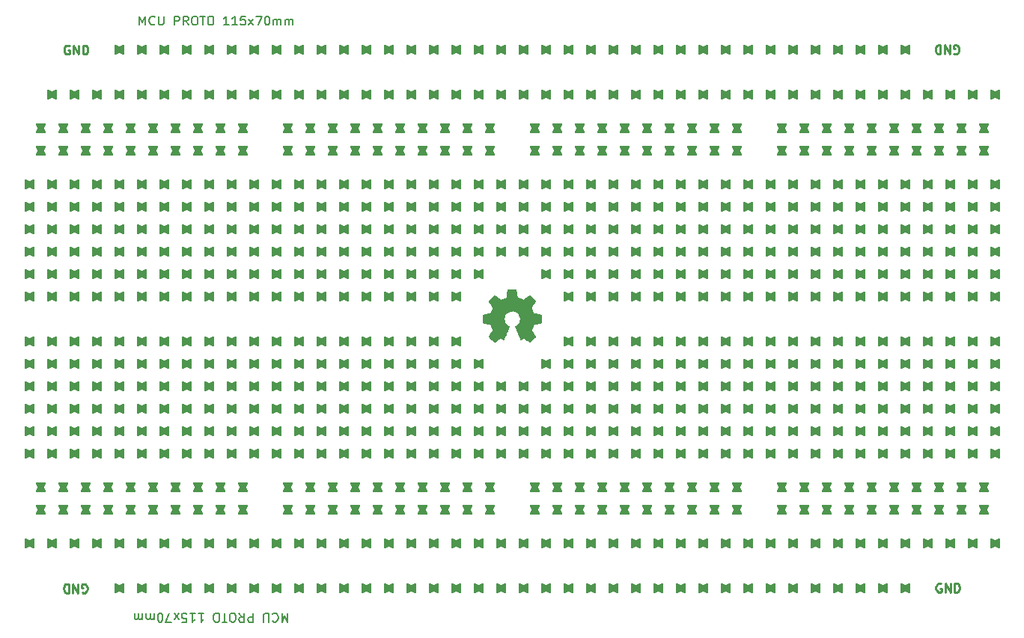
<source format=gbr>
%TF.GenerationSoftware,KiCad,Pcbnew,7.0.11+dfsg-1build4*%
%TF.CreationDate,2025-10-15T20:37:07-05:00*%
%TF.ProjectId,mcu-proto-115x70mm,6d63752d-7072-46f7-946f-2d3131357837,rev?*%
%TF.SameCoordinates,Original*%
%TF.FileFunction,Legend,Top*%
%TF.FilePolarity,Positive*%
%FSLAX46Y46*%
G04 Gerber Fmt 4.6, Leading zero omitted, Abs format (unit mm)*
G04 Created by KiCad (PCBNEW 7.0.11+dfsg-1build4) date 2025-10-15 20:37:07*
%MOMM*%
%LPD*%
G01*
G04 APERTURE LIST*
%ADD10C,0.200000*%
%ADD11C,0.250000*%
%ADD12C,0.010000*%
%ADD13C,0.100000*%
G04 APERTURE END LIST*
D10*
X132130326Y-118332780D02*
X132130326Y-119332780D01*
X132130326Y-119332780D02*
X131796993Y-118618495D01*
X131796993Y-118618495D02*
X131463660Y-119332780D01*
X131463660Y-119332780D02*
X131463660Y-118332780D01*
X130416041Y-118428019D02*
X130463660Y-118380400D01*
X130463660Y-118380400D02*
X130606517Y-118332780D01*
X130606517Y-118332780D02*
X130701755Y-118332780D01*
X130701755Y-118332780D02*
X130844612Y-118380400D01*
X130844612Y-118380400D02*
X130939850Y-118475638D01*
X130939850Y-118475638D02*
X130987469Y-118570876D01*
X130987469Y-118570876D02*
X131035088Y-118761352D01*
X131035088Y-118761352D02*
X131035088Y-118904209D01*
X131035088Y-118904209D02*
X130987469Y-119094685D01*
X130987469Y-119094685D02*
X130939850Y-119189923D01*
X130939850Y-119189923D02*
X130844612Y-119285161D01*
X130844612Y-119285161D02*
X130701755Y-119332780D01*
X130701755Y-119332780D02*
X130606517Y-119332780D01*
X130606517Y-119332780D02*
X130463660Y-119285161D01*
X130463660Y-119285161D02*
X130416041Y-119237542D01*
X129987469Y-119332780D02*
X129987469Y-118523257D01*
X129987469Y-118523257D02*
X129939850Y-118428019D01*
X129939850Y-118428019D02*
X129892231Y-118380400D01*
X129892231Y-118380400D02*
X129796993Y-118332780D01*
X129796993Y-118332780D02*
X129606517Y-118332780D01*
X129606517Y-118332780D02*
X129511279Y-118380400D01*
X129511279Y-118380400D02*
X129463660Y-118428019D01*
X129463660Y-118428019D02*
X129416041Y-118523257D01*
X129416041Y-118523257D02*
X129416041Y-119332780D01*
X128177945Y-118332780D02*
X128177945Y-119332780D01*
X128177945Y-119332780D02*
X127796993Y-119332780D01*
X127796993Y-119332780D02*
X127701755Y-119285161D01*
X127701755Y-119285161D02*
X127654136Y-119237542D01*
X127654136Y-119237542D02*
X127606517Y-119142304D01*
X127606517Y-119142304D02*
X127606517Y-118999447D01*
X127606517Y-118999447D02*
X127654136Y-118904209D01*
X127654136Y-118904209D02*
X127701755Y-118856590D01*
X127701755Y-118856590D02*
X127796993Y-118808971D01*
X127796993Y-118808971D02*
X128177945Y-118808971D01*
X126606517Y-118332780D02*
X126939850Y-118808971D01*
X127177945Y-118332780D02*
X127177945Y-119332780D01*
X127177945Y-119332780D02*
X126796993Y-119332780D01*
X126796993Y-119332780D02*
X126701755Y-119285161D01*
X126701755Y-119285161D02*
X126654136Y-119237542D01*
X126654136Y-119237542D02*
X126606517Y-119142304D01*
X126606517Y-119142304D02*
X126606517Y-118999447D01*
X126606517Y-118999447D02*
X126654136Y-118904209D01*
X126654136Y-118904209D02*
X126701755Y-118856590D01*
X126701755Y-118856590D02*
X126796993Y-118808971D01*
X126796993Y-118808971D02*
X127177945Y-118808971D01*
X125987469Y-119332780D02*
X125796993Y-119332780D01*
X125796993Y-119332780D02*
X125701755Y-119285161D01*
X125701755Y-119285161D02*
X125606517Y-119189923D01*
X125606517Y-119189923D02*
X125558898Y-118999447D01*
X125558898Y-118999447D02*
X125558898Y-118666114D01*
X125558898Y-118666114D02*
X125606517Y-118475638D01*
X125606517Y-118475638D02*
X125701755Y-118380400D01*
X125701755Y-118380400D02*
X125796993Y-118332780D01*
X125796993Y-118332780D02*
X125987469Y-118332780D01*
X125987469Y-118332780D02*
X126082707Y-118380400D01*
X126082707Y-118380400D02*
X126177945Y-118475638D01*
X126177945Y-118475638D02*
X126225564Y-118666114D01*
X126225564Y-118666114D02*
X126225564Y-118999447D01*
X126225564Y-118999447D02*
X126177945Y-119189923D01*
X126177945Y-119189923D02*
X126082707Y-119285161D01*
X126082707Y-119285161D02*
X125987469Y-119332780D01*
X125273183Y-119332780D02*
X124701755Y-119332780D01*
X124987469Y-118332780D02*
X124987469Y-119332780D01*
X124177945Y-119332780D02*
X123987469Y-119332780D01*
X123987469Y-119332780D02*
X123892231Y-119285161D01*
X123892231Y-119285161D02*
X123796993Y-119189923D01*
X123796993Y-119189923D02*
X123749374Y-118999447D01*
X123749374Y-118999447D02*
X123749374Y-118666114D01*
X123749374Y-118666114D02*
X123796993Y-118475638D01*
X123796993Y-118475638D02*
X123892231Y-118380400D01*
X123892231Y-118380400D02*
X123987469Y-118332780D01*
X123987469Y-118332780D02*
X124177945Y-118332780D01*
X124177945Y-118332780D02*
X124273183Y-118380400D01*
X124273183Y-118380400D02*
X124368421Y-118475638D01*
X124368421Y-118475638D02*
X124416040Y-118666114D01*
X124416040Y-118666114D02*
X124416040Y-118999447D01*
X124416040Y-118999447D02*
X124368421Y-119189923D01*
X124368421Y-119189923D02*
X124273183Y-119285161D01*
X124273183Y-119285161D02*
X124177945Y-119332780D01*
X122035088Y-118332780D02*
X122606516Y-118332780D01*
X122320802Y-118332780D02*
X122320802Y-119332780D01*
X122320802Y-119332780D02*
X122416040Y-119189923D01*
X122416040Y-119189923D02*
X122511278Y-119094685D01*
X122511278Y-119094685D02*
X122606516Y-119047066D01*
X121082707Y-118332780D02*
X121654135Y-118332780D01*
X121368421Y-118332780D02*
X121368421Y-119332780D01*
X121368421Y-119332780D02*
X121463659Y-119189923D01*
X121463659Y-119189923D02*
X121558897Y-119094685D01*
X121558897Y-119094685D02*
X121654135Y-119047066D01*
X120177945Y-119332780D02*
X120654135Y-119332780D01*
X120654135Y-119332780D02*
X120701754Y-118856590D01*
X120701754Y-118856590D02*
X120654135Y-118904209D01*
X120654135Y-118904209D02*
X120558897Y-118951828D01*
X120558897Y-118951828D02*
X120320802Y-118951828D01*
X120320802Y-118951828D02*
X120225564Y-118904209D01*
X120225564Y-118904209D02*
X120177945Y-118856590D01*
X120177945Y-118856590D02*
X120130326Y-118761352D01*
X120130326Y-118761352D02*
X120130326Y-118523257D01*
X120130326Y-118523257D02*
X120177945Y-118428019D01*
X120177945Y-118428019D02*
X120225564Y-118380400D01*
X120225564Y-118380400D02*
X120320802Y-118332780D01*
X120320802Y-118332780D02*
X120558897Y-118332780D01*
X120558897Y-118332780D02*
X120654135Y-118380400D01*
X120654135Y-118380400D02*
X120701754Y-118428019D01*
X119796992Y-118332780D02*
X119273183Y-118999447D01*
X119796992Y-118999447D02*
X119273183Y-118332780D01*
X118987468Y-119332780D02*
X118320802Y-119332780D01*
X118320802Y-119332780D02*
X118749373Y-118332780D01*
X117749373Y-119332780D02*
X117654135Y-119332780D01*
X117654135Y-119332780D02*
X117558897Y-119285161D01*
X117558897Y-119285161D02*
X117511278Y-119237542D01*
X117511278Y-119237542D02*
X117463659Y-119142304D01*
X117463659Y-119142304D02*
X117416040Y-118951828D01*
X117416040Y-118951828D02*
X117416040Y-118713733D01*
X117416040Y-118713733D02*
X117463659Y-118523257D01*
X117463659Y-118523257D02*
X117511278Y-118428019D01*
X117511278Y-118428019D02*
X117558897Y-118380400D01*
X117558897Y-118380400D02*
X117654135Y-118332780D01*
X117654135Y-118332780D02*
X117749373Y-118332780D01*
X117749373Y-118332780D02*
X117844611Y-118380400D01*
X117844611Y-118380400D02*
X117892230Y-118428019D01*
X117892230Y-118428019D02*
X117939849Y-118523257D01*
X117939849Y-118523257D02*
X117987468Y-118713733D01*
X117987468Y-118713733D02*
X117987468Y-118951828D01*
X117987468Y-118951828D02*
X117939849Y-119142304D01*
X117939849Y-119142304D02*
X117892230Y-119237542D01*
X117892230Y-119237542D02*
X117844611Y-119285161D01*
X117844611Y-119285161D02*
X117749373Y-119332780D01*
X116987468Y-118332780D02*
X116987468Y-118999447D01*
X116987468Y-118904209D02*
X116939849Y-118951828D01*
X116939849Y-118951828D02*
X116844611Y-118999447D01*
X116844611Y-118999447D02*
X116701754Y-118999447D01*
X116701754Y-118999447D02*
X116606516Y-118951828D01*
X116606516Y-118951828D02*
X116558897Y-118856590D01*
X116558897Y-118856590D02*
X116558897Y-118332780D01*
X116558897Y-118856590D02*
X116511278Y-118951828D01*
X116511278Y-118951828D02*
X116416040Y-118999447D01*
X116416040Y-118999447D02*
X116273183Y-118999447D01*
X116273183Y-118999447D02*
X116177944Y-118951828D01*
X116177944Y-118951828D02*
X116130325Y-118856590D01*
X116130325Y-118856590D02*
X116130325Y-118332780D01*
X115654135Y-118332780D02*
X115654135Y-118999447D01*
X115654135Y-118904209D02*
X115606516Y-118951828D01*
X115606516Y-118951828D02*
X115511278Y-118999447D01*
X115511278Y-118999447D02*
X115368421Y-118999447D01*
X115368421Y-118999447D02*
X115273183Y-118951828D01*
X115273183Y-118951828D02*
X115225564Y-118856590D01*
X115225564Y-118856590D02*
X115225564Y-118332780D01*
X115225564Y-118856590D02*
X115177945Y-118951828D01*
X115177945Y-118951828D02*
X115082707Y-118999447D01*
X115082707Y-118999447D02*
X114939850Y-118999447D01*
X114939850Y-118999447D02*
X114844611Y-118951828D01*
X114844611Y-118951828D02*
X114796992Y-118856590D01*
X114796992Y-118856590D02*
X114796992Y-118332780D01*
X115369673Y-51767219D02*
X115369673Y-50767219D01*
X115369673Y-50767219D02*
X115703006Y-51481504D01*
X115703006Y-51481504D02*
X116036339Y-50767219D01*
X116036339Y-50767219D02*
X116036339Y-51767219D01*
X117083958Y-51671980D02*
X117036339Y-51719600D01*
X117036339Y-51719600D02*
X116893482Y-51767219D01*
X116893482Y-51767219D02*
X116798244Y-51767219D01*
X116798244Y-51767219D02*
X116655387Y-51719600D01*
X116655387Y-51719600D02*
X116560149Y-51624361D01*
X116560149Y-51624361D02*
X116512530Y-51529123D01*
X116512530Y-51529123D02*
X116464911Y-51338647D01*
X116464911Y-51338647D02*
X116464911Y-51195790D01*
X116464911Y-51195790D02*
X116512530Y-51005314D01*
X116512530Y-51005314D02*
X116560149Y-50910076D01*
X116560149Y-50910076D02*
X116655387Y-50814838D01*
X116655387Y-50814838D02*
X116798244Y-50767219D01*
X116798244Y-50767219D02*
X116893482Y-50767219D01*
X116893482Y-50767219D02*
X117036339Y-50814838D01*
X117036339Y-50814838D02*
X117083958Y-50862457D01*
X117512530Y-50767219D02*
X117512530Y-51576742D01*
X117512530Y-51576742D02*
X117560149Y-51671980D01*
X117560149Y-51671980D02*
X117607768Y-51719600D01*
X117607768Y-51719600D02*
X117703006Y-51767219D01*
X117703006Y-51767219D02*
X117893482Y-51767219D01*
X117893482Y-51767219D02*
X117988720Y-51719600D01*
X117988720Y-51719600D02*
X118036339Y-51671980D01*
X118036339Y-51671980D02*
X118083958Y-51576742D01*
X118083958Y-51576742D02*
X118083958Y-50767219D01*
X119322054Y-51767219D02*
X119322054Y-50767219D01*
X119322054Y-50767219D02*
X119703006Y-50767219D01*
X119703006Y-50767219D02*
X119798244Y-50814838D01*
X119798244Y-50814838D02*
X119845863Y-50862457D01*
X119845863Y-50862457D02*
X119893482Y-50957695D01*
X119893482Y-50957695D02*
X119893482Y-51100552D01*
X119893482Y-51100552D02*
X119845863Y-51195790D01*
X119845863Y-51195790D02*
X119798244Y-51243409D01*
X119798244Y-51243409D02*
X119703006Y-51291028D01*
X119703006Y-51291028D02*
X119322054Y-51291028D01*
X120893482Y-51767219D02*
X120560149Y-51291028D01*
X120322054Y-51767219D02*
X120322054Y-50767219D01*
X120322054Y-50767219D02*
X120703006Y-50767219D01*
X120703006Y-50767219D02*
X120798244Y-50814838D01*
X120798244Y-50814838D02*
X120845863Y-50862457D01*
X120845863Y-50862457D02*
X120893482Y-50957695D01*
X120893482Y-50957695D02*
X120893482Y-51100552D01*
X120893482Y-51100552D02*
X120845863Y-51195790D01*
X120845863Y-51195790D02*
X120798244Y-51243409D01*
X120798244Y-51243409D02*
X120703006Y-51291028D01*
X120703006Y-51291028D02*
X120322054Y-51291028D01*
X121512530Y-50767219D02*
X121703006Y-50767219D01*
X121703006Y-50767219D02*
X121798244Y-50814838D01*
X121798244Y-50814838D02*
X121893482Y-50910076D01*
X121893482Y-50910076D02*
X121941101Y-51100552D01*
X121941101Y-51100552D02*
X121941101Y-51433885D01*
X121941101Y-51433885D02*
X121893482Y-51624361D01*
X121893482Y-51624361D02*
X121798244Y-51719600D01*
X121798244Y-51719600D02*
X121703006Y-51767219D01*
X121703006Y-51767219D02*
X121512530Y-51767219D01*
X121512530Y-51767219D02*
X121417292Y-51719600D01*
X121417292Y-51719600D02*
X121322054Y-51624361D01*
X121322054Y-51624361D02*
X121274435Y-51433885D01*
X121274435Y-51433885D02*
X121274435Y-51100552D01*
X121274435Y-51100552D02*
X121322054Y-50910076D01*
X121322054Y-50910076D02*
X121417292Y-50814838D01*
X121417292Y-50814838D02*
X121512530Y-50767219D01*
X122226816Y-50767219D02*
X122798244Y-50767219D01*
X122512530Y-51767219D02*
X122512530Y-50767219D01*
X123322054Y-50767219D02*
X123512530Y-50767219D01*
X123512530Y-50767219D02*
X123607768Y-50814838D01*
X123607768Y-50814838D02*
X123703006Y-50910076D01*
X123703006Y-50910076D02*
X123750625Y-51100552D01*
X123750625Y-51100552D02*
X123750625Y-51433885D01*
X123750625Y-51433885D02*
X123703006Y-51624361D01*
X123703006Y-51624361D02*
X123607768Y-51719600D01*
X123607768Y-51719600D02*
X123512530Y-51767219D01*
X123512530Y-51767219D02*
X123322054Y-51767219D01*
X123322054Y-51767219D02*
X123226816Y-51719600D01*
X123226816Y-51719600D02*
X123131578Y-51624361D01*
X123131578Y-51624361D02*
X123083959Y-51433885D01*
X123083959Y-51433885D02*
X123083959Y-51100552D01*
X123083959Y-51100552D02*
X123131578Y-50910076D01*
X123131578Y-50910076D02*
X123226816Y-50814838D01*
X123226816Y-50814838D02*
X123322054Y-50767219D01*
X125464911Y-51767219D02*
X124893483Y-51767219D01*
X125179197Y-51767219D02*
X125179197Y-50767219D01*
X125179197Y-50767219D02*
X125083959Y-50910076D01*
X125083959Y-50910076D02*
X124988721Y-51005314D01*
X124988721Y-51005314D02*
X124893483Y-51052933D01*
X126417292Y-51767219D02*
X125845864Y-51767219D01*
X126131578Y-51767219D02*
X126131578Y-50767219D01*
X126131578Y-50767219D02*
X126036340Y-50910076D01*
X126036340Y-50910076D02*
X125941102Y-51005314D01*
X125941102Y-51005314D02*
X125845864Y-51052933D01*
X127322054Y-50767219D02*
X126845864Y-50767219D01*
X126845864Y-50767219D02*
X126798245Y-51243409D01*
X126798245Y-51243409D02*
X126845864Y-51195790D01*
X126845864Y-51195790D02*
X126941102Y-51148171D01*
X126941102Y-51148171D02*
X127179197Y-51148171D01*
X127179197Y-51148171D02*
X127274435Y-51195790D01*
X127274435Y-51195790D02*
X127322054Y-51243409D01*
X127322054Y-51243409D02*
X127369673Y-51338647D01*
X127369673Y-51338647D02*
X127369673Y-51576742D01*
X127369673Y-51576742D02*
X127322054Y-51671980D01*
X127322054Y-51671980D02*
X127274435Y-51719600D01*
X127274435Y-51719600D02*
X127179197Y-51767219D01*
X127179197Y-51767219D02*
X126941102Y-51767219D01*
X126941102Y-51767219D02*
X126845864Y-51719600D01*
X126845864Y-51719600D02*
X126798245Y-51671980D01*
X127703007Y-51767219D02*
X128226816Y-51100552D01*
X127703007Y-51100552D02*
X128226816Y-51767219D01*
X128512531Y-50767219D02*
X129179197Y-50767219D01*
X129179197Y-50767219D02*
X128750626Y-51767219D01*
X129750626Y-50767219D02*
X129845864Y-50767219D01*
X129845864Y-50767219D02*
X129941102Y-50814838D01*
X129941102Y-50814838D02*
X129988721Y-50862457D01*
X129988721Y-50862457D02*
X130036340Y-50957695D01*
X130036340Y-50957695D02*
X130083959Y-51148171D01*
X130083959Y-51148171D02*
X130083959Y-51386266D01*
X130083959Y-51386266D02*
X130036340Y-51576742D01*
X130036340Y-51576742D02*
X129988721Y-51671980D01*
X129988721Y-51671980D02*
X129941102Y-51719600D01*
X129941102Y-51719600D02*
X129845864Y-51767219D01*
X129845864Y-51767219D02*
X129750626Y-51767219D01*
X129750626Y-51767219D02*
X129655388Y-51719600D01*
X129655388Y-51719600D02*
X129607769Y-51671980D01*
X129607769Y-51671980D02*
X129560150Y-51576742D01*
X129560150Y-51576742D02*
X129512531Y-51386266D01*
X129512531Y-51386266D02*
X129512531Y-51148171D01*
X129512531Y-51148171D02*
X129560150Y-50957695D01*
X129560150Y-50957695D02*
X129607769Y-50862457D01*
X129607769Y-50862457D02*
X129655388Y-50814838D01*
X129655388Y-50814838D02*
X129750626Y-50767219D01*
X130512531Y-51767219D02*
X130512531Y-51100552D01*
X130512531Y-51195790D02*
X130560150Y-51148171D01*
X130560150Y-51148171D02*
X130655388Y-51100552D01*
X130655388Y-51100552D02*
X130798245Y-51100552D01*
X130798245Y-51100552D02*
X130893483Y-51148171D01*
X130893483Y-51148171D02*
X130941102Y-51243409D01*
X130941102Y-51243409D02*
X130941102Y-51767219D01*
X130941102Y-51243409D02*
X130988721Y-51148171D01*
X130988721Y-51148171D02*
X131083959Y-51100552D01*
X131083959Y-51100552D02*
X131226816Y-51100552D01*
X131226816Y-51100552D02*
X131322055Y-51148171D01*
X131322055Y-51148171D02*
X131369674Y-51243409D01*
X131369674Y-51243409D02*
X131369674Y-51767219D01*
X131845864Y-51767219D02*
X131845864Y-51100552D01*
X131845864Y-51195790D02*
X131893483Y-51148171D01*
X131893483Y-51148171D02*
X131988721Y-51100552D01*
X131988721Y-51100552D02*
X132131578Y-51100552D01*
X132131578Y-51100552D02*
X132226816Y-51148171D01*
X132226816Y-51148171D02*
X132274435Y-51243409D01*
X132274435Y-51243409D02*
X132274435Y-51767219D01*
X132274435Y-51243409D02*
X132322054Y-51148171D01*
X132322054Y-51148171D02*
X132417292Y-51100552D01*
X132417292Y-51100552D02*
X132560149Y-51100552D01*
X132560149Y-51100552D02*
X132655388Y-51148171D01*
X132655388Y-51148171D02*
X132703007Y-51243409D01*
X132703007Y-51243409D02*
X132703007Y-51767219D01*
D11*
X107426377Y-54112238D02*
X107331139Y-54064619D01*
X107331139Y-54064619D02*
X107188282Y-54064619D01*
X107188282Y-54064619D02*
X107045425Y-54112238D01*
X107045425Y-54112238D02*
X106950187Y-54207476D01*
X106950187Y-54207476D02*
X106902568Y-54302714D01*
X106902568Y-54302714D02*
X106854949Y-54493190D01*
X106854949Y-54493190D02*
X106854949Y-54636047D01*
X106854949Y-54636047D02*
X106902568Y-54826523D01*
X106902568Y-54826523D02*
X106950187Y-54921761D01*
X106950187Y-54921761D02*
X107045425Y-55017000D01*
X107045425Y-55017000D02*
X107188282Y-55064619D01*
X107188282Y-55064619D02*
X107283520Y-55064619D01*
X107283520Y-55064619D02*
X107426377Y-55017000D01*
X107426377Y-55017000D02*
X107473996Y-54969380D01*
X107473996Y-54969380D02*
X107473996Y-54636047D01*
X107473996Y-54636047D02*
X107283520Y-54636047D01*
X107902568Y-55064619D02*
X107902568Y-54064619D01*
X107902568Y-54064619D02*
X108473996Y-55064619D01*
X108473996Y-55064619D02*
X108473996Y-54064619D01*
X108950187Y-55064619D02*
X108950187Y-54064619D01*
X108950187Y-54064619D02*
X109188282Y-54064619D01*
X109188282Y-54064619D02*
X109331139Y-54112238D01*
X109331139Y-54112238D02*
X109426377Y-54207476D01*
X109426377Y-54207476D02*
X109473996Y-54302714D01*
X109473996Y-54302714D02*
X109521615Y-54493190D01*
X109521615Y-54493190D02*
X109521615Y-54636047D01*
X109521615Y-54636047D02*
X109473996Y-54826523D01*
X109473996Y-54826523D02*
X109426377Y-54921761D01*
X109426377Y-54921761D02*
X109331139Y-55017000D01*
X109331139Y-55017000D02*
X109188282Y-55064619D01*
X109188282Y-55064619D02*
X108950187Y-55064619D01*
X206026377Y-115012238D02*
X205931139Y-114964619D01*
X205931139Y-114964619D02*
X205788282Y-114964619D01*
X205788282Y-114964619D02*
X205645425Y-115012238D01*
X205645425Y-115012238D02*
X205550187Y-115107476D01*
X205550187Y-115107476D02*
X205502568Y-115202714D01*
X205502568Y-115202714D02*
X205454949Y-115393190D01*
X205454949Y-115393190D02*
X205454949Y-115536047D01*
X205454949Y-115536047D02*
X205502568Y-115726523D01*
X205502568Y-115726523D02*
X205550187Y-115821761D01*
X205550187Y-115821761D02*
X205645425Y-115917000D01*
X205645425Y-115917000D02*
X205788282Y-115964619D01*
X205788282Y-115964619D02*
X205883520Y-115964619D01*
X205883520Y-115964619D02*
X206026377Y-115917000D01*
X206026377Y-115917000D02*
X206073996Y-115869380D01*
X206073996Y-115869380D02*
X206073996Y-115536047D01*
X206073996Y-115536047D02*
X205883520Y-115536047D01*
X206502568Y-115964619D02*
X206502568Y-114964619D01*
X206502568Y-114964619D02*
X207073996Y-115964619D01*
X207073996Y-115964619D02*
X207073996Y-114964619D01*
X207550187Y-115964619D02*
X207550187Y-114964619D01*
X207550187Y-114964619D02*
X207788282Y-114964619D01*
X207788282Y-114964619D02*
X207931139Y-115012238D01*
X207931139Y-115012238D02*
X208026377Y-115107476D01*
X208026377Y-115107476D02*
X208073996Y-115202714D01*
X208073996Y-115202714D02*
X208121615Y-115393190D01*
X208121615Y-115393190D02*
X208121615Y-115536047D01*
X208121615Y-115536047D02*
X208073996Y-115726523D01*
X208073996Y-115726523D02*
X208026377Y-115821761D01*
X208026377Y-115821761D02*
X207931139Y-115917000D01*
X207931139Y-115917000D02*
X207788282Y-115964619D01*
X207788282Y-115964619D02*
X207550187Y-115964619D01*
X207473622Y-54987761D02*
X207568860Y-55035380D01*
X207568860Y-55035380D02*
X207711717Y-55035380D01*
X207711717Y-55035380D02*
X207854574Y-54987761D01*
X207854574Y-54987761D02*
X207949812Y-54892523D01*
X207949812Y-54892523D02*
X207997431Y-54797285D01*
X207997431Y-54797285D02*
X208045050Y-54606809D01*
X208045050Y-54606809D02*
X208045050Y-54463952D01*
X208045050Y-54463952D02*
X207997431Y-54273476D01*
X207997431Y-54273476D02*
X207949812Y-54178238D01*
X207949812Y-54178238D02*
X207854574Y-54083000D01*
X207854574Y-54083000D02*
X207711717Y-54035380D01*
X207711717Y-54035380D02*
X207616479Y-54035380D01*
X207616479Y-54035380D02*
X207473622Y-54083000D01*
X207473622Y-54083000D02*
X207426003Y-54130619D01*
X207426003Y-54130619D02*
X207426003Y-54463952D01*
X207426003Y-54463952D02*
X207616479Y-54463952D01*
X206997431Y-54035380D02*
X206997431Y-55035380D01*
X206997431Y-55035380D02*
X206426003Y-54035380D01*
X206426003Y-54035380D02*
X206426003Y-55035380D01*
X205949812Y-54035380D02*
X205949812Y-55035380D01*
X205949812Y-55035380D02*
X205711717Y-55035380D01*
X205711717Y-55035380D02*
X205568860Y-54987761D01*
X205568860Y-54987761D02*
X205473622Y-54892523D01*
X205473622Y-54892523D02*
X205426003Y-54797285D01*
X205426003Y-54797285D02*
X205378384Y-54606809D01*
X205378384Y-54606809D02*
X205378384Y-54463952D01*
X205378384Y-54463952D02*
X205426003Y-54273476D01*
X205426003Y-54273476D02*
X205473622Y-54178238D01*
X205473622Y-54178238D02*
X205568860Y-54083000D01*
X205568860Y-54083000D02*
X205711717Y-54035380D01*
X205711717Y-54035380D02*
X205949812Y-54035380D01*
X108873622Y-115987761D02*
X108968860Y-116035380D01*
X108968860Y-116035380D02*
X109111717Y-116035380D01*
X109111717Y-116035380D02*
X109254574Y-115987761D01*
X109254574Y-115987761D02*
X109349812Y-115892523D01*
X109349812Y-115892523D02*
X109397431Y-115797285D01*
X109397431Y-115797285D02*
X109445050Y-115606809D01*
X109445050Y-115606809D02*
X109445050Y-115463952D01*
X109445050Y-115463952D02*
X109397431Y-115273476D01*
X109397431Y-115273476D02*
X109349812Y-115178238D01*
X109349812Y-115178238D02*
X109254574Y-115083000D01*
X109254574Y-115083000D02*
X109111717Y-115035380D01*
X109111717Y-115035380D02*
X109016479Y-115035380D01*
X109016479Y-115035380D02*
X108873622Y-115083000D01*
X108873622Y-115083000D02*
X108826003Y-115130619D01*
X108826003Y-115130619D02*
X108826003Y-115463952D01*
X108826003Y-115463952D02*
X109016479Y-115463952D01*
X108397431Y-115035380D02*
X108397431Y-116035380D01*
X108397431Y-116035380D02*
X107826003Y-115035380D01*
X107826003Y-115035380D02*
X107826003Y-116035380D01*
X107349812Y-115035380D02*
X107349812Y-116035380D01*
X107349812Y-116035380D02*
X107111717Y-116035380D01*
X107111717Y-116035380D02*
X106968860Y-115987761D01*
X106968860Y-115987761D02*
X106873622Y-115892523D01*
X106873622Y-115892523D02*
X106826003Y-115797285D01*
X106826003Y-115797285D02*
X106778384Y-115606809D01*
X106778384Y-115606809D02*
X106778384Y-115463952D01*
X106778384Y-115463952D02*
X106826003Y-115273476D01*
X106826003Y-115273476D02*
X106873622Y-115178238D01*
X106873622Y-115178238D02*
X106968860Y-115083000D01*
X106968860Y-115083000D02*
X107111717Y-115035380D01*
X107111717Y-115035380D02*
X107349812Y-115035380D01*
%TO.C,REF\u002A\u002A*%
D12*
X158035814Y-82168931D02*
X158119635Y-82613555D01*
X158428920Y-82741053D01*
X158738206Y-82868551D01*
X159109246Y-82616246D01*
X159213157Y-82545996D01*
X159307087Y-82483272D01*
X159386652Y-82430938D01*
X159447470Y-82391857D01*
X159485157Y-82368893D01*
X159495421Y-82363942D01*
X159513910Y-82376676D01*
X159553420Y-82411882D01*
X159609522Y-82465062D01*
X159677787Y-82531718D01*
X159753786Y-82607354D01*
X159833092Y-82687472D01*
X159911275Y-82767574D01*
X159983907Y-82843164D01*
X160046559Y-82909745D01*
X160094803Y-82962818D01*
X160124210Y-82997887D01*
X160131241Y-83009623D01*
X160121123Y-83031260D01*
X160092759Y-83078662D01*
X160049129Y-83147193D01*
X159993218Y-83232215D01*
X159928006Y-83329093D01*
X159890219Y-83384350D01*
X159821343Y-83485248D01*
X159760140Y-83576299D01*
X159709578Y-83652970D01*
X159672628Y-83710728D01*
X159652258Y-83745043D01*
X159649197Y-83752254D01*
X159656136Y-83772748D01*
X159675051Y-83820513D01*
X159703087Y-83888832D01*
X159737391Y-83970989D01*
X159775109Y-84060270D01*
X159813387Y-84149958D01*
X159849370Y-84233338D01*
X159880206Y-84303694D01*
X159903039Y-84354310D01*
X159915017Y-84378471D01*
X159915724Y-84379422D01*
X159934531Y-84384036D01*
X159984618Y-84394328D01*
X160060793Y-84409287D01*
X160157865Y-84427901D01*
X160270643Y-84449159D01*
X160336442Y-84461418D01*
X160456950Y-84484362D01*
X160565797Y-84506195D01*
X160657476Y-84525722D01*
X160726481Y-84541748D01*
X160767304Y-84553079D01*
X160775511Y-84556674D01*
X160783548Y-84581006D01*
X160790033Y-84635959D01*
X160794970Y-84715108D01*
X160798364Y-84812026D01*
X160800218Y-84920287D01*
X160800538Y-85033465D01*
X160799327Y-85145135D01*
X160796590Y-85248868D01*
X160792331Y-85338241D01*
X160786555Y-85406826D01*
X160779267Y-85448197D01*
X160774895Y-85456810D01*
X160748764Y-85467133D01*
X160693393Y-85481892D01*
X160616107Y-85499352D01*
X160524230Y-85517780D01*
X160492158Y-85523741D01*
X160337524Y-85552066D01*
X160215375Y-85574876D01*
X160121673Y-85593080D01*
X160052384Y-85607583D01*
X160003471Y-85619292D01*
X159970897Y-85629115D01*
X159950628Y-85637956D01*
X159938626Y-85646724D01*
X159936947Y-85648457D01*
X159920184Y-85676371D01*
X159894614Y-85730695D01*
X159862788Y-85804777D01*
X159827260Y-85891965D01*
X159790583Y-85985608D01*
X159755311Y-86079052D01*
X159723996Y-86165647D01*
X159699193Y-86238740D01*
X159683454Y-86291678D01*
X159679332Y-86317811D01*
X159679676Y-86318726D01*
X159693641Y-86340086D01*
X159725322Y-86387084D01*
X159771391Y-86454827D01*
X159828518Y-86538423D01*
X159893373Y-86632982D01*
X159911843Y-86659854D01*
X159977699Y-86757275D01*
X160035650Y-86846163D01*
X160082538Y-86921412D01*
X160115207Y-86977920D01*
X160130500Y-87010581D01*
X160131241Y-87014593D01*
X160118392Y-87035684D01*
X160082888Y-87077464D01*
X160029293Y-87135445D01*
X159962171Y-87205135D01*
X159886087Y-87282045D01*
X159805604Y-87361683D01*
X159725287Y-87439561D01*
X159649699Y-87511186D01*
X159583405Y-87572070D01*
X159530969Y-87617721D01*
X159496955Y-87643650D01*
X159487545Y-87647883D01*
X159465643Y-87637912D01*
X159420800Y-87611020D01*
X159360321Y-87571736D01*
X159313789Y-87540117D01*
X159229475Y-87482098D01*
X159129626Y-87413784D01*
X159029473Y-87345579D01*
X158975627Y-87309075D01*
X158793371Y-87185800D01*
X158640381Y-87268520D01*
X158570682Y-87304759D01*
X158511414Y-87332926D01*
X158471311Y-87348991D01*
X158461103Y-87351226D01*
X158448829Y-87334722D01*
X158424613Y-87288082D01*
X158390263Y-87215609D01*
X158347588Y-87121606D01*
X158298394Y-87010374D01*
X158244490Y-86886215D01*
X158187684Y-86753432D01*
X158129782Y-86616327D01*
X158072593Y-86479202D01*
X158017924Y-86346358D01*
X157967584Y-86222098D01*
X157923380Y-86110725D01*
X157887119Y-86016539D01*
X157860609Y-85943844D01*
X157845658Y-85896941D01*
X157843254Y-85880833D01*
X157862311Y-85860286D01*
X157904036Y-85826933D01*
X157959706Y-85787702D01*
X157964378Y-85784599D01*
X158108264Y-85669423D01*
X158224283Y-85535053D01*
X158311430Y-85385784D01*
X158368699Y-85225913D01*
X158395086Y-85059737D01*
X158389585Y-84891552D01*
X158351190Y-84725655D01*
X158278895Y-84566342D01*
X158257626Y-84531487D01*
X158146996Y-84390737D01*
X158016302Y-84277714D01*
X157870064Y-84193003D01*
X157712808Y-84137194D01*
X157549057Y-84110874D01*
X157383333Y-84114630D01*
X157220162Y-84149050D01*
X157064065Y-84214723D01*
X156919567Y-84312235D01*
X156874869Y-84351813D01*
X156761112Y-84475703D01*
X156678218Y-84606124D01*
X156621356Y-84752315D01*
X156589687Y-84897088D01*
X156581869Y-85059860D01*
X156607938Y-85223440D01*
X156665245Y-85382298D01*
X156751144Y-85530906D01*
X156862986Y-85663735D01*
X156998123Y-85775256D01*
X157015883Y-85787011D01*
X157072150Y-85825508D01*
X157114923Y-85858863D01*
X157135372Y-85880160D01*
X157135669Y-85880833D01*
X157131279Y-85903871D01*
X157113876Y-85956157D01*
X157085268Y-86033390D01*
X157047265Y-86131268D01*
X157001674Y-86245491D01*
X156950303Y-86371758D01*
X156894962Y-86505767D01*
X156837458Y-86643218D01*
X156779601Y-86779808D01*
X156723198Y-86911237D01*
X156670058Y-87033205D01*
X156621990Y-87141409D01*
X156580801Y-87231549D01*
X156548301Y-87299323D01*
X156526297Y-87340430D01*
X156517436Y-87351226D01*
X156490360Y-87342819D01*
X156439697Y-87320272D01*
X156374183Y-87287613D01*
X156338159Y-87268520D01*
X156185168Y-87185800D01*
X156002912Y-87309075D01*
X155909875Y-87372228D01*
X155808015Y-87441727D01*
X155712562Y-87507165D01*
X155664750Y-87540117D01*
X155597505Y-87585273D01*
X155540564Y-87621057D01*
X155501354Y-87642938D01*
X155488619Y-87647563D01*
X155470083Y-87635085D01*
X155429059Y-87600252D01*
X155369525Y-87546678D01*
X155295458Y-87477983D01*
X155210835Y-87397781D01*
X155157315Y-87346286D01*
X155063681Y-87254286D01*
X154982759Y-87171999D01*
X154917823Y-87102945D01*
X154872142Y-87050644D01*
X154848989Y-87018616D01*
X154846768Y-87012116D01*
X154857076Y-86987394D01*
X154885561Y-86937405D01*
X154929063Y-86867212D01*
X154984423Y-86781875D01*
X155048480Y-86686456D01*
X155066697Y-86659854D01*
X155133073Y-86563167D01*
X155192622Y-86476117D01*
X155242016Y-86403595D01*
X155277925Y-86350493D01*
X155297019Y-86321703D01*
X155298864Y-86318726D01*
X155296105Y-86295782D01*
X155281462Y-86245336D01*
X155257487Y-86174041D01*
X155226734Y-86088547D01*
X155191756Y-85995507D01*
X155155107Y-85901574D01*
X155119339Y-85813399D01*
X155087006Y-85737634D01*
X155060662Y-85680931D01*
X155042858Y-85649943D01*
X155041593Y-85648457D01*
X155030706Y-85639601D01*
X155012318Y-85630843D01*
X154982394Y-85621277D01*
X154936897Y-85609996D01*
X154871791Y-85596093D01*
X154783039Y-85578663D01*
X154666607Y-85556798D01*
X154518458Y-85529591D01*
X154486382Y-85523741D01*
X154391314Y-85505374D01*
X154308435Y-85487405D01*
X154245070Y-85471569D01*
X154208542Y-85459600D01*
X154203644Y-85456810D01*
X154195573Y-85432072D01*
X154189013Y-85376790D01*
X154183967Y-85297389D01*
X154180441Y-85200296D01*
X154178439Y-85091938D01*
X154177964Y-84978740D01*
X154179023Y-84867128D01*
X154181618Y-84763529D01*
X154185754Y-84674368D01*
X154191437Y-84606072D01*
X154198669Y-84565066D01*
X154203029Y-84556674D01*
X154227302Y-84548208D01*
X154282574Y-84534435D01*
X154363338Y-84516550D01*
X154464088Y-84495748D01*
X154579317Y-84473223D01*
X154642098Y-84461418D01*
X154761213Y-84439151D01*
X154867435Y-84418979D01*
X154955573Y-84401915D01*
X155020434Y-84388969D01*
X155056826Y-84381155D01*
X155062816Y-84379422D01*
X155072939Y-84359890D01*
X155094338Y-84312843D01*
X155124161Y-84245003D01*
X155159555Y-84163091D01*
X155197668Y-84073828D01*
X155235647Y-83983935D01*
X155270640Y-83900135D01*
X155299794Y-83829147D01*
X155320257Y-83777694D01*
X155329177Y-83752497D01*
X155329343Y-83751396D01*
X155319231Y-83731519D01*
X155290883Y-83685777D01*
X155247277Y-83618717D01*
X155191394Y-83534884D01*
X155126213Y-83438826D01*
X155088321Y-83383650D01*
X155019275Y-83282481D01*
X154957950Y-83190630D01*
X154907337Y-83112744D01*
X154870429Y-83053469D01*
X154850218Y-83017451D01*
X154847299Y-83009377D01*
X154859847Y-82990584D01*
X154894537Y-82950457D01*
X154946937Y-82893493D01*
X155012616Y-82824185D01*
X155087144Y-82747031D01*
X155166087Y-82666525D01*
X155245017Y-82587163D01*
X155319500Y-82513440D01*
X155385106Y-82449852D01*
X155437404Y-82400894D01*
X155471961Y-82371061D01*
X155483522Y-82363942D01*
X155502346Y-82373953D01*
X155547369Y-82402078D01*
X155614213Y-82445454D01*
X155698501Y-82501218D01*
X155795856Y-82566506D01*
X155869293Y-82616246D01*
X156240333Y-82868551D01*
X156858905Y-82613555D01*
X156942725Y-82168931D01*
X157026546Y-81724307D01*
X157951994Y-81724307D01*
X158035814Y-82168931D01*
G36*
X158035814Y-82168931D02*
G01*
X158119635Y-82613555D01*
X158428920Y-82741053D01*
X158738206Y-82868551D01*
X159109246Y-82616246D01*
X159213157Y-82545996D01*
X159307087Y-82483272D01*
X159386652Y-82430938D01*
X159447470Y-82391857D01*
X159485157Y-82368893D01*
X159495421Y-82363942D01*
X159513910Y-82376676D01*
X159553420Y-82411882D01*
X159609522Y-82465062D01*
X159677787Y-82531718D01*
X159753786Y-82607354D01*
X159833092Y-82687472D01*
X159911275Y-82767574D01*
X159983907Y-82843164D01*
X160046559Y-82909745D01*
X160094803Y-82962818D01*
X160124210Y-82997887D01*
X160131241Y-83009623D01*
X160121123Y-83031260D01*
X160092759Y-83078662D01*
X160049129Y-83147193D01*
X159993218Y-83232215D01*
X159928006Y-83329093D01*
X159890219Y-83384350D01*
X159821343Y-83485248D01*
X159760140Y-83576299D01*
X159709578Y-83652970D01*
X159672628Y-83710728D01*
X159652258Y-83745043D01*
X159649197Y-83752254D01*
X159656136Y-83772748D01*
X159675051Y-83820513D01*
X159703087Y-83888832D01*
X159737391Y-83970989D01*
X159775109Y-84060270D01*
X159813387Y-84149958D01*
X159849370Y-84233338D01*
X159880206Y-84303694D01*
X159903039Y-84354310D01*
X159915017Y-84378471D01*
X159915724Y-84379422D01*
X159934531Y-84384036D01*
X159984618Y-84394328D01*
X160060793Y-84409287D01*
X160157865Y-84427901D01*
X160270643Y-84449159D01*
X160336442Y-84461418D01*
X160456950Y-84484362D01*
X160565797Y-84506195D01*
X160657476Y-84525722D01*
X160726481Y-84541748D01*
X160767304Y-84553079D01*
X160775511Y-84556674D01*
X160783548Y-84581006D01*
X160790033Y-84635959D01*
X160794970Y-84715108D01*
X160798364Y-84812026D01*
X160800218Y-84920287D01*
X160800538Y-85033465D01*
X160799327Y-85145135D01*
X160796590Y-85248868D01*
X160792331Y-85338241D01*
X160786555Y-85406826D01*
X160779267Y-85448197D01*
X160774895Y-85456810D01*
X160748764Y-85467133D01*
X160693393Y-85481892D01*
X160616107Y-85499352D01*
X160524230Y-85517780D01*
X160492158Y-85523741D01*
X160337524Y-85552066D01*
X160215375Y-85574876D01*
X160121673Y-85593080D01*
X160052384Y-85607583D01*
X160003471Y-85619292D01*
X159970897Y-85629115D01*
X159950628Y-85637956D01*
X159938626Y-85646724D01*
X159936947Y-85648457D01*
X159920184Y-85676371D01*
X159894614Y-85730695D01*
X159862788Y-85804777D01*
X159827260Y-85891965D01*
X159790583Y-85985608D01*
X159755311Y-86079052D01*
X159723996Y-86165647D01*
X159699193Y-86238740D01*
X159683454Y-86291678D01*
X159679332Y-86317811D01*
X159679676Y-86318726D01*
X159693641Y-86340086D01*
X159725322Y-86387084D01*
X159771391Y-86454827D01*
X159828518Y-86538423D01*
X159893373Y-86632982D01*
X159911843Y-86659854D01*
X159977699Y-86757275D01*
X160035650Y-86846163D01*
X160082538Y-86921412D01*
X160115207Y-86977920D01*
X160130500Y-87010581D01*
X160131241Y-87014593D01*
X160118392Y-87035684D01*
X160082888Y-87077464D01*
X160029293Y-87135445D01*
X159962171Y-87205135D01*
X159886087Y-87282045D01*
X159805604Y-87361683D01*
X159725287Y-87439561D01*
X159649699Y-87511186D01*
X159583405Y-87572070D01*
X159530969Y-87617721D01*
X159496955Y-87643650D01*
X159487545Y-87647883D01*
X159465643Y-87637912D01*
X159420800Y-87611020D01*
X159360321Y-87571736D01*
X159313789Y-87540117D01*
X159229475Y-87482098D01*
X159129626Y-87413784D01*
X159029473Y-87345579D01*
X158975627Y-87309075D01*
X158793371Y-87185800D01*
X158640381Y-87268520D01*
X158570682Y-87304759D01*
X158511414Y-87332926D01*
X158471311Y-87348991D01*
X158461103Y-87351226D01*
X158448829Y-87334722D01*
X158424613Y-87288082D01*
X158390263Y-87215609D01*
X158347588Y-87121606D01*
X158298394Y-87010374D01*
X158244490Y-86886215D01*
X158187684Y-86753432D01*
X158129782Y-86616327D01*
X158072593Y-86479202D01*
X158017924Y-86346358D01*
X157967584Y-86222098D01*
X157923380Y-86110725D01*
X157887119Y-86016539D01*
X157860609Y-85943844D01*
X157845658Y-85896941D01*
X157843254Y-85880833D01*
X157862311Y-85860286D01*
X157904036Y-85826933D01*
X157959706Y-85787702D01*
X157964378Y-85784599D01*
X158108264Y-85669423D01*
X158224283Y-85535053D01*
X158311430Y-85385784D01*
X158368699Y-85225913D01*
X158395086Y-85059737D01*
X158389585Y-84891552D01*
X158351190Y-84725655D01*
X158278895Y-84566342D01*
X158257626Y-84531487D01*
X158146996Y-84390737D01*
X158016302Y-84277714D01*
X157870064Y-84193003D01*
X157712808Y-84137194D01*
X157549057Y-84110874D01*
X157383333Y-84114630D01*
X157220162Y-84149050D01*
X157064065Y-84214723D01*
X156919567Y-84312235D01*
X156874869Y-84351813D01*
X156761112Y-84475703D01*
X156678218Y-84606124D01*
X156621356Y-84752315D01*
X156589687Y-84897088D01*
X156581869Y-85059860D01*
X156607938Y-85223440D01*
X156665245Y-85382298D01*
X156751144Y-85530906D01*
X156862986Y-85663735D01*
X156998123Y-85775256D01*
X157015883Y-85787011D01*
X157072150Y-85825508D01*
X157114923Y-85858863D01*
X157135372Y-85880160D01*
X157135669Y-85880833D01*
X157131279Y-85903871D01*
X157113876Y-85956157D01*
X157085268Y-86033390D01*
X157047265Y-86131268D01*
X157001674Y-86245491D01*
X156950303Y-86371758D01*
X156894962Y-86505767D01*
X156837458Y-86643218D01*
X156779601Y-86779808D01*
X156723198Y-86911237D01*
X156670058Y-87033205D01*
X156621990Y-87141409D01*
X156580801Y-87231549D01*
X156548301Y-87299323D01*
X156526297Y-87340430D01*
X156517436Y-87351226D01*
X156490360Y-87342819D01*
X156439697Y-87320272D01*
X156374183Y-87287613D01*
X156338159Y-87268520D01*
X156185168Y-87185800D01*
X156002912Y-87309075D01*
X155909875Y-87372228D01*
X155808015Y-87441727D01*
X155712562Y-87507165D01*
X155664750Y-87540117D01*
X155597505Y-87585273D01*
X155540564Y-87621057D01*
X155501354Y-87642938D01*
X155488619Y-87647563D01*
X155470083Y-87635085D01*
X155429059Y-87600252D01*
X155369525Y-87546678D01*
X155295458Y-87477983D01*
X155210835Y-87397781D01*
X155157315Y-87346286D01*
X155063681Y-87254286D01*
X154982759Y-87171999D01*
X154917823Y-87102945D01*
X154872142Y-87050644D01*
X154848989Y-87018616D01*
X154846768Y-87012116D01*
X154857076Y-86987394D01*
X154885561Y-86937405D01*
X154929063Y-86867212D01*
X154984423Y-86781875D01*
X155048480Y-86686456D01*
X155066697Y-86659854D01*
X155133073Y-86563167D01*
X155192622Y-86476117D01*
X155242016Y-86403595D01*
X155277925Y-86350493D01*
X155297019Y-86321703D01*
X155298864Y-86318726D01*
X155296105Y-86295782D01*
X155281462Y-86245336D01*
X155257487Y-86174041D01*
X155226734Y-86088547D01*
X155191756Y-85995507D01*
X155155107Y-85901574D01*
X155119339Y-85813399D01*
X155087006Y-85737634D01*
X155060662Y-85680931D01*
X155042858Y-85649943D01*
X155041593Y-85648457D01*
X155030706Y-85639601D01*
X155012318Y-85630843D01*
X154982394Y-85621277D01*
X154936897Y-85609996D01*
X154871791Y-85596093D01*
X154783039Y-85578663D01*
X154666607Y-85556798D01*
X154518458Y-85529591D01*
X154486382Y-85523741D01*
X154391314Y-85505374D01*
X154308435Y-85487405D01*
X154245070Y-85471569D01*
X154208542Y-85459600D01*
X154203644Y-85456810D01*
X154195573Y-85432072D01*
X154189013Y-85376790D01*
X154183967Y-85297389D01*
X154180441Y-85200296D01*
X154178439Y-85091938D01*
X154177964Y-84978740D01*
X154179023Y-84867128D01*
X154181618Y-84763529D01*
X154185754Y-84674368D01*
X154191437Y-84606072D01*
X154198669Y-84565066D01*
X154203029Y-84556674D01*
X154227302Y-84548208D01*
X154282574Y-84534435D01*
X154363338Y-84516550D01*
X154464088Y-84495748D01*
X154579317Y-84473223D01*
X154642098Y-84461418D01*
X154761213Y-84439151D01*
X154867435Y-84418979D01*
X154955573Y-84401915D01*
X155020434Y-84388969D01*
X155056826Y-84381155D01*
X155062816Y-84379422D01*
X155072939Y-84359890D01*
X155094338Y-84312843D01*
X155124161Y-84245003D01*
X155159555Y-84163091D01*
X155197668Y-84073828D01*
X155235647Y-83983935D01*
X155270640Y-83900135D01*
X155299794Y-83829147D01*
X155320257Y-83777694D01*
X155329177Y-83752497D01*
X155329343Y-83751396D01*
X155319231Y-83731519D01*
X155290883Y-83685777D01*
X155247277Y-83618717D01*
X155191394Y-83534884D01*
X155126213Y-83438826D01*
X155088321Y-83383650D01*
X155019275Y-83282481D01*
X154957950Y-83190630D01*
X154907337Y-83112744D01*
X154870429Y-83053469D01*
X154850218Y-83017451D01*
X154847299Y-83009377D01*
X154859847Y-82990584D01*
X154894537Y-82950457D01*
X154946937Y-82893493D01*
X155012616Y-82824185D01*
X155087144Y-82747031D01*
X155166087Y-82666525D01*
X155245017Y-82587163D01*
X155319500Y-82513440D01*
X155385106Y-82449852D01*
X155437404Y-82400894D01*
X155471961Y-82371061D01*
X155483522Y-82363942D01*
X155502346Y-82373953D01*
X155547369Y-82402078D01*
X155614213Y-82445454D01*
X155698501Y-82501218D01*
X155795856Y-82566506D01*
X155869293Y-82616246D01*
X156240333Y-82868551D01*
X156858905Y-82613555D01*
X156942725Y-82168931D01*
X157026546Y-81724307D01*
X157951994Y-81724307D01*
X158035814Y-82168931D01*
G37*
%TO.C,REF\u002A\u002A1897*%
D13*
X105930000Y-100760000D02*
X105854928Y-100713652D01*
X105691368Y-100647570D01*
X105518203Y-100613910D01*
X105341797Y-100613910D01*
X105168632Y-100647570D01*
X105005072Y-100713652D01*
X104930000Y-100760000D01*
X104930000Y-99720000D01*
X105005071Y-99766348D01*
X105168632Y-99832431D01*
X105341797Y-99866091D01*
X105518203Y-99866091D01*
X105691368Y-99832431D01*
X105854929Y-99766348D01*
X105930000Y-99720000D01*
X105930000Y-100760000D01*
G36*
X105930000Y-100760000D02*
G01*
X105854928Y-100713652D01*
X105691368Y-100647570D01*
X105518203Y-100613910D01*
X105341797Y-100613910D01*
X105168632Y-100647570D01*
X105005072Y-100713652D01*
X104930000Y-100760000D01*
X104930000Y-99720000D01*
X105005071Y-99766348D01*
X105168632Y-99832431D01*
X105341797Y-99866091D01*
X105518203Y-99866091D01*
X105691368Y-99832431D01*
X105854929Y-99766348D01*
X105930000Y-99720000D01*
X105930000Y-100760000D01*
G37*
%TO.C,REF\u002A\u002A1917*%
X156730000Y-100760000D02*
X156654928Y-100713652D01*
X156491368Y-100647570D01*
X156318203Y-100613910D01*
X156141797Y-100613910D01*
X155968632Y-100647570D01*
X155805072Y-100713652D01*
X155730000Y-100760000D01*
X155730000Y-99720000D01*
X155805071Y-99766348D01*
X155968632Y-99832431D01*
X156141797Y-99866091D01*
X156318203Y-99866091D01*
X156491368Y-99832431D01*
X156654929Y-99766348D01*
X156730000Y-99720000D01*
X156730000Y-100760000D01*
G36*
X156730000Y-100760000D02*
G01*
X156654928Y-100713652D01*
X156491368Y-100647570D01*
X156318203Y-100613910D01*
X156141797Y-100613910D01*
X155968632Y-100647570D01*
X155805072Y-100713652D01*
X155730000Y-100760000D01*
X155730000Y-99720000D01*
X155805071Y-99766348D01*
X155968632Y-99832431D01*
X156141797Y-99866091D01*
X156318203Y-99866091D01*
X156491368Y-99832431D01*
X156654929Y-99766348D01*
X156730000Y-99720000D01*
X156730000Y-100760000D01*
G37*
%TO.C,REF\u002A\u002A1856*%
X111010000Y-98220000D02*
X110934928Y-98173652D01*
X110771368Y-98107570D01*
X110598203Y-98073910D01*
X110421797Y-98073910D01*
X110248632Y-98107570D01*
X110085072Y-98173652D01*
X110010000Y-98220000D01*
X110010000Y-97180000D01*
X110085071Y-97226348D01*
X110248632Y-97292431D01*
X110421797Y-97326091D01*
X110598203Y-97326091D01*
X110771368Y-97292431D01*
X110934929Y-97226348D01*
X111010000Y-97180000D01*
X111010000Y-98220000D01*
G36*
X111010000Y-98220000D02*
G01*
X110934928Y-98173652D01*
X110771368Y-98107570D01*
X110598203Y-98073910D01*
X110421797Y-98073910D01*
X110248632Y-98107570D01*
X110085072Y-98173652D01*
X110010000Y-98220000D01*
X110010000Y-97180000D01*
X110085071Y-97226348D01*
X110248632Y-97292431D01*
X110421797Y-97326091D01*
X110598203Y-97326091D01*
X110771368Y-97292431D01*
X110934929Y-97226348D01*
X111010000Y-97180000D01*
X111010000Y-98220000D01*
G37*
%TO.C,REF\u002A\u002A1456*%
X171970000Y-70280000D02*
X171894928Y-70233652D01*
X171731368Y-70167570D01*
X171558203Y-70133910D01*
X171381797Y-70133910D01*
X171208632Y-70167570D01*
X171045072Y-70233652D01*
X170970000Y-70280000D01*
X170970000Y-69240000D01*
X171045071Y-69286348D01*
X171208632Y-69352431D01*
X171381797Y-69386091D01*
X171558203Y-69386091D01*
X171731368Y-69352431D01*
X171894929Y-69286348D01*
X171970000Y-69240000D01*
X171970000Y-70280000D01*
G36*
X171970000Y-70280000D02*
G01*
X171894928Y-70233652D01*
X171731368Y-70167570D01*
X171558203Y-70133910D01*
X171381797Y-70133910D01*
X171208632Y-70167570D01*
X171045072Y-70233652D01*
X170970000Y-70280000D01*
X170970000Y-69240000D01*
X171045071Y-69286348D01*
X171208632Y-69352431D01*
X171381797Y-69386091D01*
X171558203Y-69386091D01*
X171731368Y-69352431D01*
X171894929Y-69286348D01*
X171970000Y-69240000D01*
X171970000Y-70280000D01*
G37*
%TO.C,REF\u002A\u002A1729*%
X210070000Y-88060000D02*
X209994928Y-88013652D01*
X209831368Y-87947570D01*
X209658203Y-87913910D01*
X209481797Y-87913910D01*
X209308632Y-87947570D01*
X209145072Y-88013652D01*
X209070000Y-88060000D01*
X209070000Y-87020000D01*
X209145071Y-87066348D01*
X209308632Y-87132431D01*
X209481797Y-87166091D01*
X209658203Y-87166091D01*
X209831368Y-87132431D01*
X209994929Y-87066348D01*
X210070000Y-87020000D01*
X210070000Y-88060000D01*
G36*
X210070000Y-88060000D02*
G01*
X209994928Y-88013652D01*
X209831368Y-87947570D01*
X209658203Y-87913910D01*
X209481797Y-87913910D01*
X209308632Y-87947570D01*
X209145072Y-88013652D01*
X209070000Y-88060000D01*
X209070000Y-87020000D01*
X209145071Y-87066348D01*
X209308632Y-87132431D01*
X209481797Y-87166091D01*
X209658203Y-87166091D01*
X209831368Y-87132431D01*
X209994929Y-87066348D01*
X210070000Y-87020000D01*
X210070000Y-88060000D01*
G37*
%TO.C,REF\u002A\u002A1745*%
X151650000Y-90600000D02*
X151574928Y-90553652D01*
X151411368Y-90487570D01*
X151238203Y-90453910D01*
X151061797Y-90453910D01*
X150888632Y-90487570D01*
X150725072Y-90553652D01*
X150650000Y-90600000D01*
X150650000Y-89560000D01*
X150725071Y-89606348D01*
X150888632Y-89672431D01*
X151061797Y-89706091D01*
X151238203Y-89706091D01*
X151411368Y-89672431D01*
X151574929Y-89606348D01*
X151650000Y-89560000D01*
X151650000Y-90600000D01*
G36*
X151650000Y-90600000D02*
G01*
X151574928Y-90553652D01*
X151411368Y-90487570D01*
X151238203Y-90453910D01*
X151061797Y-90453910D01*
X150888632Y-90487570D01*
X150725072Y-90553652D01*
X150650000Y-90600000D01*
X150650000Y-89560000D01*
X150725071Y-89606348D01*
X150888632Y-89672431D01*
X151061797Y-89706091D01*
X151238203Y-89706091D01*
X151411368Y-89672431D01*
X151574929Y-89606348D01*
X151650000Y-89560000D01*
X151650000Y-90600000D01*
G37*
%TO.C,REF\u002A\u002A1894*%
X207530000Y-98220000D02*
X207454928Y-98173652D01*
X207291368Y-98107570D01*
X207118203Y-98073910D01*
X206941797Y-98073910D01*
X206768632Y-98107570D01*
X206605072Y-98173652D01*
X206530000Y-98220000D01*
X206530000Y-97180000D01*
X206605071Y-97226348D01*
X206768632Y-97292431D01*
X206941797Y-97326091D01*
X207118203Y-97326091D01*
X207291368Y-97292431D01*
X207454929Y-97226348D01*
X207530000Y-97180000D01*
X207530000Y-98220000D01*
G36*
X207530000Y-98220000D02*
G01*
X207454928Y-98173652D01*
X207291368Y-98107570D01*
X207118203Y-98073910D01*
X206941797Y-98073910D01*
X206768632Y-98107570D01*
X206605072Y-98173652D01*
X206530000Y-98220000D01*
X206530000Y-97180000D01*
X206605071Y-97226348D01*
X206768632Y-97292431D01*
X206941797Y-97326091D01*
X207118203Y-97326091D01*
X207291368Y-97292431D01*
X207454929Y-97226348D01*
X207530000Y-97180000D01*
X207530000Y-98220000D01*
G37*
%TO.C,REF\u002A\u002A1578*%
X154190000Y-77900000D02*
X154114928Y-77853652D01*
X153951368Y-77787570D01*
X153778203Y-77753910D01*
X153601797Y-77753910D01*
X153428632Y-77787570D01*
X153265072Y-77853652D01*
X153190000Y-77900000D01*
X153190000Y-76860000D01*
X153265071Y-76906348D01*
X153428632Y-76972431D01*
X153601797Y-77006091D01*
X153778203Y-77006091D01*
X153951368Y-76972431D01*
X154114929Y-76906348D01*
X154190000Y-76860000D01*
X154190000Y-77900000D01*
G36*
X154190000Y-77900000D02*
G01*
X154114928Y-77853652D01*
X153951368Y-77787570D01*
X153778203Y-77753910D01*
X153601797Y-77753910D01*
X153428632Y-77787570D01*
X153265072Y-77853652D01*
X153190000Y-77900000D01*
X153190000Y-76860000D01*
X153265071Y-76906348D01*
X153428632Y-76972431D01*
X153601797Y-77006091D01*
X153778203Y-77006091D01*
X153951368Y-76972431D01*
X154114929Y-76906348D01*
X154190000Y-76860000D01*
X154190000Y-77900000D01*
G37*
%TO.C,REF\u002A\u002A1898*%
X108470000Y-100760000D02*
X108394928Y-100713652D01*
X108231368Y-100647570D01*
X108058203Y-100613910D01*
X107881797Y-100613910D01*
X107708632Y-100647570D01*
X107545072Y-100713652D01*
X107470000Y-100760000D01*
X107470000Y-99720000D01*
X107545071Y-99766348D01*
X107708632Y-99832431D01*
X107881797Y-99866091D01*
X108058203Y-99866091D01*
X108231368Y-99832431D01*
X108394929Y-99766348D01*
X108470000Y-99720000D01*
X108470000Y-100760000D01*
G36*
X108470000Y-100760000D02*
G01*
X108394928Y-100713652D01*
X108231368Y-100647570D01*
X108058203Y-100613910D01*
X107881797Y-100613910D01*
X107708632Y-100647570D01*
X107545072Y-100713652D01*
X107470000Y-100760000D01*
X107470000Y-99720000D01*
X107545071Y-99766348D01*
X107708632Y-99832431D01*
X107881797Y-99866091D01*
X108058203Y-99866091D01*
X108231368Y-99832431D01*
X108394929Y-99766348D01*
X108470000Y-99720000D01*
X108470000Y-100760000D01*
G37*
%TO.C,REF\u002A\u002A1905*%
X126250000Y-100760000D02*
X126174928Y-100713652D01*
X126011368Y-100647570D01*
X125838203Y-100613910D01*
X125661797Y-100613910D01*
X125488632Y-100647570D01*
X125325072Y-100713652D01*
X125250000Y-100760000D01*
X125250000Y-99720000D01*
X125325071Y-99766348D01*
X125488632Y-99832431D01*
X125661797Y-99866091D01*
X125838203Y-99866091D01*
X126011368Y-99832431D01*
X126174929Y-99766348D01*
X126250000Y-99720000D01*
X126250000Y-100760000D01*
G36*
X126250000Y-100760000D02*
G01*
X126174928Y-100713652D01*
X126011368Y-100647570D01*
X125838203Y-100613910D01*
X125661797Y-100613910D01*
X125488632Y-100647570D01*
X125325072Y-100713652D01*
X125250000Y-100760000D01*
X125250000Y-99720000D01*
X125325071Y-99766348D01*
X125488632Y-99832431D01*
X125661797Y-99866091D01*
X125838203Y-99866091D01*
X126011368Y-99832431D01*
X126174929Y-99766348D01*
X126250000Y-99720000D01*
X126250000Y-100760000D01*
G37*
%TO.C,REF\u002A\u002A1589*%
X182130000Y-77900000D02*
X182054928Y-77853652D01*
X181891368Y-77787570D01*
X181718203Y-77753910D01*
X181541797Y-77753910D01*
X181368632Y-77787570D01*
X181205072Y-77853652D01*
X181130000Y-77900000D01*
X181130000Y-76860000D01*
X181205071Y-76906348D01*
X181368632Y-76972431D01*
X181541797Y-77006091D01*
X181718203Y-77006091D01*
X181891368Y-76972431D01*
X182054929Y-76906348D01*
X182130000Y-76860000D01*
X182130000Y-77900000D01*
G36*
X182130000Y-77900000D02*
G01*
X182054928Y-77853652D01*
X181891368Y-77787570D01*
X181718203Y-77753910D01*
X181541797Y-77753910D01*
X181368632Y-77787570D01*
X181205072Y-77853652D01*
X181130000Y-77900000D01*
X181130000Y-76860000D01*
X181205071Y-76906348D01*
X181368632Y-76972431D01*
X181541797Y-77006091D01*
X181718203Y-77006091D01*
X181891368Y-76972431D01*
X182054929Y-76906348D01*
X182130000Y-76860000D01*
X182130000Y-77900000D01*
G37*
%TO.C,REF\u002A\u002A1823*%
X136410000Y-95680000D02*
X136334928Y-95633652D01*
X136171368Y-95567570D01*
X135998203Y-95533910D01*
X135821797Y-95533910D01*
X135648632Y-95567570D01*
X135485072Y-95633652D01*
X135410000Y-95680000D01*
X135410000Y-94640000D01*
X135485071Y-94686348D01*
X135648632Y-94752431D01*
X135821797Y-94786091D01*
X135998203Y-94786091D01*
X136171368Y-94752431D01*
X136334929Y-94686348D01*
X136410000Y-94640000D01*
X136410000Y-95680000D01*
G36*
X136410000Y-95680000D02*
G01*
X136334928Y-95633652D01*
X136171368Y-95567570D01*
X135998203Y-95533910D01*
X135821797Y-95533910D01*
X135648632Y-95567570D01*
X135485072Y-95633652D01*
X135410000Y-95680000D01*
X135410000Y-94640000D01*
X135485071Y-94686348D01*
X135648632Y-94752431D01*
X135821797Y-94786091D01*
X135998203Y-94786091D01*
X136171368Y-94752431D01*
X136334929Y-94686348D01*
X136410000Y-94640000D01*
X136410000Y-95680000D01*
G37*
%TO.C,REF\u002A\u002A1551*%
X194830000Y-75360000D02*
X194754928Y-75313652D01*
X194591368Y-75247570D01*
X194418203Y-75213910D01*
X194241797Y-75213910D01*
X194068632Y-75247570D01*
X193905072Y-75313652D01*
X193830000Y-75360000D01*
X193830000Y-74320000D01*
X193905071Y-74366348D01*
X194068632Y-74432431D01*
X194241797Y-74466091D01*
X194418203Y-74466091D01*
X194591368Y-74432431D01*
X194754929Y-74366348D01*
X194830000Y-74320000D01*
X194830000Y-75360000D01*
G36*
X194830000Y-75360000D02*
G01*
X194754928Y-75313652D01*
X194591368Y-75247570D01*
X194418203Y-75213910D01*
X194241797Y-75213910D01*
X194068632Y-75247570D01*
X193905072Y-75313652D01*
X193830000Y-75360000D01*
X193830000Y-74320000D01*
X193905071Y-74366348D01*
X194068632Y-74432431D01*
X194241797Y-74466091D01*
X194418203Y-74466091D01*
X194591368Y-74432431D01*
X194754929Y-74366348D01*
X194830000Y-74320000D01*
X194830000Y-75360000D01*
G37*
%TO.C,REF\u002A\u002A1284*%
X152893652Y-62985071D02*
X152827569Y-63148632D01*
X152793909Y-63321797D01*
X152793909Y-63498203D01*
X152827569Y-63671368D01*
X152893652Y-63834929D01*
X152940000Y-63910000D01*
X151900000Y-63910000D01*
X151946348Y-63834928D01*
X152012430Y-63671368D01*
X152046090Y-63498203D01*
X152046090Y-63321797D01*
X152012430Y-63148632D01*
X151946348Y-62985072D01*
X151900000Y-62910000D01*
X152940000Y-62910000D01*
X152893652Y-62985071D01*
G36*
X152893652Y-62985071D02*
G01*
X152827569Y-63148632D01*
X152793909Y-63321797D01*
X152793909Y-63498203D01*
X152827569Y-63671368D01*
X152893652Y-63834929D01*
X152940000Y-63910000D01*
X151900000Y-63910000D01*
X151946348Y-63834928D01*
X152012430Y-63671368D01*
X152046090Y-63498203D01*
X152046090Y-63321797D01*
X152012430Y-63148632D01*
X151946348Y-62985072D01*
X151900000Y-62910000D01*
X152940000Y-62910000D01*
X152893652Y-62985071D01*
G37*
%TO.C,REF\u002A\u002A1914*%
X149110000Y-100760000D02*
X149034928Y-100713652D01*
X148871368Y-100647570D01*
X148698203Y-100613910D01*
X148521797Y-100613910D01*
X148348632Y-100647570D01*
X148185072Y-100713652D01*
X148110000Y-100760000D01*
X148110000Y-99720000D01*
X148185071Y-99766348D01*
X148348632Y-99832431D01*
X148521797Y-99866091D01*
X148698203Y-99866091D01*
X148871368Y-99832431D01*
X149034929Y-99766348D01*
X149110000Y-99720000D01*
X149110000Y-100760000D01*
G36*
X149110000Y-100760000D02*
G01*
X149034928Y-100713652D01*
X148871368Y-100647570D01*
X148698203Y-100613910D01*
X148521797Y-100613910D01*
X148348632Y-100647570D01*
X148185072Y-100713652D01*
X148110000Y-100760000D01*
X148110000Y-99720000D01*
X148185071Y-99766348D01*
X148348632Y-99832431D01*
X148521797Y-99866091D01*
X148698203Y-99866091D01*
X148871368Y-99832431D01*
X149034929Y-99766348D01*
X149110000Y-99720000D01*
X149110000Y-100760000D01*
G37*
%TO.C,REF\u002A\u002A1143*%
X108470000Y-60120000D02*
X108394929Y-60073652D01*
X108231368Y-60007569D01*
X108058203Y-59973909D01*
X107881797Y-59973909D01*
X107708632Y-60007569D01*
X107545071Y-60073652D01*
X107470000Y-60120000D01*
X107470000Y-59080000D01*
X107545072Y-59126348D01*
X107708632Y-59192430D01*
X107881797Y-59226090D01*
X108058203Y-59226090D01*
X108231368Y-59192430D01*
X108394928Y-59126348D01*
X108470000Y-59080000D01*
X108470000Y-60120000D01*
G36*
X108470000Y-60120000D02*
G01*
X108394929Y-60073652D01*
X108231368Y-60007569D01*
X108058203Y-59973909D01*
X107881797Y-59973909D01*
X107708632Y-60007569D01*
X107545071Y-60073652D01*
X107470000Y-60120000D01*
X107470000Y-59080000D01*
X107545072Y-59126348D01*
X107708632Y-59192430D01*
X107881797Y-59226090D01*
X108058203Y-59226090D01*
X108231368Y-59192430D01*
X108394928Y-59126348D01*
X108470000Y-59080000D01*
X108470000Y-60120000D01*
G37*
%TO.C,REF\u002A\u002A1337*%
X180833652Y-65525071D02*
X180767569Y-65688632D01*
X180733909Y-65861797D01*
X180733909Y-66038203D01*
X180767569Y-66211368D01*
X180833652Y-66374929D01*
X180880000Y-66450000D01*
X179840000Y-66450000D01*
X179886348Y-66374928D01*
X179952430Y-66211368D01*
X179986090Y-66038203D01*
X179986090Y-65861797D01*
X179952430Y-65688632D01*
X179886348Y-65525072D01*
X179840000Y-65450000D01*
X180880000Y-65450000D01*
X180833652Y-65525071D01*
G36*
X180833652Y-65525071D02*
G01*
X180767569Y-65688632D01*
X180733909Y-65861797D01*
X180733909Y-66038203D01*
X180767569Y-66211368D01*
X180833652Y-66374929D01*
X180880000Y-66450000D01*
X179840000Y-66450000D01*
X179886348Y-66374928D01*
X179952430Y-66211368D01*
X179986090Y-66038203D01*
X179986090Y-65861797D01*
X179952430Y-65688632D01*
X179886348Y-65525072D01*
X179840000Y-65450000D01*
X180880000Y-65450000D01*
X180833652Y-65525071D01*
G37*
%TO.C,REF\u002A\u002A1286*%
X103390000Y-70280000D02*
X103314928Y-70233652D01*
X103151368Y-70167570D01*
X102978203Y-70133910D01*
X102801797Y-70133910D01*
X102628632Y-70167570D01*
X102465072Y-70233652D01*
X102390000Y-70280000D01*
X102390000Y-69240000D01*
X102465071Y-69286348D01*
X102628632Y-69352431D01*
X102801797Y-69386091D01*
X102978203Y-69386091D01*
X103151368Y-69352431D01*
X103314929Y-69286348D01*
X103390000Y-69240000D01*
X103390000Y-70280000D01*
G36*
X103390000Y-70280000D02*
G01*
X103314928Y-70233652D01*
X103151368Y-70167570D01*
X102978203Y-70133910D01*
X102801797Y-70133910D01*
X102628632Y-70167570D01*
X102465072Y-70233652D01*
X102390000Y-70280000D01*
X102390000Y-69240000D01*
X102465071Y-69286348D01*
X102628632Y-69352431D01*
X102801797Y-69386091D01*
X102978203Y-69386091D01*
X103151368Y-69352431D01*
X103314929Y-69286348D01*
X103390000Y-69240000D01*
X103390000Y-70280000D01*
G37*
%TO.C,REF\u002A\u002A1356*%
X127493652Y-103625071D02*
X127427569Y-103788632D01*
X127393909Y-103961797D01*
X127393909Y-104138203D01*
X127427569Y-104311368D01*
X127493652Y-104474929D01*
X127540000Y-104550000D01*
X126500000Y-104550000D01*
X126546348Y-104474928D01*
X126612430Y-104311368D01*
X126646090Y-104138203D01*
X126646090Y-103961797D01*
X126612430Y-103788632D01*
X126546348Y-103625072D01*
X126500000Y-103550000D01*
X127540000Y-103550000D01*
X127493652Y-103625071D01*
G36*
X127493652Y-103625071D02*
G01*
X127427569Y-103788632D01*
X127393909Y-103961797D01*
X127393909Y-104138203D01*
X127427569Y-104311368D01*
X127493652Y-104474929D01*
X127540000Y-104550000D01*
X126500000Y-104550000D01*
X126546348Y-104474928D01*
X126612430Y-104311368D01*
X126646090Y-104138203D01*
X126646090Y-103961797D01*
X126612430Y-103788632D01*
X126546348Y-103625072D01*
X126500000Y-103550000D01*
X127540000Y-103550000D01*
X127493652Y-103625071D01*
G37*
%TO.C,REF\u002A\u002A1892*%
X202450000Y-98220000D02*
X202374928Y-98173652D01*
X202211368Y-98107570D01*
X202038203Y-98073910D01*
X201861797Y-98073910D01*
X201688632Y-98107570D01*
X201525072Y-98173652D01*
X201450000Y-98220000D01*
X201450000Y-97180000D01*
X201525071Y-97226348D01*
X201688632Y-97292431D01*
X201861797Y-97326091D01*
X202038203Y-97326091D01*
X202211368Y-97292431D01*
X202374929Y-97226348D01*
X202450000Y-97180000D01*
X202450000Y-98220000D01*
G36*
X202450000Y-98220000D02*
G01*
X202374928Y-98173652D01*
X202211368Y-98107570D01*
X202038203Y-98073910D01*
X201861797Y-98073910D01*
X201688632Y-98107570D01*
X201525072Y-98173652D01*
X201450000Y-98220000D01*
X201450000Y-97180000D01*
X201525071Y-97226348D01*
X201688632Y-97292431D01*
X201861797Y-97326091D01*
X202038203Y-97326091D01*
X202211368Y-97292431D01*
X202374929Y-97226348D01*
X202450000Y-97180000D01*
X202450000Y-98220000D01*
G37*
%TO.C,REF\u002A\u002A1560*%
X108470000Y-77900000D02*
X108394928Y-77853652D01*
X108231368Y-77787570D01*
X108058203Y-77753910D01*
X107881797Y-77753910D01*
X107708632Y-77787570D01*
X107545072Y-77853652D01*
X107470000Y-77900000D01*
X107470000Y-76860000D01*
X107545071Y-76906348D01*
X107708632Y-76972431D01*
X107881797Y-77006091D01*
X108058203Y-77006091D01*
X108231368Y-76972431D01*
X108394929Y-76906348D01*
X108470000Y-76860000D01*
X108470000Y-77900000D01*
G36*
X108470000Y-77900000D02*
G01*
X108394928Y-77853652D01*
X108231368Y-77787570D01*
X108058203Y-77753910D01*
X107881797Y-77753910D01*
X107708632Y-77787570D01*
X107545072Y-77853652D01*
X107470000Y-77900000D01*
X107470000Y-76860000D01*
X107545071Y-76906348D01*
X107708632Y-76972431D01*
X107881797Y-77006091D01*
X108058203Y-77006091D01*
X108231368Y-76972431D01*
X108394929Y-76906348D01*
X108470000Y-76860000D01*
X108470000Y-77900000D01*
G37*
%TO.C,REF\u002A\u002A1526*%
X131330000Y-75360000D02*
X131254928Y-75313652D01*
X131091368Y-75247570D01*
X130918203Y-75213910D01*
X130741797Y-75213910D01*
X130568632Y-75247570D01*
X130405072Y-75313652D01*
X130330000Y-75360000D01*
X130330000Y-74320000D01*
X130405071Y-74366348D01*
X130568632Y-74432431D01*
X130741797Y-74466091D01*
X130918203Y-74466091D01*
X131091368Y-74432431D01*
X131254929Y-74366348D01*
X131330000Y-74320000D01*
X131330000Y-75360000D01*
G36*
X131330000Y-75360000D02*
G01*
X131254928Y-75313652D01*
X131091368Y-75247570D01*
X130918203Y-75213910D01*
X130741797Y-75213910D01*
X130568632Y-75247570D01*
X130405072Y-75313652D01*
X130330000Y-75360000D01*
X130330000Y-74320000D01*
X130405071Y-74366348D01*
X130568632Y-74432431D01*
X130741797Y-74466091D01*
X130918203Y-74466091D01*
X131091368Y-74432431D01*
X131254929Y-74366348D01*
X131330000Y-74320000D01*
X131330000Y-75360000D01*
G37*
%TO.C,REF\u002A\u002A1913*%
X146570000Y-100760000D02*
X146494928Y-100713652D01*
X146331368Y-100647570D01*
X146158203Y-100613910D01*
X145981797Y-100613910D01*
X145808632Y-100647570D01*
X145645072Y-100713652D01*
X145570000Y-100760000D01*
X145570000Y-99720000D01*
X145645071Y-99766348D01*
X145808632Y-99832431D01*
X145981797Y-99866091D01*
X146158203Y-99866091D01*
X146331368Y-99832431D01*
X146494929Y-99766348D01*
X146570000Y-99720000D01*
X146570000Y-100760000D01*
G36*
X146570000Y-100760000D02*
G01*
X146494928Y-100713652D01*
X146331368Y-100647570D01*
X146158203Y-100613910D01*
X145981797Y-100613910D01*
X145808632Y-100647570D01*
X145645072Y-100713652D01*
X145570000Y-100760000D01*
X145570000Y-99720000D01*
X145645071Y-99766348D01*
X145808632Y-99832431D01*
X145981797Y-99866091D01*
X146158203Y-99866091D01*
X146331368Y-99832431D01*
X146494929Y-99766348D01*
X146570000Y-99720000D01*
X146570000Y-100760000D01*
G37*
%TO.C,REF\u002A\u002A1838*%
X174510000Y-95680000D02*
X174434928Y-95633652D01*
X174271368Y-95567570D01*
X174098203Y-95533910D01*
X173921797Y-95533910D01*
X173748632Y-95567570D01*
X173585072Y-95633652D01*
X173510000Y-95680000D01*
X173510000Y-94640000D01*
X173585071Y-94686348D01*
X173748632Y-94752431D01*
X173921797Y-94786091D01*
X174098203Y-94786091D01*
X174271368Y-94752431D01*
X174434929Y-94686348D01*
X174510000Y-94640000D01*
X174510000Y-95680000D01*
G36*
X174510000Y-95680000D02*
G01*
X174434928Y-95633652D01*
X174271368Y-95567570D01*
X174098203Y-95533910D01*
X173921797Y-95533910D01*
X173748632Y-95567570D01*
X173585072Y-95633652D01*
X173510000Y-95680000D01*
X173510000Y-94640000D01*
X173585071Y-94686348D01*
X173748632Y-94752431D01*
X173921797Y-94786091D01*
X174098203Y-94786091D01*
X174271368Y-94752431D01*
X174434929Y-94686348D01*
X174510000Y-94640000D01*
X174510000Y-95680000D01*
G37*
%TO.C,REF\u002A\u002A1710*%
X113550000Y-90600000D02*
X113474928Y-90553652D01*
X113311368Y-90487570D01*
X113138203Y-90453910D01*
X112961797Y-90453910D01*
X112788632Y-90487570D01*
X112625072Y-90553652D01*
X112550000Y-90600000D01*
X112550000Y-89560000D01*
X112625071Y-89606348D01*
X112788632Y-89672431D01*
X112961797Y-89706091D01*
X113138203Y-89706091D01*
X113311368Y-89672431D01*
X113474929Y-89606348D01*
X113550000Y-89560000D01*
X113550000Y-90600000D01*
G36*
X113550000Y-90600000D02*
G01*
X113474928Y-90553652D01*
X113311368Y-90487570D01*
X113138203Y-90453910D01*
X112961797Y-90453910D01*
X112788632Y-90487570D01*
X112625072Y-90553652D01*
X112550000Y-90600000D01*
X112550000Y-89560000D01*
X112625071Y-89606348D01*
X112788632Y-89672431D01*
X112961797Y-89706091D01*
X113138203Y-89706091D01*
X113311368Y-89672431D01*
X113474929Y-89606348D01*
X113550000Y-89560000D01*
X113550000Y-90600000D01*
G37*
%TO.C,REF\u002A\u002A1159*%
X149110000Y-60120000D02*
X149034929Y-60073652D01*
X148871368Y-60007569D01*
X148698203Y-59973909D01*
X148521797Y-59973909D01*
X148348632Y-60007569D01*
X148185071Y-60073652D01*
X148110000Y-60120000D01*
X148110000Y-59080000D01*
X148185072Y-59126348D01*
X148348632Y-59192430D01*
X148521797Y-59226090D01*
X148698203Y-59226090D01*
X148871368Y-59192430D01*
X149034928Y-59126348D01*
X149110000Y-59080000D01*
X149110000Y-60120000D01*
G36*
X149110000Y-60120000D02*
G01*
X149034929Y-60073652D01*
X148871368Y-60007569D01*
X148698203Y-59973909D01*
X148521797Y-59973909D01*
X148348632Y-60007569D01*
X148185071Y-60073652D01*
X148110000Y-60120000D01*
X148110000Y-59080000D01*
X148185072Y-59126348D01*
X148348632Y-59192430D01*
X148521797Y-59226090D01*
X148698203Y-59226090D01*
X148871368Y-59192430D01*
X149034928Y-59126348D01*
X149110000Y-59080000D01*
X149110000Y-60120000D01*
G37*
%TO.C,REF\u002A\u002A1323*%
X145273652Y-65525071D02*
X145207569Y-65688632D01*
X145173909Y-65861797D01*
X145173909Y-66038203D01*
X145207569Y-66211368D01*
X145273652Y-66374929D01*
X145320000Y-66450000D01*
X144280000Y-66450000D01*
X144326348Y-66374928D01*
X144392430Y-66211368D01*
X144426090Y-66038203D01*
X144426090Y-65861797D01*
X144392430Y-65688632D01*
X144326348Y-65525072D01*
X144280000Y-65450000D01*
X145320000Y-65450000D01*
X145273652Y-65525071D01*
G36*
X145273652Y-65525071D02*
G01*
X145207569Y-65688632D01*
X145173909Y-65861797D01*
X145173909Y-66038203D01*
X145207569Y-66211368D01*
X145273652Y-66374929D01*
X145320000Y-66450000D01*
X144280000Y-66450000D01*
X144326348Y-66374928D01*
X144392430Y-66211368D01*
X144426090Y-66038203D01*
X144426090Y-65861797D01*
X144392430Y-65688632D01*
X144326348Y-65525072D01*
X144280000Y-65450000D01*
X145320000Y-65450000D01*
X145273652Y-65525071D01*
G37*
%TO.C,REF\u002A\u002A1315*%
X124953652Y-65525071D02*
X124887569Y-65688632D01*
X124853909Y-65861797D01*
X124853909Y-66038203D01*
X124887569Y-66211368D01*
X124953652Y-66374929D01*
X125000000Y-66450000D01*
X123960000Y-66450000D01*
X124006348Y-66374928D01*
X124072430Y-66211368D01*
X124106090Y-66038203D01*
X124106090Y-65861797D01*
X124072430Y-65688632D01*
X124006348Y-65525072D01*
X123960000Y-65450000D01*
X125000000Y-65450000D01*
X124953652Y-65525071D01*
G36*
X124953652Y-65525071D02*
G01*
X124887569Y-65688632D01*
X124853909Y-65861797D01*
X124853909Y-66038203D01*
X124887569Y-66211368D01*
X124953652Y-66374929D01*
X125000000Y-66450000D01*
X123960000Y-66450000D01*
X124006348Y-66374928D01*
X124072430Y-66211368D01*
X124106090Y-66038203D01*
X124106090Y-65861797D01*
X124072430Y-65688632D01*
X124006348Y-65525072D01*
X123960000Y-65450000D01*
X125000000Y-65450000D01*
X124953652Y-65525071D01*
G37*
%TO.C,REF\u002A\u002A1410*%
X105930000Y-70280000D02*
X105854928Y-70233652D01*
X105691368Y-70167570D01*
X105518203Y-70133910D01*
X105341797Y-70133910D01*
X105168632Y-70167570D01*
X105005072Y-70233652D01*
X104930000Y-70280000D01*
X104930000Y-69240000D01*
X105005071Y-69286348D01*
X105168632Y-69352431D01*
X105341797Y-69386091D01*
X105518203Y-69386091D01*
X105691368Y-69352431D01*
X105854929Y-69286348D01*
X105930000Y-69240000D01*
X105930000Y-70280000D01*
G36*
X105930000Y-70280000D02*
G01*
X105854928Y-70233652D01*
X105691368Y-70167570D01*
X105518203Y-70133910D01*
X105341797Y-70133910D01*
X105168632Y-70167570D01*
X105005072Y-70233652D01*
X104930000Y-70280000D01*
X104930000Y-69240000D01*
X105005071Y-69286348D01*
X105168632Y-69352431D01*
X105341797Y-69386091D01*
X105518203Y-69386091D01*
X105691368Y-69352431D01*
X105854929Y-69286348D01*
X105930000Y-69240000D01*
X105930000Y-70280000D01*
G37*
%TO.C,REF\u002A\u002A1671*%
X177050000Y-82980000D02*
X176974928Y-82933652D01*
X176811368Y-82867570D01*
X176638203Y-82833910D01*
X176461797Y-82833910D01*
X176288632Y-82867570D01*
X176125072Y-82933652D01*
X176050000Y-82980000D01*
X176050000Y-81940000D01*
X176125071Y-81986348D01*
X176288632Y-82052431D01*
X176461797Y-82086091D01*
X176638203Y-82086091D01*
X176811368Y-82052431D01*
X176974929Y-81986348D01*
X177050000Y-81940000D01*
X177050000Y-82980000D01*
G36*
X177050000Y-82980000D02*
G01*
X176974928Y-82933652D01*
X176811368Y-82867570D01*
X176638203Y-82833910D01*
X176461797Y-82833910D01*
X176288632Y-82867570D01*
X176125072Y-82933652D01*
X176050000Y-82980000D01*
X176050000Y-81940000D01*
X176125071Y-81986348D01*
X176288632Y-82052431D01*
X176461797Y-82086091D01*
X176638203Y-82086091D01*
X176811368Y-82052431D01*
X176974929Y-81986348D01*
X177050000Y-81940000D01*
X177050000Y-82980000D01*
G37*
%TO.C,REF\u002A\u002A1934*%
X199910000Y-100760000D02*
X199834928Y-100713652D01*
X199671368Y-100647570D01*
X199498203Y-100613910D01*
X199321797Y-100613910D01*
X199148632Y-100647570D01*
X198985072Y-100713652D01*
X198910000Y-100760000D01*
X198910000Y-99720000D01*
X198985071Y-99766348D01*
X199148632Y-99832431D01*
X199321797Y-99866091D01*
X199498203Y-99866091D01*
X199671368Y-99832431D01*
X199834929Y-99766348D01*
X199910000Y-99720000D01*
X199910000Y-100760000D01*
G36*
X199910000Y-100760000D02*
G01*
X199834928Y-100713652D01*
X199671368Y-100647570D01*
X199498203Y-100613910D01*
X199321797Y-100613910D01*
X199148632Y-100647570D01*
X198985072Y-100713652D01*
X198910000Y-100760000D01*
X198910000Y-99720000D01*
X198985071Y-99766348D01*
X199148632Y-99832431D01*
X199321797Y-99866091D01*
X199498203Y-99866091D01*
X199671368Y-99832431D01*
X199834929Y-99766348D01*
X199910000Y-99720000D01*
X199910000Y-100760000D01*
G37*
%TO.C,REF\u002A\u002A1709*%
X111010000Y-90600000D02*
X110934928Y-90553652D01*
X110771368Y-90487570D01*
X110598203Y-90453910D01*
X110421797Y-90453910D01*
X110248632Y-90487570D01*
X110085072Y-90553652D01*
X110010000Y-90600000D01*
X110010000Y-89560000D01*
X110085071Y-89606348D01*
X110248632Y-89672431D01*
X110421797Y-89706091D01*
X110598203Y-89706091D01*
X110771368Y-89672431D01*
X110934929Y-89606348D01*
X111010000Y-89560000D01*
X111010000Y-90600000D01*
G36*
X111010000Y-90600000D02*
G01*
X110934928Y-90553652D01*
X110771368Y-90487570D01*
X110598203Y-90453910D01*
X110421797Y-90453910D01*
X110248632Y-90487570D01*
X110085072Y-90553652D01*
X110010000Y-90600000D01*
X110010000Y-89560000D01*
X110085071Y-89606348D01*
X110248632Y-89672431D01*
X110421797Y-89706091D01*
X110598203Y-89706091D01*
X110771368Y-89672431D01*
X110934929Y-89606348D01*
X111010000Y-89560000D01*
X111010000Y-90600000D01*
G37*
%TO.C,REF\u002A\u002A1257*%
X194830000Y-110920000D02*
X194754929Y-110873652D01*
X194591368Y-110807569D01*
X194418203Y-110773909D01*
X194241797Y-110773909D01*
X194068632Y-110807569D01*
X193905071Y-110873652D01*
X193830000Y-110920000D01*
X193830000Y-109880000D01*
X193905072Y-109926348D01*
X194068632Y-109992430D01*
X194241797Y-110026090D01*
X194418203Y-110026090D01*
X194591368Y-109992430D01*
X194754928Y-109926348D01*
X194830000Y-109880000D01*
X194830000Y-110920000D01*
G36*
X194830000Y-110920000D02*
G01*
X194754929Y-110873652D01*
X194591368Y-110807569D01*
X194418203Y-110773909D01*
X194241797Y-110773909D01*
X194068632Y-110807569D01*
X193905071Y-110873652D01*
X193830000Y-110920000D01*
X193830000Y-109880000D01*
X193905072Y-109926348D01*
X194068632Y-109992430D01*
X194241797Y-110026090D01*
X194418203Y-110026090D01*
X194591368Y-109992430D01*
X194754928Y-109926348D01*
X194830000Y-109880000D01*
X194830000Y-110920000D01*
G37*
%TO.C,REF\u002A\u002A1217*%
X192290000Y-116000000D02*
X192214929Y-115953652D01*
X192051368Y-115887569D01*
X191878203Y-115853909D01*
X191701797Y-115853909D01*
X191528632Y-115887569D01*
X191365071Y-115953652D01*
X191290000Y-116000000D01*
X191290000Y-114960000D01*
X191365072Y-115006348D01*
X191528632Y-115072430D01*
X191701797Y-115106090D01*
X191878203Y-115106090D01*
X192051368Y-115072430D01*
X192214928Y-115006348D01*
X192290000Y-114960000D01*
X192290000Y-116000000D01*
G36*
X192290000Y-116000000D02*
G01*
X192214929Y-115953652D01*
X192051368Y-115887569D01*
X191878203Y-115853909D01*
X191701797Y-115853909D01*
X191528632Y-115887569D01*
X191365071Y-115953652D01*
X191290000Y-116000000D01*
X191290000Y-114960000D01*
X191365072Y-115006348D01*
X191528632Y-115072430D01*
X191701797Y-115106090D01*
X191878203Y-115106090D01*
X192051368Y-115072430D01*
X192214928Y-115006348D01*
X192290000Y-114960000D01*
X192290000Y-116000000D01*
G37*
%TO.C,REF\u002A\u002A1244*%
X161810000Y-110920000D02*
X161734929Y-110873652D01*
X161571368Y-110807569D01*
X161398203Y-110773909D01*
X161221797Y-110773909D01*
X161048632Y-110807569D01*
X160885071Y-110873652D01*
X160810000Y-110920000D01*
X160810000Y-109880000D01*
X160885072Y-109926348D01*
X161048632Y-109992430D01*
X161221797Y-110026090D01*
X161398203Y-110026090D01*
X161571368Y-109992430D01*
X161734928Y-109926348D01*
X161810000Y-109880000D01*
X161810000Y-110920000D01*
G36*
X161810000Y-110920000D02*
G01*
X161734929Y-110873652D01*
X161571368Y-110807569D01*
X161398203Y-110773909D01*
X161221797Y-110773909D01*
X161048632Y-110807569D01*
X160885071Y-110873652D01*
X160810000Y-110920000D01*
X160810000Y-109880000D01*
X160885072Y-109926348D01*
X161048632Y-109992430D01*
X161221797Y-110026090D01*
X161398203Y-110026090D01*
X161571368Y-109992430D01*
X161734928Y-109926348D01*
X161810000Y-109880000D01*
X161810000Y-110920000D01*
G37*
%TO.C,REF\u002A\u002A1186*%
X113550000Y-116000000D02*
X113474929Y-115953652D01*
X113311368Y-115887569D01*
X113138203Y-115853909D01*
X112961797Y-115853909D01*
X112788632Y-115887569D01*
X112625071Y-115953652D01*
X112550000Y-116000000D01*
X112550000Y-114960000D01*
X112625072Y-115006348D01*
X112788632Y-115072430D01*
X112961797Y-115106090D01*
X113138203Y-115106090D01*
X113311368Y-115072430D01*
X113474928Y-115006348D01*
X113550000Y-114960000D01*
X113550000Y-116000000D01*
G36*
X113550000Y-116000000D02*
G01*
X113474929Y-115953652D01*
X113311368Y-115887569D01*
X113138203Y-115853909D01*
X112961797Y-115853909D01*
X112788632Y-115887569D01*
X112625071Y-115953652D01*
X112550000Y-116000000D01*
X112550000Y-114960000D01*
X112625072Y-115006348D01*
X112788632Y-115072430D01*
X112961797Y-115106090D01*
X113138203Y-115106090D01*
X113311368Y-115072430D01*
X113474928Y-115006348D01*
X113550000Y-114960000D01*
X113550000Y-116000000D01*
G37*
%TO.C,REF\u002A\u002A1506*%
X189750000Y-72820000D02*
X189674928Y-72773652D01*
X189511368Y-72707570D01*
X189338203Y-72673910D01*
X189161797Y-72673910D01*
X188988632Y-72707570D01*
X188825072Y-72773652D01*
X188750000Y-72820000D01*
X188750000Y-71780000D01*
X188825071Y-71826348D01*
X188988632Y-71892431D01*
X189161797Y-71926091D01*
X189338203Y-71926091D01*
X189511368Y-71892431D01*
X189674929Y-71826348D01*
X189750000Y-71780000D01*
X189750000Y-72820000D01*
G36*
X189750000Y-72820000D02*
G01*
X189674928Y-72773652D01*
X189511368Y-72707570D01*
X189338203Y-72673910D01*
X189161797Y-72673910D01*
X188988632Y-72707570D01*
X188825072Y-72773652D01*
X188750000Y-72820000D01*
X188750000Y-71780000D01*
X188825071Y-71826348D01*
X188988632Y-71892431D01*
X189161797Y-71926091D01*
X189338203Y-71926091D01*
X189511368Y-71892431D01*
X189674929Y-71826348D01*
X189750000Y-71780000D01*
X189750000Y-72820000D01*
G37*
%TO.C,REF\u002A\u002A1792*%
X166890000Y-93140000D02*
X166814928Y-93093652D01*
X166651368Y-93027570D01*
X166478203Y-92993910D01*
X166301797Y-92993910D01*
X166128632Y-93027570D01*
X165965072Y-93093652D01*
X165890000Y-93140000D01*
X165890000Y-92100000D01*
X165965071Y-92146348D01*
X166128632Y-92212431D01*
X166301797Y-92246091D01*
X166478203Y-92246091D01*
X166651368Y-92212431D01*
X166814929Y-92146348D01*
X166890000Y-92100000D01*
X166890000Y-93140000D01*
G36*
X166890000Y-93140000D02*
G01*
X166814928Y-93093652D01*
X166651368Y-93027570D01*
X166478203Y-92993910D01*
X166301797Y-92993910D01*
X166128632Y-93027570D01*
X165965072Y-93093652D01*
X165890000Y-93140000D01*
X165890000Y-92100000D01*
X165965071Y-92146348D01*
X166128632Y-92212431D01*
X166301797Y-92246091D01*
X166478203Y-92246091D01*
X166651368Y-92212431D01*
X166814929Y-92146348D01*
X166890000Y-92100000D01*
X166890000Y-93140000D01*
G37*
%TO.C,REF\u002A\u002A1404*%
X142733652Y-106165071D02*
X142667569Y-106328632D01*
X142633909Y-106501797D01*
X142633909Y-106678203D01*
X142667569Y-106851368D01*
X142733652Y-107014929D01*
X142780000Y-107090000D01*
X141740000Y-107090000D01*
X141786348Y-107014928D01*
X141852430Y-106851368D01*
X141886090Y-106678203D01*
X141886090Y-106501797D01*
X141852430Y-106328632D01*
X141786348Y-106165072D01*
X141740000Y-106090000D01*
X142780000Y-106090000D01*
X142733652Y-106165071D01*
G36*
X142733652Y-106165071D02*
G01*
X142667569Y-106328632D01*
X142633909Y-106501797D01*
X142633909Y-106678203D01*
X142667569Y-106851368D01*
X142733652Y-107014929D01*
X142780000Y-107090000D01*
X141740000Y-107090000D01*
X141786348Y-107014928D01*
X141852430Y-106851368D01*
X141886090Y-106678203D01*
X141886090Y-106501797D01*
X141852430Y-106328632D01*
X141786348Y-106165072D01*
X141740000Y-106090000D01*
X142780000Y-106090000D01*
X142733652Y-106165071D01*
G37*
%TO.C,REF\u002A\u002A1387*%
X206233652Y-103625071D02*
X206167569Y-103788632D01*
X206133909Y-103961797D01*
X206133909Y-104138203D01*
X206167569Y-104311368D01*
X206233652Y-104474929D01*
X206280000Y-104550000D01*
X205240000Y-104550000D01*
X205286348Y-104474928D01*
X205352430Y-104311368D01*
X205386090Y-104138203D01*
X205386090Y-103961797D01*
X205352430Y-103788632D01*
X205286348Y-103625072D01*
X205240000Y-103550000D01*
X206280000Y-103550000D01*
X206233652Y-103625071D01*
G36*
X206233652Y-103625071D02*
G01*
X206167569Y-103788632D01*
X206133909Y-103961797D01*
X206133909Y-104138203D01*
X206167569Y-104311368D01*
X206233652Y-104474929D01*
X206280000Y-104550000D01*
X205240000Y-104550000D01*
X205286348Y-104474928D01*
X205352430Y-104311368D01*
X205386090Y-104138203D01*
X205386090Y-103961797D01*
X205352430Y-103788632D01*
X205286348Y-103625072D01*
X205240000Y-103550000D01*
X206280000Y-103550000D01*
X206233652Y-103625071D01*
G37*
%TO.C,REF\u002A\u002A1237*%
X144030000Y-110920000D02*
X143954929Y-110873652D01*
X143791368Y-110807569D01*
X143618203Y-110773909D01*
X143441797Y-110773909D01*
X143268632Y-110807569D01*
X143105071Y-110873652D01*
X143030000Y-110920000D01*
X143030000Y-109880000D01*
X143105072Y-109926348D01*
X143268632Y-109992430D01*
X143441797Y-110026090D01*
X143618203Y-110026090D01*
X143791368Y-109992430D01*
X143954928Y-109926348D01*
X144030000Y-109880000D01*
X144030000Y-110920000D01*
G36*
X144030000Y-110920000D02*
G01*
X143954929Y-110873652D01*
X143791368Y-110807569D01*
X143618203Y-110773909D01*
X143441797Y-110773909D01*
X143268632Y-110807569D01*
X143105071Y-110873652D01*
X143030000Y-110920000D01*
X143030000Y-109880000D01*
X143105072Y-109926348D01*
X143268632Y-109992430D01*
X143441797Y-110026090D01*
X143618203Y-110026090D01*
X143791368Y-109992430D01*
X143954928Y-109926348D01*
X144030000Y-109880000D01*
X144030000Y-110920000D01*
G37*
%TO.C,REF\u002A\u002A1441*%
X133870000Y-70280000D02*
X133794928Y-70233652D01*
X133631368Y-70167570D01*
X133458203Y-70133910D01*
X133281797Y-70133910D01*
X133108632Y-70167570D01*
X132945072Y-70233652D01*
X132870000Y-70280000D01*
X132870000Y-69240000D01*
X132945071Y-69286348D01*
X133108632Y-69352431D01*
X133281797Y-69386091D01*
X133458203Y-69386091D01*
X133631368Y-69352431D01*
X133794929Y-69286348D01*
X133870000Y-69240000D01*
X133870000Y-70280000D01*
G36*
X133870000Y-70280000D02*
G01*
X133794928Y-70233652D01*
X133631368Y-70167570D01*
X133458203Y-70133910D01*
X133281797Y-70133910D01*
X133108632Y-70167570D01*
X132945072Y-70233652D01*
X132870000Y-70280000D01*
X132870000Y-69240000D01*
X132945071Y-69286348D01*
X133108632Y-69352431D01*
X133281797Y-69386091D01*
X133458203Y-69386091D01*
X133631368Y-69352431D01*
X133794929Y-69286348D01*
X133870000Y-69240000D01*
X133870000Y-70280000D01*
G37*
%TO.C,REF\u002A\u002A1882*%
X177050000Y-98220000D02*
X176974928Y-98173652D01*
X176811368Y-98107570D01*
X176638203Y-98073910D01*
X176461797Y-98073910D01*
X176288632Y-98107570D01*
X176125072Y-98173652D01*
X176050000Y-98220000D01*
X176050000Y-97180000D01*
X176125071Y-97226348D01*
X176288632Y-97292431D01*
X176461797Y-97326091D01*
X176638203Y-97326091D01*
X176811368Y-97292431D01*
X176974929Y-97226348D01*
X177050000Y-97180000D01*
X177050000Y-98220000D01*
G36*
X177050000Y-98220000D02*
G01*
X176974928Y-98173652D01*
X176811368Y-98107570D01*
X176638203Y-98073910D01*
X176461797Y-98073910D01*
X176288632Y-98107570D01*
X176125072Y-98173652D01*
X176050000Y-98220000D01*
X176050000Y-97180000D01*
X176125071Y-97226348D01*
X176288632Y-97292431D01*
X176461797Y-97326091D01*
X176638203Y-97326091D01*
X176811368Y-97292431D01*
X176974929Y-97226348D01*
X177050000Y-97180000D01*
X177050000Y-98220000D01*
G37*
%TO.C,REF\u002A\u002A37*%
X104633652Y-62985071D02*
X104567569Y-63148632D01*
X104533909Y-63321797D01*
X104533909Y-63498203D01*
X104567569Y-63671368D01*
X104633652Y-63834929D01*
X104680000Y-63910000D01*
X103640000Y-63910000D01*
X103686348Y-63834928D01*
X103752430Y-63671368D01*
X103786090Y-63498203D01*
X103786090Y-63321797D01*
X103752430Y-63148632D01*
X103686348Y-62985072D01*
X103640000Y-62910000D01*
X104680000Y-62910000D01*
X104633652Y-62985071D01*
G36*
X104633652Y-62985071D02*
G01*
X104567569Y-63148632D01*
X104533909Y-63321797D01*
X104533909Y-63498203D01*
X104567569Y-63671368D01*
X104633652Y-63834929D01*
X104680000Y-63910000D01*
X103640000Y-63910000D01*
X103686348Y-63834928D01*
X103752430Y-63671368D01*
X103786090Y-63498203D01*
X103786090Y-63321797D01*
X103752430Y-63148632D01*
X103686348Y-62985072D01*
X103640000Y-62910000D01*
X104680000Y-62910000D01*
X104633652Y-62985071D01*
G37*
%TO.C,REF\u002A\u002A1169*%
X174510000Y-60120000D02*
X174434929Y-60073652D01*
X174271368Y-60007569D01*
X174098203Y-59973909D01*
X173921797Y-59973909D01*
X173748632Y-60007569D01*
X173585071Y-60073652D01*
X173510000Y-60120000D01*
X173510000Y-59080000D01*
X173585072Y-59126348D01*
X173748632Y-59192430D01*
X173921797Y-59226090D01*
X174098203Y-59226090D01*
X174271368Y-59192430D01*
X174434928Y-59126348D01*
X174510000Y-59080000D01*
X174510000Y-60120000D01*
G36*
X174510000Y-60120000D02*
G01*
X174434929Y-60073652D01*
X174271368Y-60007569D01*
X174098203Y-59973909D01*
X173921797Y-59973909D01*
X173748632Y-60007569D01*
X173585071Y-60073652D01*
X173510000Y-60120000D01*
X173510000Y-59080000D01*
X173585072Y-59126348D01*
X173748632Y-59192430D01*
X173921797Y-59226090D01*
X174098203Y-59226090D01*
X174271368Y-59192430D01*
X174434928Y-59126348D01*
X174510000Y-59080000D01*
X174510000Y-60120000D01*
G37*
%TO.C,REF\u002A\u002A1839*%
X177050000Y-95680000D02*
X176974928Y-95633652D01*
X176811368Y-95567570D01*
X176638203Y-95533910D01*
X176461797Y-95533910D01*
X176288632Y-95567570D01*
X176125072Y-95633652D01*
X176050000Y-95680000D01*
X176050000Y-94640000D01*
X176125071Y-94686348D01*
X176288632Y-94752431D01*
X176461797Y-94786091D01*
X176638203Y-94786091D01*
X176811368Y-94752431D01*
X176974929Y-94686348D01*
X177050000Y-94640000D01*
X177050000Y-95680000D01*
G36*
X177050000Y-95680000D02*
G01*
X176974928Y-95633652D01*
X176811368Y-95567570D01*
X176638203Y-95533910D01*
X176461797Y-95533910D01*
X176288632Y-95567570D01*
X176125072Y-95633652D01*
X176050000Y-95680000D01*
X176050000Y-94640000D01*
X176125071Y-94686348D01*
X176288632Y-94752431D01*
X176461797Y-94786091D01*
X176638203Y-94786091D01*
X176811368Y-94752431D01*
X176974929Y-94686348D01*
X177050000Y-94640000D01*
X177050000Y-95680000D01*
G37*
%TO.C,REF\u002A\u002A1624*%
X161810000Y-80440000D02*
X161734928Y-80393652D01*
X161571368Y-80327570D01*
X161398203Y-80293910D01*
X161221797Y-80293910D01*
X161048632Y-80327570D01*
X160885072Y-80393652D01*
X160810000Y-80440000D01*
X160810000Y-79400000D01*
X160885071Y-79446348D01*
X161048632Y-79512431D01*
X161221797Y-79546091D01*
X161398203Y-79546091D01*
X161571368Y-79512431D01*
X161734929Y-79446348D01*
X161810000Y-79400000D01*
X161810000Y-80440000D01*
G36*
X161810000Y-80440000D02*
G01*
X161734928Y-80393652D01*
X161571368Y-80327570D01*
X161398203Y-80293910D01*
X161221797Y-80293910D01*
X161048632Y-80327570D01*
X160885072Y-80393652D01*
X160810000Y-80440000D01*
X160810000Y-79400000D01*
X160885071Y-79446348D01*
X161048632Y-79512431D01*
X161221797Y-79546091D01*
X161398203Y-79546091D01*
X161571368Y-79512431D01*
X161734929Y-79446348D01*
X161810000Y-79400000D01*
X161810000Y-80440000D01*
G37*
%TO.C,REF\u002A\u002A1749*%
X161810000Y-90600000D02*
X161734928Y-90553652D01*
X161571368Y-90487570D01*
X161398203Y-90453910D01*
X161221797Y-90453910D01*
X161048632Y-90487570D01*
X160885072Y-90553652D01*
X160810000Y-90600000D01*
X160810000Y-89560000D01*
X160885071Y-89606348D01*
X161048632Y-89672431D01*
X161221797Y-89706091D01*
X161398203Y-89706091D01*
X161571368Y-89672431D01*
X161734929Y-89606348D01*
X161810000Y-89560000D01*
X161810000Y-90600000D01*
G36*
X161810000Y-90600000D02*
G01*
X161734928Y-90553652D01*
X161571368Y-90487570D01*
X161398203Y-90453910D01*
X161221797Y-90453910D01*
X161048632Y-90487570D01*
X160885072Y-90553652D01*
X160810000Y-90600000D01*
X160810000Y-89560000D01*
X160885071Y-89606348D01*
X161048632Y-89672431D01*
X161221797Y-89706091D01*
X161398203Y-89706091D01*
X161571368Y-89672431D01*
X161734929Y-89606348D01*
X161810000Y-89560000D01*
X161810000Y-90600000D01*
G37*
%TO.C,REF\u002A\u002A1567*%
X126250000Y-77900000D02*
X126174928Y-77853652D01*
X126011368Y-77787570D01*
X125838203Y-77753910D01*
X125661797Y-77753910D01*
X125488632Y-77787570D01*
X125325072Y-77853652D01*
X125250000Y-77900000D01*
X125250000Y-76860000D01*
X125325071Y-76906348D01*
X125488632Y-76972431D01*
X125661797Y-77006091D01*
X125838203Y-77006091D01*
X126011368Y-76972431D01*
X126174929Y-76906348D01*
X126250000Y-76860000D01*
X126250000Y-77900000D01*
G36*
X126250000Y-77900000D02*
G01*
X126174928Y-77853652D01*
X126011368Y-77787570D01*
X125838203Y-77753910D01*
X125661797Y-77753910D01*
X125488632Y-77787570D01*
X125325072Y-77853652D01*
X125250000Y-77900000D01*
X125250000Y-76860000D01*
X125325071Y-76906348D01*
X125488632Y-76972431D01*
X125661797Y-77006091D01*
X125838203Y-77006091D01*
X126011368Y-76972431D01*
X126174929Y-76906348D01*
X126250000Y-76860000D01*
X126250000Y-77900000D01*
G37*
%TO.C,REF\u002A\u002A626*%
X146570000Y-55040000D02*
X146494929Y-54993652D01*
X146331368Y-54927569D01*
X146158203Y-54893909D01*
X145981797Y-54893909D01*
X145808632Y-54927569D01*
X145645071Y-54993652D01*
X145570000Y-55040000D01*
X145570000Y-54000000D01*
X145645072Y-54046348D01*
X145808632Y-54112430D01*
X145981797Y-54146090D01*
X146158203Y-54146090D01*
X146331368Y-54112430D01*
X146494928Y-54046348D01*
X146570000Y-54000000D01*
X146570000Y-55040000D01*
G36*
X146570000Y-55040000D02*
G01*
X146494929Y-54993652D01*
X146331368Y-54927569D01*
X146158203Y-54893909D01*
X145981797Y-54893909D01*
X145808632Y-54927569D01*
X145645071Y-54993652D01*
X145570000Y-55040000D01*
X145570000Y-54000000D01*
X145645072Y-54046348D01*
X145808632Y-54112430D01*
X145981797Y-54146090D01*
X146158203Y-54146090D01*
X146331368Y-54112430D01*
X146494928Y-54046348D01*
X146570000Y-54000000D01*
X146570000Y-55040000D01*
G37*
%TO.C,REF\u002A\u002A1306*%
X208773652Y-62985071D02*
X208707569Y-63148632D01*
X208673909Y-63321797D01*
X208673909Y-63498203D01*
X208707569Y-63671368D01*
X208773652Y-63834929D01*
X208820000Y-63910000D01*
X207780000Y-63910000D01*
X207826348Y-63834928D01*
X207892430Y-63671368D01*
X207926090Y-63498203D01*
X207926090Y-63321797D01*
X207892430Y-63148632D01*
X207826348Y-62985072D01*
X207780000Y-62910000D01*
X208820000Y-62910000D01*
X208773652Y-62985071D01*
G36*
X208773652Y-62985071D02*
G01*
X208707569Y-63148632D01*
X208673909Y-63321797D01*
X208673909Y-63498203D01*
X208707569Y-63671368D01*
X208773652Y-63834929D01*
X208820000Y-63910000D01*
X207780000Y-63910000D01*
X207826348Y-63834928D01*
X207892430Y-63671368D01*
X207926090Y-63498203D01*
X207926090Y-63321797D01*
X207892430Y-63148632D01*
X207826348Y-62985072D01*
X207780000Y-62910000D01*
X208820000Y-62910000D01*
X208773652Y-62985071D01*
G37*
%TO.C,REF\u002A\u002A1295*%
X180833652Y-62985071D02*
X180767569Y-63148632D01*
X180733909Y-63321797D01*
X180733909Y-63498203D01*
X180767569Y-63671368D01*
X180833652Y-63834929D01*
X180880000Y-63910000D01*
X179840000Y-63910000D01*
X179886348Y-63834928D01*
X179952430Y-63671368D01*
X179986090Y-63498203D01*
X179986090Y-63321797D01*
X179952430Y-63148632D01*
X179886348Y-62985072D01*
X179840000Y-62910000D01*
X180880000Y-62910000D01*
X180833652Y-62985071D01*
G36*
X180833652Y-62985071D02*
G01*
X180767569Y-63148632D01*
X180733909Y-63321797D01*
X180733909Y-63498203D01*
X180767569Y-63671368D01*
X180833652Y-63834929D01*
X180880000Y-63910000D01*
X179840000Y-63910000D01*
X179886348Y-63834928D01*
X179952430Y-63671368D01*
X179986090Y-63498203D01*
X179986090Y-63321797D01*
X179952430Y-63148632D01*
X179886348Y-62985072D01*
X179840000Y-62910000D01*
X180880000Y-62910000D01*
X180833652Y-62985071D01*
G37*
%TO.C,REF\u002A\u002A581*%
X136410000Y-55040000D02*
X136334929Y-54993652D01*
X136171368Y-54927569D01*
X135998203Y-54893909D01*
X135821797Y-54893909D01*
X135648632Y-54927569D01*
X135485071Y-54993652D01*
X135410000Y-55040000D01*
X135410000Y-54000000D01*
X135485072Y-54046348D01*
X135648632Y-54112430D01*
X135821797Y-54146090D01*
X135998203Y-54146090D01*
X136171368Y-54112430D01*
X136334928Y-54046348D01*
X136410000Y-54000000D01*
X136410000Y-55040000D01*
G36*
X136410000Y-55040000D02*
G01*
X136334929Y-54993652D01*
X136171368Y-54927569D01*
X135998203Y-54893909D01*
X135821797Y-54893909D01*
X135648632Y-54927569D01*
X135485071Y-54993652D01*
X135410000Y-55040000D01*
X135410000Y-54000000D01*
X135485072Y-54046348D01*
X135648632Y-54112430D01*
X135821797Y-54146090D01*
X135998203Y-54146090D01*
X136171368Y-54112430D01*
X136334928Y-54046348D01*
X136410000Y-54000000D01*
X136410000Y-55040000D01*
G37*
%TO.C,REF\u002A\u002A1938*%
X210070000Y-100760000D02*
X209994928Y-100713652D01*
X209831368Y-100647570D01*
X209658203Y-100613910D01*
X209481797Y-100613910D01*
X209308632Y-100647570D01*
X209145072Y-100713652D01*
X209070000Y-100760000D01*
X209070000Y-99720000D01*
X209145071Y-99766348D01*
X209308632Y-99832431D01*
X209481797Y-99866091D01*
X209658203Y-99866091D01*
X209831368Y-99832431D01*
X209994929Y-99766348D01*
X210070000Y-99720000D01*
X210070000Y-100760000D01*
G36*
X210070000Y-100760000D02*
G01*
X209994928Y-100713652D01*
X209831368Y-100647570D01*
X209658203Y-100613910D01*
X209481797Y-100613910D01*
X209308632Y-100647570D01*
X209145072Y-100713652D01*
X209070000Y-100760000D01*
X209070000Y-99720000D01*
X209145071Y-99766348D01*
X209308632Y-99832431D01*
X209481797Y-99866091D01*
X209658203Y-99866091D01*
X209831368Y-99832431D01*
X209994929Y-99766348D01*
X210070000Y-99720000D01*
X210070000Y-100760000D01*
G37*
%TO.C,REF\u002A\u002A1287*%
X160513652Y-62985071D02*
X160447569Y-63148632D01*
X160413909Y-63321797D01*
X160413909Y-63498203D01*
X160447569Y-63671368D01*
X160513652Y-63834929D01*
X160560000Y-63910000D01*
X159520000Y-63910000D01*
X159566348Y-63834928D01*
X159632430Y-63671368D01*
X159666090Y-63498203D01*
X159666090Y-63321797D01*
X159632430Y-63148632D01*
X159566348Y-62985072D01*
X159520000Y-62910000D01*
X160560000Y-62910000D01*
X160513652Y-62985071D01*
G36*
X160513652Y-62985071D02*
G01*
X160447569Y-63148632D01*
X160413909Y-63321797D01*
X160413909Y-63498203D01*
X160447569Y-63671368D01*
X160513652Y-63834929D01*
X160560000Y-63910000D01*
X159520000Y-63910000D01*
X159566348Y-63834928D01*
X159632430Y-63671368D01*
X159666090Y-63498203D01*
X159666090Y-63321797D01*
X159632430Y-63148632D01*
X159566348Y-62985072D01*
X159520000Y-62910000D01*
X160560000Y-62910000D01*
X160513652Y-62985071D01*
G37*
%TO.C,REF\u002A\u002A1155*%
X138950000Y-60120000D02*
X138874929Y-60073652D01*
X138711368Y-60007569D01*
X138538203Y-59973909D01*
X138361797Y-59973909D01*
X138188632Y-60007569D01*
X138025071Y-60073652D01*
X137950000Y-60120000D01*
X137950000Y-59080000D01*
X138025072Y-59126348D01*
X138188632Y-59192430D01*
X138361797Y-59226090D01*
X138538203Y-59226090D01*
X138711368Y-59192430D01*
X138874928Y-59126348D01*
X138950000Y-59080000D01*
X138950000Y-60120000D01*
G36*
X138950000Y-60120000D02*
G01*
X138874929Y-60073652D01*
X138711368Y-60007569D01*
X138538203Y-59973909D01*
X138361797Y-59973909D01*
X138188632Y-60007569D01*
X138025071Y-60073652D01*
X137950000Y-60120000D01*
X137950000Y-59080000D01*
X138025072Y-59126348D01*
X138188632Y-59192430D01*
X138361797Y-59226090D01*
X138538203Y-59226090D01*
X138711368Y-59192430D01*
X138874928Y-59126348D01*
X138950000Y-59080000D01*
X138950000Y-60120000D01*
G37*
%TO.C,REF\u002A\u002A1263*%
X210070000Y-110920000D02*
X209994929Y-110873652D01*
X209831368Y-110807569D01*
X209658203Y-110773909D01*
X209481797Y-110773909D01*
X209308632Y-110807569D01*
X209145071Y-110873652D01*
X209070000Y-110920000D01*
X209070000Y-109880000D01*
X209145072Y-109926348D01*
X209308632Y-109992430D01*
X209481797Y-110026090D01*
X209658203Y-110026090D01*
X209831368Y-109992430D01*
X209994928Y-109926348D01*
X210070000Y-109880000D01*
X210070000Y-110920000D01*
G36*
X210070000Y-110920000D02*
G01*
X209994929Y-110873652D01*
X209831368Y-110807569D01*
X209658203Y-110773909D01*
X209481797Y-110773909D01*
X209308632Y-110807569D01*
X209145071Y-110873652D01*
X209070000Y-110920000D01*
X209070000Y-109880000D01*
X209145072Y-109926348D01*
X209308632Y-109992430D01*
X209481797Y-110026090D01*
X209658203Y-110026090D01*
X209831368Y-109992430D01*
X209994928Y-109926348D01*
X210070000Y-109880000D01*
X210070000Y-110920000D01*
G37*
%TO.C,REF\u002A\u002A1744*%
X149110000Y-90600000D02*
X149034928Y-90553652D01*
X148871368Y-90487570D01*
X148698203Y-90453910D01*
X148521797Y-90453910D01*
X148348632Y-90487570D01*
X148185072Y-90553652D01*
X148110000Y-90600000D01*
X148110000Y-89560000D01*
X148185071Y-89606348D01*
X148348632Y-89672431D01*
X148521797Y-89706091D01*
X148698203Y-89706091D01*
X148871368Y-89672431D01*
X149034929Y-89606348D01*
X149110000Y-89560000D01*
X149110000Y-90600000D01*
G36*
X149110000Y-90600000D02*
G01*
X149034928Y-90553652D01*
X148871368Y-90487570D01*
X148698203Y-90453910D01*
X148521797Y-90453910D01*
X148348632Y-90487570D01*
X148185072Y-90553652D01*
X148110000Y-90600000D01*
X148110000Y-89560000D01*
X148185071Y-89606348D01*
X148348632Y-89672431D01*
X148521797Y-89706091D01*
X148698203Y-89706091D01*
X148871368Y-89672431D01*
X149034929Y-89606348D01*
X149110000Y-89560000D01*
X149110000Y-90600000D01*
G37*
%TO.C,REF\u002A\u002A1735*%
X126250000Y-90600000D02*
X126174928Y-90553652D01*
X126011368Y-90487570D01*
X125838203Y-90453910D01*
X125661797Y-90453910D01*
X125488632Y-90487570D01*
X125325072Y-90553652D01*
X125250000Y-90600000D01*
X125250000Y-89560000D01*
X125325071Y-89606348D01*
X125488632Y-89672431D01*
X125661797Y-89706091D01*
X125838203Y-89706091D01*
X126011368Y-89672431D01*
X126174929Y-89606348D01*
X126250000Y-89560000D01*
X126250000Y-90600000D01*
G36*
X126250000Y-90600000D02*
G01*
X126174928Y-90553652D01*
X126011368Y-90487570D01*
X125838203Y-90453910D01*
X125661797Y-90453910D01*
X125488632Y-90487570D01*
X125325072Y-90553652D01*
X125250000Y-90600000D01*
X125250000Y-89560000D01*
X125325071Y-89606348D01*
X125488632Y-89672431D01*
X125661797Y-89706091D01*
X125838203Y-89706091D01*
X126011368Y-89672431D01*
X126174929Y-89606348D01*
X126250000Y-89560000D01*
X126250000Y-90600000D01*
G37*
%TO.C,REF\u002A\u002A1182*%
X207530000Y-60120000D02*
X207454929Y-60073652D01*
X207291368Y-60007569D01*
X207118203Y-59973909D01*
X206941797Y-59973909D01*
X206768632Y-60007569D01*
X206605071Y-60073652D01*
X206530000Y-60120000D01*
X206530000Y-59080000D01*
X206605072Y-59126348D01*
X206768632Y-59192430D01*
X206941797Y-59226090D01*
X207118203Y-59226090D01*
X207291368Y-59192430D01*
X207454928Y-59126348D01*
X207530000Y-59080000D01*
X207530000Y-60120000D01*
G36*
X207530000Y-60120000D02*
G01*
X207454929Y-60073652D01*
X207291368Y-60007569D01*
X207118203Y-59973909D01*
X206941797Y-59973909D01*
X206768632Y-60007569D01*
X206605071Y-60073652D01*
X206530000Y-60120000D01*
X206530000Y-59080000D01*
X206605072Y-59126348D01*
X206768632Y-59192430D01*
X206941797Y-59226090D01*
X207118203Y-59226090D01*
X207291368Y-59192430D01*
X207454928Y-59126348D01*
X207530000Y-59080000D01*
X207530000Y-60120000D01*
G37*
%TO.C,REF\u002A\u002A1771*%
X113550000Y-93140000D02*
X113474928Y-93093652D01*
X113311368Y-93027570D01*
X113138203Y-92993910D01*
X112961797Y-92993910D01*
X112788632Y-93027570D01*
X112625072Y-93093652D01*
X112550000Y-93140000D01*
X112550000Y-92100000D01*
X112625071Y-92146348D01*
X112788632Y-92212431D01*
X112961797Y-92246091D01*
X113138203Y-92246091D01*
X113311368Y-92212431D01*
X113474929Y-92146348D01*
X113550000Y-92100000D01*
X113550000Y-93140000D01*
G36*
X113550000Y-93140000D02*
G01*
X113474928Y-93093652D01*
X113311368Y-93027570D01*
X113138203Y-92993910D01*
X112961797Y-92993910D01*
X112788632Y-93027570D01*
X112625072Y-93093652D01*
X112550000Y-93140000D01*
X112550000Y-92100000D01*
X112625071Y-92146348D01*
X112788632Y-92212431D01*
X112961797Y-92246091D01*
X113138203Y-92246091D01*
X113311368Y-92212431D01*
X113474929Y-92146348D01*
X113550000Y-92100000D01*
X113550000Y-93140000D01*
G37*
%TO.C,REF\u002A\u002A1806*%
X202450000Y-93140000D02*
X202374928Y-93093652D01*
X202211368Y-93027570D01*
X202038203Y-92993910D01*
X201861797Y-92993910D01*
X201688632Y-93027570D01*
X201525072Y-93093652D01*
X201450000Y-93140000D01*
X201450000Y-92100000D01*
X201525071Y-92146348D01*
X201688632Y-92212431D01*
X201861797Y-92246091D01*
X202038203Y-92246091D01*
X202211368Y-92212431D01*
X202374929Y-92146348D01*
X202450000Y-92100000D01*
X202450000Y-93140000D01*
G36*
X202450000Y-93140000D02*
G01*
X202374928Y-93093652D01*
X202211368Y-93027570D01*
X202038203Y-92993910D01*
X201861797Y-92993910D01*
X201688632Y-93027570D01*
X201525072Y-93093652D01*
X201450000Y-93140000D01*
X201450000Y-92100000D01*
X201525071Y-92146348D01*
X201688632Y-92212431D01*
X201861797Y-92246091D01*
X202038203Y-92246091D01*
X202211368Y-92212431D01*
X202374929Y-92146348D01*
X202450000Y-92100000D01*
X202450000Y-93140000D01*
G37*
%TO.C,REF\u002A\u002A1425*%
X196073652Y-106165071D02*
X196007569Y-106328632D01*
X195973909Y-106501797D01*
X195973909Y-106678203D01*
X196007569Y-106851368D01*
X196073652Y-107014929D01*
X196120000Y-107090000D01*
X195080000Y-107090000D01*
X195126348Y-107014928D01*
X195192430Y-106851368D01*
X195226090Y-106678203D01*
X195226090Y-106501797D01*
X195192430Y-106328632D01*
X195126348Y-106165072D01*
X195080000Y-106090000D01*
X196120000Y-106090000D01*
X196073652Y-106165071D01*
G36*
X196073652Y-106165071D02*
G01*
X196007569Y-106328632D01*
X195973909Y-106501797D01*
X195973909Y-106678203D01*
X196007569Y-106851368D01*
X196073652Y-107014929D01*
X196120000Y-107090000D01*
X195080000Y-107090000D01*
X195126348Y-107014928D01*
X195192430Y-106851368D01*
X195226090Y-106678203D01*
X195226090Y-106501797D01*
X195192430Y-106328632D01*
X195126348Y-106165072D01*
X195080000Y-106090000D01*
X196120000Y-106090000D01*
X196073652Y-106165071D01*
G37*
%TO.C,REF\u002A\u002A1811*%
X105930000Y-95680000D02*
X105854928Y-95633652D01*
X105691368Y-95567570D01*
X105518203Y-95533910D01*
X105341797Y-95533910D01*
X105168632Y-95567570D01*
X105005072Y-95633652D01*
X104930000Y-95680000D01*
X104930000Y-94640000D01*
X105005071Y-94686348D01*
X105168632Y-94752431D01*
X105341797Y-94786091D01*
X105518203Y-94786091D01*
X105691368Y-94752431D01*
X105854929Y-94686348D01*
X105930000Y-94640000D01*
X105930000Y-95680000D01*
G36*
X105930000Y-95680000D02*
G01*
X105854928Y-95633652D01*
X105691368Y-95567570D01*
X105518203Y-95533910D01*
X105341797Y-95533910D01*
X105168632Y-95567570D01*
X105005072Y-95633652D01*
X104930000Y-95680000D01*
X104930000Y-94640000D01*
X105005071Y-94686348D01*
X105168632Y-94752431D01*
X105341797Y-94786091D01*
X105518203Y-94786091D01*
X105691368Y-94752431D01*
X105854929Y-94686348D01*
X105930000Y-94640000D01*
X105930000Y-95680000D01*
G37*
%TO.C,REF\u002A\u002A1290*%
X168133652Y-62985071D02*
X168067569Y-63148632D01*
X168033909Y-63321797D01*
X168033909Y-63498203D01*
X168067569Y-63671368D01*
X168133652Y-63834929D01*
X168180000Y-63910000D01*
X167140000Y-63910000D01*
X167186348Y-63834928D01*
X167252430Y-63671368D01*
X167286090Y-63498203D01*
X167286090Y-63321797D01*
X167252430Y-63148632D01*
X167186348Y-62985072D01*
X167140000Y-62910000D01*
X168180000Y-62910000D01*
X168133652Y-62985071D01*
G36*
X168133652Y-62985071D02*
G01*
X168067569Y-63148632D01*
X168033909Y-63321797D01*
X168033909Y-63498203D01*
X168067569Y-63671368D01*
X168133652Y-63834929D01*
X168180000Y-63910000D01*
X167140000Y-63910000D01*
X167186348Y-63834928D01*
X167252430Y-63671368D01*
X167286090Y-63498203D01*
X167286090Y-63321797D01*
X167252430Y-63148632D01*
X167186348Y-62985072D01*
X167140000Y-62910000D01*
X168180000Y-62910000D01*
X168133652Y-62985071D01*
G37*
%TO.C,REF\u002A\u002A1442*%
X136410000Y-70280000D02*
X136334928Y-70233652D01*
X136171368Y-70167570D01*
X135998203Y-70133910D01*
X135821797Y-70133910D01*
X135648632Y-70167570D01*
X135485072Y-70233652D01*
X135410000Y-70280000D01*
X135410000Y-69240000D01*
X135485071Y-69286348D01*
X135648632Y-69352431D01*
X135821797Y-69386091D01*
X135998203Y-69386091D01*
X136171368Y-69352431D01*
X136334929Y-69286348D01*
X136410000Y-69240000D01*
X136410000Y-70280000D01*
G36*
X136410000Y-70280000D02*
G01*
X136334928Y-70233652D01*
X136171368Y-70167570D01*
X135998203Y-70133910D01*
X135821797Y-70133910D01*
X135648632Y-70167570D01*
X135485072Y-70233652D01*
X135410000Y-70280000D01*
X135410000Y-69240000D01*
X135485071Y-69286348D01*
X135648632Y-69352431D01*
X135821797Y-69386091D01*
X135998203Y-69386091D01*
X136171368Y-69352431D01*
X136334929Y-69286348D01*
X136410000Y-69240000D01*
X136410000Y-70280000D01*
G37*
%TO.C,REF\u002A\u002A1752*%
X169430000Y-90600000D02*
X169354928Y-90553652D01*
X169191368Y-90487570D01*
X169018203Y-90453910D01*
X168841797Y-90453910D01*
X168668632Y-90487570D01*
X168505072Y-90553652D01*
X168430000Y-90600000D01*
X168430000Y-89560000D01*
X168505071Y-89606348D01*
X168668632Y-89672431D01*
X168841797Y-89706091D01*
X169018203Y-89706091D01*
X169191368Y-89672431D01*
X169354929Y-89606348D01*
X169430000Y-89560000D01*
X169430000Y-90600000D01*
G36*
X169430000Y-90600000D02*
G01*
X169354928Y-90553652D01*
X169191368Y-90487570D01*
X169018203Y-90453910D01*
X168841797Y-90453910D01*
X168668632Y-90487570D01*
X168505072Y-90553652D01*
X168430000Y-90600000D01*
X168430000Y-89560000D01*
X168505071Y-89606348D01*
X168668632Y-89672431D01*
X168841797Y-89706091D01*
X169018203Y-89706091D01*
X169191368Y-89672431D01*
X169354929Y-89606348D01*
X169430000Y-89560000D01*
X169430000Y-90600000D01*
G37*
%TO.C,REF\u002A\u002A1659*%
X146570000Y-82980000D02*
X146494928Y-82933652D01*
X146331368Y-82867570D01*
X146158203Y-82833910D01*
X145981797Y-82833910D01*
X145808632Y-82867570D01*
X145645072Y-82933652D01*
X145570000Y-82980000D01*
X145570000Y-81940000D01*
X145645071Y-81986348D01*
X145808632Y-82052431D01*
X145981797Y-82086091D01*
X146158203Y-82086091D01*
X146331368Y-82052431D01*
X146494929Y-81986348D01*
X146570000Y-81940000D01*
X146570000Y-82980000D01*
G36*
X146570000Y-82980000D02*
G01*
X146494928Y-82933652D01*
X146331368Y-82867570D01*
X146158203Y-82833910D01*
X145981797Y-82833910D01*
X145808632Y-82867570D01*
X145645072Y-82933652D01*
X145570000Y-82980000D01*
X145570000Y-81940000D01*
X145645071Y-81986348D01*
X145808632Y-82052431D01*
X145981797Y-82086091D01*
X146158203Y-82086091D01*
X146331368Y-82052431D01*
X146494929Y-81986348D01*
X146570000Y-81940000D01*
X146570000Y-82980000D01*
G37*
%TO.C,REF\u002A\u002A1835*%
X166890000Y-95680000D02*
X166814928Y-95633652D01*
X166651368Y-95567570D01*
X166478203Y-95533910D01*
X166301797Y-95533910D01*
X166128632Y-95567570D01*
X165965072Y-95633652D01*
X165890000Y-95680000D01*
X165890000Y-94640000D01*
X165965071Y-94686348D01*
X166128632Y-94752431D01*
X166301797Y-94786091D01*
X166478203Y-94786091D01*
X166651368Y-94752431D01*
X166814929Y-94686348D01*
X166890000Y-94640000D01*
X166890000Y-95680000D01*
G36*
X166890000Y-95680000D02*
G01*
X166814928Y-95633652D01*
X166651368Y-95567570D01*
X166478203Y-95533910D01*
X166301797Y-95533910D01*
X166128632Y-95567570D01*
X165965072Y-95633652D01*
X165890000Y-95680000D01*
X165890000Y-94640000D01*
X165965071Y-94686348D01*
X166128632Y-94752431D01*
X166301797Y-94786091D01*
X166478203Y-94786091D01*
X166651368Y-94752431D01*
X166814929Y-94686348D01*
X166890000Y-94640000D01*
X166890000Y-95680000D01*
G37*
%TO.C,REF\u002A\u002A1301*%
X196073652Y-62985071D02*
X196007569Y-63148632D01*
X195973909Y-63321797D01*
X195973909Y-63498203D01*
X196007569Y-63671368D01*
X196073652Y-63834929D01*
X196120000Y-63910000D01*
X195080000Y-63910000D01*
X195126348Y-63834928D01*
X195192430Y-63671368D01*
X195226090Y-63498203D01*
X195226090Y-63321797D01*
X195192430Y-63148632D01*
X195126348Y-62985072D01*
X195080000Y-62910000D01*
X196120000Y-62910000D01*
X196073652Y-62985071D01*
G36*
X196073652Y-62985071D02*
G01*
X196007569Y-63148632D01*
X195973909Y-63321797D01*
X195973909Y-63498203D01*
X196007569Y-63671368D01*
X196073652Y-63834929D01*
X196120000Y-63910000D01*
X195080000Y-63910000D01*
X195126348Y-63834928D01*
X195192430Y-63671368D01*
X195226090Y-63498203D01*
X195226090Y-63321797D01*
X195192430Y-63148632D01*
X195126348Y-62985072D01*
X195080000Y-62910000D01*
X196120000Y-62910000D01*
X196073652Y-62985071D01*
G37*
%TO.C,REF\u002A\u002A1478*%
X118630000Y-72820000D02*
X118554928Y-72773652D01*
X118391368Y-72707570D01*
X118218203Y-72673910D01*
X118041797Y-72673910D01*
X117868632Y-72707570D01*
X117705072Y-72773652D01*
X117630000Y-72820000D01*
X117630000Y-71780000D01*
X117705071Y-71826348D01*
X117868632Y-71892431D01*
X118041797Y-71926091D01*
X118218203Y-71926091D01*
X118391368Y-71892431D01*
X118554929Y-71826348D01*
X118630000Y-71780000D01*
X118630000Y-72820000D01*
G36*
X118630000Y-72820000D02*
G01*
X118554928Y-72773652D01*
X118391368Y-72707570D01*
X118218203Y-72673910D01*
X118041797Y-72673910D01*
X117868632Y-72707570D01*
X117705072Y-72773652D01*
X117630000Y-72820000D01*
X117630000Y-71780000D01*
X117705071Y-71826348D01*
X117868632Y-71892431D01*
X118041797Y-71926091D01*
X118218203Y-71926091D01*
X118391368Y-71892431D01*
X118554929Y-71826348D01*
X118630000Y-71780000D01*
X118630000Y-72820000D01*
G37*
%TO.C,REF\u002A\u002A1477*%
X116090000Y-72820000D02*
X116014928Y-72773652D01*
X115851368Y-72707570D01*
X115678203Y-72673910D01*
X115501797Y-72673910D01*
X115328632Y-72707570D01*
X115165072Y-72773652D01*
X115090000Y-72820000D01*
X115090000Y-71780000D01*
X115165071Y-71826348D01*
X115328632Y-71892431D01*
X115501797Y-71926091D01*
X115678203Y-71926091D01*
X115851368Y-71892431D01*
X116014929Y-71826348D01*
X116090000Y-71780000D01*
X116090000Y-72820000D01*
G36*
X116090000Y-72820000D02*
G01*
X116014928Y-72773652D01*
X115851368Y-72707570D01*
X115678203Y-72673910D01*
X115501797Y-72673910D01*
X115328632Y-72707570D01*
X115165072Y-72773652D01*
X115090000Y-72820000D01*
X115090000Y-71780000D01*
X115165071Y-71826348D01*
X115328632Y-71892431D01*
X115501797Y-71926091D01*
X115678203Y-71926091D01*
X115851368Y-71892431D01*
X116014929Y-71826348D01*
X116090000Y-71780000D01*
X116090000Y-72820000D01*
G37*
%TO.C,REF\u002A\u002A493*%
X118630000Y-55040000D02*
X118554929Y-54993652D01*
X118391368Y-54927569D01*
X118218203Y-54893909D01*
X118041797Y-54893909D01*
X117868632Y-54927569D01*
X117705071Y-54993652D01*
X117630000Y-55040000D01*
X117630000Y-54000000D01*
X117705072Y-54046348D01*
X117868632Y-54112430D01*
X118041797Y-54146090D01*
X118218203Y-54146090D01*
X118391368Y-54112430D01*
X118554928Y-54046348D01*
X118630000Y-54000000D01*
X118630000Y-55040000D01*
G36*
X118630000Y-55040000D02*
G01*
X118554929Y-54993652D01*
X118391368Y-54927569D01*
X118218203Y-54893909D01*
X118041797Y-54893909D01*
X117868632Y-54927569D01*
X117705071Y-54993652D01*
X117630000Y-55040000D01*
X117630000Y-54000000D01*
X117705072Y-54046348D01*
X117868632Y-54112430D01*
X118041797Y-54146090D01*
X118218203Y-54146090D01*
X118391368Y-54112430D01*
X118554928Y-54046348D01*
X118630000Y-54000000D01*
X118630000Y-55040000D01*
G37*
%TO.C,REF\u002A\u002A1879*%
X169430000Y-98220000D02*
X169354928Y-98173652D01*
X169191368Y-98107570D01*
X169018203Y-98073910D01*
X168841797Y-98073910D01*
X168668632Y-98107570D01*
X168505072Y-98173652D01*
X168430000Y-98220000D01*
X168430000Y-97180000D01*
X168505071Y-97226348D01*
X168668632Y-97292431D01*
X168841797Y-97326091D01*
X169018203Y-97326091D01*
X169191368Y-97292431D01*
X169354929Y-97226348D01*
X169430000Y-97180000D01*
X169430000Y-98220000D01*
G36*
X169430000Y-98220000D02*
G01*
X169354928Y-98173652D01*
X169191368Y-98107570D01*
X169018203Y-98073910D01*
X168841797Y-98073910D01*
X168668632Y-98107570D01*
X168505072Y-98173652D01*
X168430000Y-98220000D01*
X168430000Y-97180000D01*
X168505071Y-97226348D01*
X168668632Y-97292431D01*
X168841797Y-97326091D01*
X169018203Y-97326091D01*
X169191368Y-97292431D01*
X169354929Y-97226348D01*
X169430000Y-97180000D01*
X169430000Y-98220000D01*
G37*
%TO.C,REF\u002A\u002A1539*%
X164350000Y-75360000D02*
X164274928Y-75313652D01*
X164111368Y-75247570D01*
X163938203Y-75213910D01*
X163761797Y-75213910D01*
X163588632Y-75247570D01*
X163425072Y-75313652D01*
X163350000Y-75360000D01*
X163350000Y-74320000D01*
X163425071Y-74366348D01*
X163588632Y-74432431D01*
X163761797Y-74466091D01*
X163938203Y-74466091D01*
X164111368Y-74432431D01*
X164274929Y-74366348D01*
X164350000Y-74320000D01*
X164350000Y-75360000D01*
G36*
X164350000Y-75360000D02*
G01*
X164274928Y-75313652D01*
X164111368Y-75247570D01*
X163938203Y-75213910D01*
X163761797Y-75213910D01*
X163588632Y-75247570D01*
X163425072Y-75313652D01*
X163350000Y-75360000D01*
X163350000Y-74320000D01*
X163425071Y-74366348D01*
X163588632Y-74432431D01*
X163761797Y-74466091D01*
X163938203Y-74466091D01*
X164111368Y-74432431D01*
X164274929Y-74366348D01*
X164350000Y-74320000D01*
X164350000Y-75360000D01*
G37*
%TO.C,REF\u002A\u002A1819*%
X126250000Y-95680000D02*
X126174928Y-95633652D01*
X126011368Y-95567570D01*
X125838203Y-95533910D01*
X125661797Y-95533910D01*
X125488632Y-95567570D01*
X125325072Y-95633652D01*
X125250000Y-95680000D01*
X125250000Y-94640000D01*
X125325071Y-94686348D01*
X125488632Y-94752431D01*
X125661797Y-94786091D01*
X125838203Y-94786091D01*
X126011368Y-94752431D01*
X126174929Y-94686348D01*
X126250000Y-94640000D01*
X126250000Y-95680000D01*
G36*
X126250000Y-95680000D02*
G01*
X126174928Y-95633652D01*
X126011368Y-95567570D01*
X125838203Y-95533910D01*
X125661797Y-95533910D01*
X125488632Y-95567570D01*
X125325072Y-95633652D01*
X125250000Y-95680000D01*
X125250000Y-94640000D01*
X125325071Y-94686348D01*
X125488632Y-94752431D01*
X125661797Y-94786091D01*
X125838203Y-94786091D01*
X126011368Y-94752431D01*
X126174929Y-94686348D01*
X126250000Y-94640000D01*
X126250000Y-95680000D01*
G37*
%TO.C,REF\u002A\u002A1419*%
X180833652Y-106165071D02*
X180767569Y-106328632D01*
X180733909Y-106501797D01*
X180733909Y-106678203D01*
X180767569Y-106851368D01*
X180833652Y-107014929D01*
X180880000Y-107090000D01*
X179840000Y-107090000D01*
X179886348Y-107014928D01*
X179952430Y-106851368D01*
X179986090Y-106678203D01*
X179986090Y-106501797D01*
X179952430Y-106328632D01*
X179886348Y-106165072D01*
X179840000Y-106090000D01*
X180880000Y-106090000D01*
X180833652Y-106165071D01*
G36*
X180833652Y-106165071D02*
G01*
X180767569Y-106328632D01*
X180733909Y-106501797D01*
X180733909Y-106678203D01*
X180767569Y-106851368D01*
X180833652Y-107014929D01*
X180880000Y-107090000D01*
X179840000Y-107090000D01*
X179886348Y-107014928D01*
X179952430Y-106851368D01*
X179986090Y-106678203D01*
X179986090Y-106501797D01*
X179952430Y-106328632D01*
X179886348Y-106165072D01*
X179840000Y-106090000D01*
X180880000Y-106090000D01*
X180833652Y-106165071D01*
G37*
%TO.C,REF\u002A\u002A1850*%
X204990000Y-95680000D02*
X204914928Y-95633652D01*
X204751368Y-95567570D01*
X204578203Y-95533910D01*
X204401797Y-95533910D01*
X204228632Y-95567570D01*
X204065072Y-95633652D01*
X203990000Y-95680000D01*
X203990000Y-94640000D01*
X204065071Y-94686348D01*
X204228632Y-94752431D01*
X204401797Y-94786091D01*
X204578203Y-94786091D01*
X204751368Y-94752431D01*
X204914929Y-94686348D01*
X204990000Y-94640000D01*
X204990000Y-95680000D01*
G36*
X204990000Y-95680000D02*
G01*
X204914928Y-95633652D01*
X204751368Y-95567570D01*
X204578203Y-95533910D01*
X204401797Y-95533910D01*
X204228632Y-95567570D01*
X204065072Y-95633652D01*
X203990000Y-95680000D01*
X203990000Y-94640000D01*
X204065071Y-94686348D01*
X204228632Y-94752431D01*
X204401797Y-94786091D01*
X204578203Y-94786091D01*
X204751368Y-94752431D01*
X204914929Y-94686348D01*
X204990000Y-94640000D01*
X204990000Y-95680000D01*
G37*
%TO.C,REF\u002A\u002A1680*%
X199910000Y-82980000D02*
X199834928Y-82933652D01*
X199671368Y-82867570D01*
X199498203Y-82833910D01*
X199321797Y-82833910D01*
X199148632Y-82867570D01*
X198985072Y-82933652D01*
X198910000Y-82980000D01*
X198910000Y-81940000D01*
X198985071Y-81986348D01*
X199148632Y-82052431D01*
X199321797Y-82086091D01*
X199498203Y-82086091D01*
X199671368Y-82052431D01*
X199834929Y-81986348D01*
X199910000Y-81940000D01*
X199910000Y-82980000D01*
G36*
X199910000Y-82980000D02*
G01*
X199834928Y-82933652D01*
X199671368Y-82867570D01*
X199498203Y-82833910D01*
X199321797Y-82833910D01*
X199148632Y-82867570D01*
X198985072Y-82933652D01*
X198910000Y-82980000D01*
X198910000Y-81940000D01*
X198985071Y-81986348D01*
X199148632Y-82052431D01*
X199321797Y-82086091D01*
X199498203Y-82086091D01*
X199671368Y-82052431D01*
X199834929Y-81986348D01*
X199910000Y-81940000D01*
X199910000Y-82980000D01*
G37*
%TO.C,REF\u002A\u002A1497*%
X166890000Y-72820000D02*
X166814928Y-72773652D01*
X166651368Y-72707570D01*
X166478203Y-72673910D01*
X166301797Y-72673910D01*
X166128632Y-72707570D01*
X165965072Y-72773652D01*
X165890000Y-72820000D01*
X165890000Y-71780000D01*
X165965071Y-71826348D01*
X166128632Y-71892431D01*
X166301797Y-71926091D01*
X166478203Y-71926091D01*
X166651368Y-71892431D01*
X166814929Y-71826348D01*
X166890000Y-71780000D01*
X166890000Y-72820000D01*
G36*
X166890000Y-72820000D02*
G01*
X166814928Y-72773652D01*
X166651368Y-72707570D01*
X166478203Y-72673910D01*
X166301797Y-72673910D01*
X166128632Y-72707570D01*
X165965072Y-72773652D01*
X165890000Y-72820000D01*
X165890000Y-71780000D01*
X165965071Y-71826348D01*
X166128632Y-71892431D01*
X166301797Y-71926091D01*
X166478203Y-71926091D01*
X166651368Y-71892431D01*
X166814929Y-71826348D01*
X166890000Y-71780000D01*
X166890000Y-72820000D01*
G37*
%TO.C,REF\u002A\u002A1203*%
X156730000Y-116000000D02*
X156654929Y-115953652D01*
X156491368Y-115887569D01*
X156318203Y-115853909D01*
X156141797Y-115853909D01*
X155968632Y-115887569D01*
X155805071Y-115953652D01*
X155730000Y-116000000D01*
X155730000Y-114960000D01*
X155805072Y-115006348D01*
X155968632Y-115072430D01*
X156141797Y-115106090D01*
X156318203Y-115106090D01*
X156491368Y-115072430D01*
X156654928Y-115006348D01*
X156730000Y-114960000D01*
X156730000Y-116000000D01*
G36*
X156730000Y-116000000D02*
G01*
X156654929Y-115953652D01*
X156491368Y-115887569D01*
X156318203Y-115853909D01*
X156141797Y-115853909D01*
X155968632Y-115887569D01*
X155805071Y-115953652D01*
X155730000Y-116000000D01*
X155730000Y-114960000D01*
X155805072Y-115006348D01*
X155968632Y-115072430D01*
X156141797Y-115106090D01*
X156318203Y-115106090D01*
X156491368Y-115072430D01*
X156654928Y-115006348D01*
X156730000Y-114960000D01*
X156730000Y-116000000D01*
G37*
%TO.C,REF\u002A\u002A1719*%
X184670000Y-88060000D02*
X184594928Y-88013652D01*
X184431368Y-87947570D01*
X184258203Y-87913910D01*
X184081797Y-87913910D01*
X183908632Y-87947570D01*
X183745072Y-88013652D01*
X183670000Y-88060000D01*
X183670000Y-87020000D01*
X183745071Y-87066348D01*
X183908632Y-87132431D01*
X184081797Y-87166091D01*
X184258203Y-87166091D01*
X184431368Y-87132431D01*
X184594929Y-87066348D01*
X184670000Y-87020000D01*
X184670000Y-88060000D01*
G36*
X184670000Y-88060000D02*
G01*
X184594928Y-88013652D01*
X184431368Y-87947570D01*
X184258203Y-87913910D01*
X184081797Y-87913910D01*
X183908632Y-87947570D01*
X183745072Y-88013652D01*
X183670000Y-88060000D01*
X183670000Y-87020000D01*
X183745071Y-87066348D01*
X183908632Y-87132431D01*
X184081797Y-87166091D01*
X184258203Y-87166091D01*
X184431368Y-87132431D01*
X184594929Y-87066348D01*
X184670000Y-87020000D01*
X184670000Y-88060000D01*
G37*
%TO.C,REF\u002A\u002A1488*%
X144030000Y-72820000D02*
X143954928Y-72773652D01*
X143791368Y-72707570D01*
X143618203Y-72673910D01*
X143441797Y-72673910D01*
X143268632Y-72707570D01*
X143105072Y-72773652D01*
X143030000Y-72820000D01*
X143030000Y-71780000D01*
X143105071Y-71826348D01*
X143268632Y-71892431D01*
X143441797Y-71926091D01*
X143618203Y-71926091D01*
X143791368Y-71892431D01*
X143954929Y-71826348D01*
X144030000Y-71780000D01*
X144030000Y-72820000D01*
G36*
X144030000Y-72820000D02*
G01*
X143954928Y-72773652D01*
X143791368Y-72707570D01*
X143618203Y-72673910D01*
X143441797Y-72673910D01*
X143268632Y-72707570D01*
X143105072Y-72773652D01*
X143030000Y-72820000D01*
X143030000Y-71780000D01*
X143105071Y-71826348D01*
X143268632Y-71892431D01*
X143441797Y-71926091D01*
X143618203Y-71926091D01*
X143791368Y-71892431D01*
X143954929Y-71826348D01*
X144030000Y-71780000D01*
X144030000Y-72820000D01*
G37*
%TO.C,REF\u002A\u002A1908*%
X133870000Y-100760000D02*
X133794928Y-100713652D01*
X133631368Y-100647570D01*
X133458203Y-100613910D01*
X133281797Y-100613910D01*
X133108632Y-100647570D01*
X132945072Y-100713652D01*
X132870000Y-100760000D01*
X132870000Y-99720000D01*
X132945071Y-99766348D01*
X133108632Y-99832431D01*
X133281797Y-99866091D01*
X133458203Y-99866091D01*
X133631368Y-99832431D01*
X133794929Y-99766348D01*
X133870000Y-99720000D01*
X133870000Y-100760000D01*
G36*
X133870000Y-100760000D02*
G01*
X133794928Y-100713652D01*
X133631368Y-100647570D01*
X133458203Y-100613910D01*
X133281797Y-100613910D01*
X133108632Y-100647570D01*
X132945072Y-100713652D01*
X132870000Y-100760000D01*
X132870000Y-99720000D01*
X132945071Y-99766348D01*
X133108632Y-99832431D01*
X133281797Y-99866091D01*
X133458203Y-99866091D01*
X133631368Y-99832431D01*
X133794929Y-99766348D01*
X133870000Y-99720000D01*
X133870000Y-100760000D01*
G37*
%TO.C,REF\u002A\u002A1939*%
X212610000Y-100760000D02*
X212534928Y-100713652D01*
X212371368Y-100647570D01*
X212198203Y-100613910D01*
X212021797Y-100613910D01*
X211848632Y-100647570D01*
X211685072Y-100713652D01*
X211610000Y-100760000D01*
X211610000Y-99720000D01*
X211685071Y-99766348D01*
X211848632Y-99832431D01*
X212021797Y-99866091D01*
X212198203Y-99866091D01*
X212371368Y-99832431D01*
X212534929Y-99766348D01*
X212610000Y-99720000D01*
X212610000Y-100760000D01*
G36*
X212610000Y-100760000D02*
G01*
X212534928Y-100713652D01*
X212371368Y-100647570D01*
X212198203Y-100613910D01*
X212021797Y-100613910D01*
X211848632Y-100647570D01*
X211685072Y-100713652D01*
X211610000Y-100760000D01*
X211610000Y-99720000D01*
X211685071Y-99766348D01*
X211848632Y-99832431D01*
X212021797Y-99866091D01*
X212198203Y-99866091D01*
X212371368Y-99832431D01*
X212534929Y-99766348D01*
X212610000Y-99720000D01*
X212610000Y-100760000D01*
G37*
%TO.C,REF\u002A\u002A1188*%
X118630000Y-116000000D02*
X118554929Y-115953652D01*
X118391368Y-115887569D01*
X118218203Y-115853909D01*
X118041797Y-115853909D01*
X117868632Y-115887569D01*
X117705071Y-115953652D01*
X117630000Y-116000000D01*
X117630000Y-114960000D01*
X117705072Y-115006348D01*
X117868632Y-115072430D01*
X118041797Y-115106090D01*
X118218203Y-115106090D01*
X118391368Y-115072430D01*
X118554928Y-115006348D01*
X118630000Y-114960000D01*
X118630000Y-116000000D01*
G36*
X118630000Y-116000000D02*
G01*
X118554929Y-115953652D01*
X118391368Y-115887569D01*
X118218203Y-115853909D01*
X118041797Y-115853909D01*
X117868632Y-115887569D01*
X117705071Y-115953652D01*
X117630000Y-116000000D01*
X117630000Y-114960000D01*
X117705072Y-115006348D01*
X117868632Y-115072430D01*
X118041797Y-115106090D01*
X118218203Y-115106090D01*
X118391368Y-115072430D01*
X118554928Y-115006348D01*
X118630000Y-114960000D01*
X118630000Y-116000000D01*
G37*
%TO.C,REF\u002A\u002A1343*%
X196073652Y-65525071D02*
X196007569Y-65688632D01*
X195973909Y-65861797D01*
X195973909Y-66038203D01*
X196007569Y-66211368D01*
X196073652Y-66374929D01*
X196120000Y-66450000D01*
X195080000Y-66450000D01*
X195126348Y-66374928D01*
X195192430Y-66211368D01*
X195226090Y-66038203D01*
X195226090Y-65861797D01*
X195192430Y-65688632D01*
X195126348Y-65525072D01*
X195080000Y-65450000D01*
X196120000Y-65450000D01*
X196073652Y-65525071D01*
G36*
X196073652Y-65525071D02*
G01*
X196007569Y-65688632D01*
X195973909Y-65861797D01*
X195973909Y-66038203D01*
X196007569Y-66211368D01*
X196073652Y-66374929D01*
X196120000Y-66450000D01*
X195080000Y-66450000D01*
X195126348Y-66374928D01*
X195192430Y-66211368D01*
X195226090Y-66038203D01*
X195226090Y-65861797D01*
X195192430Y-65688632D01*
X195126348Y-65525072D01*
X195080000Y-65450000D01*
X196120000Y-65450000D01*
X196073652Y-65525071D01*
G37*
%TO.C,REF\u002A\u002A1435*%
X118630000Y-70280000D02*
X118554928Y-70233652D01*
X118391368Y-70167570D01*
X118218203Y-70133910D01*
X118041797Y-70133910D01*
X117868632Y-70167570D01*
X117705072Y-70233652D01*
X117630000Y-70280000D01*
X117630000Y-69240000D01*
X117705071Y-69286348D01*
X117868632Y-69352431D01*
X118041797Y-69386091D01*
X118218203Y-69386091D01*
X118391368Y-69352431D01*
X118554929Y-69286348D01*
X118630000Y-69240000D01*
X118630000Y-70280000D01*
G36*
X118630000Y-70280000D02*
G01*
X118554928Y-70233652D01*
X118391368Y-70167570D01*
X118218203Y-70133910D01*
X118041797Y-70133910D01*
X117868632Y-70167570D01*
X117705072Y-70233652D01*
X117630000Y-70280000D01*
X117630000Y-69240000D01*
X117705071Y-69286348D01*
X117868632Y-69352431D01*
X118041797Y-69386091D01*
X118218203Y-69386091D01*
X118391368Y-69352431D01*
X118554929Y-69286348D01*
X118630000Y-69240000D01*
X118630000Y-70280000D01*
G37*
%TO.C,REF\u002A\u002A1415*%
X170673652Y-106165071D02*
X170607569Y-106328632D01*
X170573909Y-106501797D01*
X170573909Y-106678203D01*
X170607569Y-106851368D01*
X170673652Y-107014929D01*
X170720000Y-107090000D01*
X169680000Y-107090000D01*
X169726348Y-107014928D01*
X169792430Y-106851368D01*
X169826090Y-106678203D01*
X169826090Y-106501797D01*
X169792430Y-106328632D01*
X169726348Y-106165072D01*
X169680000Y-106090000D01*
X170720000Y-106090000D01*
X170673652Y-106165071D01*
G36*
X170673652Y-106165071D02*
G01*
X170607569Y-106328632D01*
X170573909Y-106501797D01*
X170573909Y-106678203D01*
X170607569Y-106851368D01*
X170673652Y-107014929D01*
X170720000Y-107090000D01*
X169680000Y-107090000D01*
X169726348Y-107014928D01*
X169792430Y-106851368D01*
X169826090Y-106678203D01*
X169826090Y-106501797D01*
X169792430Y-106328632D01*
X169726348Y-106165072D01*
X169680000Y-106090000D01*
X170720000Y-106090000D01*
X170673652Y-106165071D01*
G37*
%TO.C,REF\u002A\u002A1325*%
X150353652Y-65525071D02*
X150287569Y-65688632D01*
X150253909Y-65861797D01*
X150253909Y-66038203D01*
X150287569Y-66211368D01*
X150353652Y-66374929D01*
X150400000Y-66450000D01*
X149360000Y-66450000D01*
X149406348Y-66374928D01*
X149472430Y-66211368D01*
X149506090Y-66038203D01*
X149506090Y-65861797D01*
X149472430Y-65688632D01*
X149406348Y-65525072D01*
X149360000Y-65450000D01*
X150400000Y-65450000D01*
X150353652Y-65525071D01*
G36*
X150353652Y-65525071D02*
G01*
X150287569Y-65688632D01*
X150253909Y-65861797D01*
X150253909Y-66038203D01*
X150287569Y-66211368D01*
X150353652Y-66374929D01*
X150400000Y-66450000D01*
X149360000Y-66450000D01*
X149406348Y-66374928D01*
X149472430Y-66211368D01*
X149506090Y-66038203D01*
X149506090Y-65861797D01*
X149472430Y-65688632D01*
X149406348Y-65525072D01*
X149360000Y-65450000D01*
X150400000Y-65450000D01*
X150353652Y-65525071D01*
G37*
%TO.C,REF\u002A\u002A1447*%
X149110000Y-70280000D02*
X149034928Y-70233652D01*
X148871368Y-70167570D01*
X148698203Y-70133910D01*
X148521797Y-70133910D01*
X148348632Y-70167570D01*
X148185072Y-70233652D01*
X148110000Y-70280000D01*
X148110000Y-69240000D01*
X148185071Y-69286348D01*
X148348632Y-69352431D01*
X148521797Y-69386091D01*
X148698203Y-69386091D01*
X148871368Y-69352431D01*
X149034929Y-69286348D01*
X149110000Y-69240000D01*
X149110000Y-70280000D01*
G36*
X149110000Y-70280000D02*
G01*
X149034928Y-70233652D01*
X148871368Y-70167570D01*
X148698203Y-70133910D01*
X148521797Y-70133910D01*
X148348632Y-70167570D01*
X148185072Y-70233652D01*
X148110000Y-70280000D01*
X148110000Y-69240000D01*
X148185071Y-69286348D01*
X148348632Y-69352431D01*
X148521797Y-69386091D01*
X148698203Y-69386091D01*
X148871368Y-69352431D01*
X149034929Y-69286348D01*
X149110000Y-69240000D01*
X149110000Y-70280000D01*
G37*
%TO.C,REF\u002A\u002A1873*%
X154190000Y-98220000D02*
X154114928Y-98173652D01*
X153951368Y-98107570D01*
X153778203Y-98073910D01*
X153601797Y-98073910D01*
X153428632Y-98107570D01*
X153265072Y-98173652D01*
X153190000Y-98220000D01*
X153190000Y-97180000D01*
X153265071Y-97226348D01*
X153428632Y-97292431D01*
X153601797Y-97326091D01*
X153778203Y-97326091D01*
X153951368Y-97292431D01*
X154114929Y-97226348D01*
X154190000Y-97180000D01*
X154190000Y-98220000D01*
G36*
X154190000Y-98220000D02*
G01*
X154114928Y-98173652D01*
X153951368Y-98107570D01*
X153778203Y-98073910D01*
X153601797Y-98073910D01*
X153428632Y-98107570D01*
X153265072Y-98173652D01*
X153190000Y-98220000D01*
X153190000Y-97180000D01*
X153265071Y-97226348D01*
X153428632Y-97292431D01*
X153601797Y-97326091D01*
X153778203Y-97326091D01*
X153951368Y-97292431D01*
X154114929Y-97226348D01*
X154190000Y-97180000D01*
X154190000Y-98220000D01*
G37*
%TO.C,REF\u002A\u002A583*%
X141490000Y-55040000D02*
X141414929Y-54993652D01*
X141251368Y-54927569D01*
X141078203Y-54893909D01*
X140901797Y-54893909D01*
X140728632Y-54927569D01*
X140565071Y-54993652D01*
X140490000Y-55040000D01*
X140490000Y-54000000D01*
X140565072Y-54046348D01*
X140728632Y-54112430D01*
X140901797Y-54146090D01*
X141078203Y-54146090D01*
X141251368Y-54112430D01*
X141414928Y-54046348D01*
X141490000Y-54000000D01*
X141490000Y-55040000D01*
G36*
X141490000Y-55040000D02*
G01*
X141414929Y-54993652D01*
X141251368Y-54927569D01*
X141078203Y-54893909D01*
X140901797Y-54893909D01*
X140728632Y-54927569D01*
X140565071Y-54993652D01*
X140490000Y-55040000D01*
X140490000Y-54000000D01*
X140565072Y-54046348D01*
X140728632Y-54112430D01*
X140901797Y-54146090D01*
X141078203Y-54146090D01*
X141251368Y-54112430D01*
X141414928Y-54046348D01*
X141490000Y-54000000D01*
X141490000Y-55040000D01*
G37*
%TO.C,REF\u002A\u002A1161*%
X154190000Y-60120000D02*
X154114929Y-60073652D01*
X153951368Y-60007569D01*
X153778203Y-59973909D01*
X153601797Y-59973909D01*
X153428632Y-60007569D01*
X153265071Y-60073652D01*
X153190000Y-60120000D01*
X153190000Y-59080000D01*
X153265072Y-59126348D01*
X153428632Y-59192430D01*
X153601797Y-59226090D01*
X153778203Y-59226090D01*
X153951368Y-59192430D01*
X154114928Y-59126348D01*
X154190000Y-59080000D01*
X154190000Y-60120000D01*
G36*
X154190000Y-60120000D02*
G01*
X154114929Y-60073652D01*
X153951368Y-60007569D01*
X153778203Y-59973909D01*
X153601797Y-59973909D01*
X153428632Y-60007569D01*
X153265071Y-60073652D01*
X153190000Y-60120000D01*
X153190000Y-59080000D01*
X153265072Y-59126348D01*
X153428632Y-59192430D01*
X153601797Y-59226090D01*
X153778203Y-59226090D01*
X153951368Y-59192430D01*
X154114928Y-59126348D01*
X154190000Y-59080000D01*
X154190000Y-60120000D01*
G37*
%TO.C,REF\u002A\u002A1737*%
X131330000Y-90600000D02*
X131254928Y-90553652D01*
X131091368Y-90487570D01*
X130918203Y-90453910D01*
X130741797Y-90453910D01*
X130568632Y-90487570D01*
X130405072Y-90553652D01*
X130330000Y-90600000D01*
X130330000Y-89560000D01*
X130405071Y-89606348D01*
X130568632Y-89672431D01*
X130741797Y-89706091D01*
X130918203Y-89706091D01*
X131091368Y-89672431D01*
X131254929Y-89606348D01*
X131330000Y-89560000D01*
X131330000Y-90600000D01*
G36*
X131330000Y-90600000D02*
G01*
X131254928Y-90553652D01*
X131091368Y-90487570D01*
X130918203Y-90453910D01*
X130741797Y-90453910D01*
X130568632Y-90487570D01*
X130405072Y-90553652D01*
X130330000Y-90600000D01*
X130330000Y-89560000D01*
X130405071Y-89606348D01*
X130568632Y-89672431D01*
X130741797Y-89706091D01*
X130918203Y-89706091D01*
X131091368Y-89672431D01*
X131254929Y-89606348D01*
X131330000Y-89560000D01*
X131330000Y-90600000D01*
G37*
%TO.C,REF\u002A\u002A1553*%
X199910000Y-75360000D02*
X199834928Y-75313652D01*
X199671368Y-75247570D01*
X199498203Y-75213910D01*
X199321797Y-75213910D01*
X199148632Y-75247570D01*
X198985072Y-75313652D01*
X198910000Y-75360000D01*
X198910000Y-74320000D01*
X198985071Y-74366348D01*
X199148632Y-74432431D01*
X199321797Y-74466091D01*
X199498203Y-74466091D01*
X199671368Y-74432431D01*
X199834929Y-74366348D01*
X199910000Y-74320000D01*
X199910000Y-75360000D01*
G36*
X199910000Y-75360000D02*
G01*
X199834928Y-75313652D01*
X199671368Y-75247570D01*
X199498203Y-75213910D01*
X199321797Y-75213910D01*
X199148632Y-75247570D01*
X198985072Y-75313652D01*
X198910000Y-75360000D01*
X198910000Y-74320000D01*
X198985071Y-74366348D01*
X199148632Y-74432431D01*
X199321797Y-74466091D01*
X199498203Y-74466091D01*
X199671368Y-74432431D01*
X199834929Y-74366348D01*
X199910000Y-74320000D01*
X199910000Y-75360000D01*
G37*
%TO.C,REF\u002A\u002A1446*%
X146570000Y-70280000D02*
X146494928Y-70233652D01*
X146331368Y-70167570D01*
X146158203Y-70133910D01*
X145981797Y-70133910D01*
X145808632Y-70167570D01*
X145645072Y-70233652D01*
X145570000Y-70280000D01*
X145570000Y-69240000D01*
X145645071Y-69286348D01*
X145808632Y-69352431D01*
X145981797Y-69386091D01*
X146158203Y-69386091D01*
X146331368Y-69352431D01*
X146494929Y-69286348D01*
X146570000Y-69240000D01*
X146570000Y-70280000D01*
G36*
X146570000Y-70280000D02*
G01*
X146494928Y-70233652D01*
X146331368Y-70167570D01*
X146158203Y-70133910D01*
X145981797Y-70133910D01*
X145808632Y-70167570D01*
X145645072Y-70233652D01*
X145570000Y-70280000D01*
X145570000Y-69240000D01*
X145645071Y-69286348D01*
X145808632Y-69352431D01*
X145981797Y-69386091D01*
X146158203Y-69386091D01*
X146331368Y-69352431D01*
X146494929Y-69286348D01*
X146570000Y-69240000D01*
X146570000Y-70280000D01*
G37*
%TO.C,REF\u002A\u002A1588*%
X179590000Y-77900000D02*
X179514928Y-77853652D01*
X179351368Y-77787570D01*
X179178203Y-77753910D01*
X179001797Y-77753910D01*
X178828632Y-77787570D01*
X178665072Y-77853652D01*
X178590000Y-77900000D01*
X178590000Y-76860000D01*
X178665071Y-76906348D01*
X178828632Y-76972431D01*
X179001797Y-77006091D01*
X179178203Y-77006091D01*
X179351368Y-76972431D01*
X179514929Y-76906348D01*
X179590000Y-76860000D01*
X179590000Y-77900000D01*
G36*
X179590000Y-77900000D02*
G01*
X179514928Y-77853652D01*
X179351368Y-77787570D01*
X179178203Y-77753910D01*
X179001797Y-77753910D01*
X178828632Y-77787570D01*
X178665072Y-77853652D01*
X178590000Y-77900000D01*
X178590000Y-76860000D01*
X178665071Y-76906348D01*
X178828632Y-76972431D01*
X179001797Y-77006091D01*
X179178203Y-77006091D01*
X179351368Y-76972431D01*
X179514929Y-76906348D01*
X179590000Y-76860000D01*
X179590000Y-77900000D01*
G37*
%TO.C,REF\u002A\u002A1646*%
X113550000Y-82980000D02*
X113474928Y-82933652D01*
X113311368Y-82867570D01*
X113138203Y-82833910D01*
X112961797Y-82833910D01*
X112788632Y-82867570D01*
X112625072Y-82933652D01*
X112550000Y-82980000D01*
X112550000Y-81940000D01*
X112625071Y-81986348D01*
X112788632Y-82052431D01*
X112961797Y-82086091D01*
X113138203Y-82086091D01*
X113311368Y-82052431D01*
X113474929Y-81986348D01*
X113550000Y-81940000D01*
X113550000Y-82980000D01*
G36*
X113550000Y-82980000D02*
G01*
X113474928Y-82933652D01*
X113311368Y-82867570D01*
X113138203Y-82833910D01*
X112961797Y-82833910D01*
X112788632Y-82867570D01*
X112625072Y-82933652D01*
X112550000Y-82980000D01*
X112550000Y-81940000D01*
X112625071Y-81986348D01*
X112788632Y-82052431D01*
X112961797Y-82086091D01*
X113138203Y-82086091D01*
X113311368Y-82052431D01*
X113474929Y-81986348D01*
X113550000Y-81940000D01*
X113550000Y-82980000D01*
G37*
%TO.C,REF\u002A\u002A1173*%
X184670000Y-60120000D02*
X184594929Y-60073652D01*
X184431368Y-60007569D01*
X184258203Y-59973909D01*
X184081797Y-59973909D01*
X183908632Y-60007569D01*
X183745071Y-60073652D01*
X183670000Y-60120000D01*
X183670000Y-59080000D01*
X183745072Y-59126348D01*
X183908632Y-59192430D01*
X184081797Y-59226090D01*
X184258203Y-59226090D01*
X184431368Y-59192430D01*
X184594928Y-59126348D01*
X184670000Y-59080000D01*
X184670000Y-60120000D01*
G36*
X184670000Y-60120000D02*
G01*
X184594929Y-60073652D01*
X184431368Y-60007569D01*
X184258203Y-59973909D01*
X184081797Y-59973909D01*
X183908632Y-60007569D01*
X183745071Y-60073652D01*
X183670000Y-60120000D01*
X183670000Y-59080000D01*
X183745072Y-59126348D01*
X183908632Y-59192430D01*
X184081797Y-59226090D01*
X184258203Y-59226090D01*
X184431368Y-59192430D01*
X184594928Y-59126348D01*
X184670000Y-59080000D01*
X184670000Y-60120000D01*
G37*
%TO.C,REF\u002A\u002A1669*%
X171970000Y-82980000D02*
X171894928Y-82933652D01*
X171731368Y-82867570D01*
X171558203Y-82833910D01*
X171381797Y-82833910D01*
X171208632Y-82867570D01*
X171045072Y-82933652D01*
X170970000Y-82980000D01*
X170970000Y-81940000D01*
X171045071Y-81986348D01*
X171208632Y-82052431D01*
X171381797Y-82086091D01*
X171558203Y-82086091D01*
X171731368Y-82052431D01*
X171894929Y-81986348D01*
X171970000Y-81940000D01*
X171970000Y-82980000D01*
G36*
X171970000Y-82980000D02*
G01*
X171894928Y-82933652D01*
X171731368Y-82867570D01*
X171558203Y-82833910D01*
X171381797Y-82833910D01*
X171208632Y-82867570D01*
X171045072Y-82933652D01*
X170970000Y-82980000D01*
X170970000Y-81940000D01*
X171045071Y-81986348D01*
X171208632Y-82052431D01*
X171381797Y-82086091D01*
X171558203Y-82086091D01*
X171731368Y-82052431D01*
X171894929Y-81986348D01*
X171970000Y-81940000D01*
X171970000Y-82980000D01*
G37*
%TO.C,REF\u002A\u002A1743*%
X146570000Y-90600000D02*
X146494928Y-90553652D01*
X146331368Y-90487570D01*
X146158203Y-90453910D01*
X145981797Y-90453910D01*
X145808632Y-90487570D01*
X145645072Y-90553652D01*
X145570000Y-90600000D01*
X145570000Y-89560000D01*
X145645071Y-89606348D01*
X145808632Y-89672431D01*
X145981797Y-89706091D01*
X146158203Y-89706091D01*
X146331368Y-89672431D01*
X146494929Y-89606348D01*
X146570000Y-89560000D01*
X146570000Y-90600000D01*
G36*
X146570000Y-90600000D02*
G01*
X146494928Y-90553652D01*
X146331368Y-90487570D01*
X146158203Y-90453910D01*
X145981797Y-90453910D01*
X145808632Y-90487570D01*
X145645072Y-90553652D01*
X145570000Y-90600000D01*
X145570000Y-89560000D01*
X145645071Y-89606348D01*
X145808632Y-89672431D01*
X145981797Y-89706091D01*
X146158203Y-89706091D01*
X146331368Y-89672431D01*
X146494929Y-89606348D01*
X146570000Y-89560000D01*
X146570000Y-90600000D01*
G37*
%TO.C,REF\u002A\u002A1760*%
X189750000Y-90600000D02*
X189674928Y-90553652D01*
X189511368Y-90487570D01*
X189338203Y-90453910D01*
X189161797Y-90453910D01*
X188988632Y-90487570D01*
X188825072Y-90553652D01*
X188750000Y-90600000D01*
X188750000Y-89560000D01*
X188825071Y-89606348D01*
X188988632Y-89672431D01*
X189161797Y-89706091D01*
X189338203Y-89706091D01*
X189511368Y-89672431D01*
X189674929Y-89606348D01*
X189750000Y-89560000D01*
X189750000Y-90600000D01*
G36*
X189750000Y-90600000D02*
G01*
X189674928Y-90553652D01*
X189511368Y-90487570D01*
X189338203Y-90453910D01*
X189161797Y-90453910D01*
X188988632Y-90487570D01*
X188825072Y-90553652D01*
X188750000Y-90600000D01*
X188750000Y-89560000D01*
X188825071Y-89606348D01*
X188988632Y-89672431D01*
X189161797Y-89706091D01*
X189338203Y-89706091D01*
X189511368Y-89672431D01*
X189674929Y-89606348D01*
X189750000Y-89560000D01*
X189750000Y-90600000D01*
G37*
%TO.C,REF\u002A\u002A1825*%
X141490000Y-95680000D02*
X141414928Y-95633652D01*
X141251368Y-95567570D01*
X141078203Y-95533910D01*
X140901797Y-95533910D01*
X140728632Y-95567570D01*
X140565072Y-95633652D01*
X140490000Y-95680000D01*
X140490000Y-94640000D01*
X140565071Y-94686348D01*
X140728632Y-94752431D01*
X140901797Y-94786091D01*
X141078203Y-94786091D01*
X141251368Y-94752431D01*
X141414929Y-94686348D01*
X141490000Y-94640000D01*
X141490000Y-95680000D01*
G36*
X141490000Y-95680000D02*
G01*
X141414928Y-95633652D01*
X141251368Y-95567570D01*
X141078203Y-95533910D01*
X140901797Y-95533910D01*
X140728632Y-95567570D01*
X140565072Y-95633652D01*
X140490000Y-95680000D01*
X140490000Y-94640000D01*
X140565071Y-94686348D01*
X140728632Y-94752431D01*
X140901797Y-94786091D01*
X141078203Y-94786091D01*
X141251368Y-94752431D01*
X141414929Y-94686348D01*
X141490000Y-94640000D01*
X141490000Y-95680000D01*
G37*
%TO.C,REF\u002A\u002A1840*%
X179590000Y-95680000D02*
X179514928Y-95633652D01*
X179351368Y-95567570D01*
X179178203Y-95533910D01*
X179001797Y-95533910D01*
X178828632Y-95567570D01*
X178665072Y-95633652D01*
X178590000Y-95680000D01*
X178590000Y-94640000D01*
X178665071Y-94686348D01*
X178828632Y-94752431D01*
X179001797Y-94786091D01*
X179178203Y-94786091D01*
X179351368Y-94752431D01*
X179514929Y-94686348D01*
X179590000Y-94640000D01*
X179590000Y-95680000D01*
G36*
X179590000Y-95680000D02*
G01*
X179514928Y-95633652D01*
X179351368Y-95567570D01*
X179178203Y-95533910D01*
X179001797Y-95533910D01*
X178828632Y-95567570D01*
X178665072Y-95633652D01*
X178590000Y-95680000D01*
X178590000Y-94640000D01*
X178665071Y-94686348D01*
X178828632Y-94752431D01*
X179001797Y-94786091D01*
X179178203Y-94786091D01*
X179351368Y-94752431D01*
X179514929Y-94686348D01*
X179590000Y-94640000D01*
X179590000Y-95680000D01*
G37*
%TO.C,REF\u002A\u002A1491*%
X151650000Y-72820000D02*
X151574928Y-72773652D01*
X151411368Y-72707570D01*
X151238203Y-72673910D01*
X151061797Y-72673910D01*
X150888632Y-72707570D01*
X150725072Y-72773652D01*
X150650000Y-72820000D01*
X150650000Y-71780000D01*
X150725071Y-71826348D01*
X150888632Y-71892431D01*
X151061797Y-71926091D01*
X151238203Y-71926091D01*
X151411368Y-71892431D01*
X151574929Y-71826348D01*
X151650000Y-71780000D01*
X151650000Y-72820000D01*
G36*
X151650000Y-72820000D02*
G01*
X151574928Y-72773652D01*
X151411368Y-72707570D01*
X151238203Y-72673910D01*
X151061797Y-72673910D01*
X150888632Y-72707570D01*
X150725072Y-72773652D01*
X150650000Y-72820000D01*
X150650000Y-71780000D01*
X150725071Y-71826348D01*
X150888632Y-71892431D01*
X151061797Y-71926091D01*
X151238203Y-71926091D01*
X151411368Y-71892431D01*
X151574929Y-71826348D01*
X151650000Y-71780000D01*
X151650000Y-72820000D01*
G37*
%TO.C,REF\u002A\u002A1607*%
X118630000Y-80440000D02*
X118554928Y-80393652D01*
X118391368Y-80327570D01*
X118218203Y-80293910D01*
X118041797Y-80293910D01*
X117868632Y-80327570D01*
X117705072Y-80393652D01*
X117630000Y-80440000D01*
X117630000Y-79400000D01*
X117705071Y-79446348D01*
X117868632Y-79512431D01*
X118041797Y-79546091D01*
X118218203Y-79546091D01*
X118391368Y-79512431D01*
X118554929Y-79446348D01*
X118630000Y-79400000D01*
X118630000Y-80440000D01*
G36*
X118630000Y-80440000D02*
G01*
X118554928Y-80393652D01*
X118391368Y-80327570D01*
X118218203Y-80293910D01*
X118041797Y-80293910D01*
X117868632Y-80327570D01*
X117705072Y-80393652D01*
X117630000Y-80440000D01*
X117630000Y-79400000D01*
X117705071Y-79446348D01*
X117868632Y-79512431D01*
X118041797Y-79546091D01*
X118218203Y-79546091D01*
X118391368Y-79512431D01*
X118554929Y-79446348D01*
X118630000Y-79400000D01*
X118630000Y-80440000D01*
G37*
%TO.C,REF\u002A\u002A1810*%
X212610000Y-93140000D02*
X212534928Y-93093652D01*
X212371368Y-93027570D01*
X212198203Y-92993910D01*
X212021797Y-92993910D01*
X211848632Y-93027570D01*
X211685072Y-93093652D01*
X211610000Y-93140000D01*
X211610000Y-92100000D01*
X211685071Y-92146348D01*
X211848632Y-92212431D01*
X212021797Y-92246091D01*
X212198203Y-92246091D01*
X212371368Y-92212431D01*
X212534929Y-92146348D01*
X212610000Y-92100000D01*
X212610000Y-93140000D01*
G36*
X212610000Y-93140000D02*
G01*
X212534928Y-93093652D01*
X212371368Y-93027570D01*
X212198203Y-92993910D01*
X212021797Y-92993910D01*
X211848632Y-93027570D01*
X211685072Y-93093652D01*
X211610000Y-93140000D01*
X211610000Y-92100000D01*
X211685071Y-92146348D01*
X211848632Y-92212431D01*
X212021797Y-92246091D01*
X212198203Y-92246091D01*
X212371368Y-92212431D01*
X212534929Y-92146348D01*
X212610000Y-92100000D01*
X212610000Y-93140000D01*
G37*
%TO.C,REF\u002A\u002A1778*%
X131330000Y-93140000D02*
X131254928Y-93093652D01*
X131091368Y-93027570D01*
X130918203Y-92993910D01*
X130741797Y-92993910D01*
X130568632Y-93027570D01*
X130405072Y-93093652D01*
X130330000Y-93140000D01*
X130330000Y-92100000D01*
X130405071Y-92146348D01*
X130568632Y-92212431D01*
X130741797Y-92246091D01*
X130918203Y-92246091D01*
X131091368Y-92212431D01*
X131254929Y-92146348D01*
X131330000Y-92100000D01*
X131330000Y-93140000D01*
G36*
X131330000Y-93140000D02*
G01*
X131254928Y-93093652D01*
X131091368Y-93027570D01*
X130918203Y-92993910D01*
X130741797Y-92993910D01*
X130568632Y-93027570D01*
X130405072Y-93093652D01*
X130330000Y-93140000D01*
X130330000Y-92100000D01*
X130405071Y-92146348D01*
X130568632Y-92212431D01*
X130741797Y-92246091D01*
X130918203Y-92246091D01*
X131091368Y-92212431D01*
X131254929Y-92146348D01*
X131330000Y-92100000D01*
X131330000Y-93140000D01*
G37*
%TO.C,REF\u002A\u002A1651*%
X126250000Y-82980000D02*
X126174928Y-82933652D01*
X126011368Y-82867570D01*
X125838203Y-82833910D01*
X125661797Y-82833910D01*
X125488632Y-82867570D01*
X125325072Y-82933652D01*
X125250000Y-82980000D01*
X125250000Y-81940000D01*
X125325071Y-81986348D01*
X125488632Y-82052431D01*
X125661797Y-82086091D01*
X125838203Y-82086091D01*
X126011368Y-82052431D01*
X126174929Y-81986348D01*
X126250000Y-81940000D01*
X126250000Y-82980000D01*
G36*
X126250000Y-82980000D02*
G01*
X126174928Y-82933652D01*
X126011368Y-82867570D01*
X125838203Y-82833910D01*
X125661797Y-82833910D01*
X125488632Y-82867570D01*
X125325072Y-82933652D01*
X125250000Y-82980000D01*
X125250000Y-81940000D01*
X125325071Y-81986348D01*
X125488632Y-82052431D01*
X125661797Y-82086091D01*
X125838203Y-82086091D01*
X126011368Y-82052431D01*
X126174929Y-81986348D01*
X126250000Y-81940000D01*
X126250000Y-82980000D01*
G37*
%TO.C,REF\u002A\u002A1468*%
X202450000Y-70280000D02*
X202374928Y-70233652D01*
X202211368Y-70167570D01*
X202038203Y-70133910D01*
X201861797Y-70133910D01*
X201688632Y-70167570D01*
X201525072Y-70233652D01*
X201450000Y-70280000D01*
X201450000Y-69240000D01*
X201525071Y-69286348D01*
X201688632Y-69352431D01*
X201861797Y-69386091D01*
X202038203Y-69386091D01*
X202211368Y-69352431D01*
X202374929Y-69286348D01*
X202450000Y-69240000D01*
X202450000Y-70280000D01*
G36*
X202450000Y-70280000D02*
G01*
X202374928Y-70233652D01*
X202211368Y-70167570D01*
X202038203Y-70133910D01*
X201861797Y-70133910D01*
X201688632Y-70167570D01*
X201525072Y-70233652D01*
X201450000Y-70280000D01*
X201450000Y-69240000D01*
X201525071Y-69286348D01*
X201688632Y-69352431D01*
X201861797Y-69386091D01*
X202038203Y-69386091D01*
X202211368Y-69352431D01*
X202374929Y-69286348D01*
X202450000Y-69240000D01*
X202450000Y-70280000D01*
G37*
%TO.C,REF\u002A\u002A494*%
X121170000Y-55040000D02*
X121094929Y-54993652D01*
X120931368Y-54927569D01*
X120758203Y-54893909D01*
X120581797Y-54893909D01*
X120408632Y-54927569D01*
X120245071Y-54993652D01*
X120170000Y-55040000D01*
X120170000Y-54000000D01*
X120245072Y-54046348D01*
X120408632Y-54112430D01*
X120581797Y-54146090D01*
X120758203Y-54146090D01*
X120931368Y-54112430D01*
X121094928Y-54046348D01*
X121170000Y-54000000D01*
X121170000Y-55040000D01*
G36*
X121170000Y-55040000D02*
G01*
X121094929Y-54993652D01*
X120931368Y-54927569D01*
X120758203Y-54893909D01*
X120581797Y-54893909D01*
X120408632Y-54927569D01*
X120245071Y-54993652D01*
X120170000Y-55040000D01*
X120170000Y-54000000D01*
X120245072Y-54046348D01*
X120408632Y-54112430D01*
X120581797Y-54146090D01*
X120758203Y-54146090D01*
X120931368Y-54112430D01*
X121094928Y-54046348D01*
X121170000Y-54000000D01*
X121170000Y-55040000D01*
G37*
%TO.C,REF\u002A\u002A1354*%
X122413652Y-103625071D02*
X122347569Y-103788632D01*
X122313909Y-103961797D01*
X122313909Y-104138203D01*
X122347569Y-104311368D01*
X122413652Y-104474929D01*
X122460000Y-104550000D01*
X121420000Y-104550000D01*
X121466348Y-104474928D01*
X121532430Y-104311368D01*
X121566090Y-104138203D01*
X121566090Y-103961797D01*
X121532430Y-103788632D01*
X121466348Y-103625072D01*
X121420000Y-103550000D01*
X122460000Y-103550000D01*
X122413652Y-103625071D01*
G36*
X122413652Y-103625071D02*
G01*
X122347569Y-103788632D01*
X122313909Y-103961797D01*
X122313909Y-104138203D01*
X122347569Y-104311368D01*
X122413652Y-104474929D01*
X122460000Y-104550000D01*
X121420000Y-104550000D01*
X121466348Y-104474928D01*
X121532430Y-104311368D01*
X121566090Y-104138203D01*
X121566090Y-103961797D01*
X121532430Y-103788632D01*
X121466348Y-103625072D01*
X121420000Y-103550000D01*
X122460000Y-103550000D01*
X122413652Y-103625071D01*
G37*
%TO.C,REF\u002A\u002A1463*%
X189750000Y-70280000D02*
X189674928Y-70233652D01*
X189511368Y-70167570D01*
X189338203Y-70133910D01*
X189161797Y-70133910D01*
X188988632Y-70167570D01*
X188825072Y-70233652D01*
X188750000Y-70280000D01*
X188750000Y-69240000D01*
X188825071Y-69286348D01*
X188988632Y-69352431D01*
X189161797Y-69386091D01*
X189338203Y-69386091D01*
X189511368Y-69352431D01*
X189674929Y-69286348D01*
X189750000Y-69240000D01*
X189750000Y-70280000D01*
G36*
X189750000Y-70280000D02*
G01*
X189674928Y-70233652D01*
X189511368Y-70167570D01*
X189338203Y-70133910D01*
X189161797Y-70133910D01*
X188988632Y-70167570D01*
X188825072Y-70233652D01*
X188750000Y-70280000D01*
X188750000Y-69240000D01*
X188825071Y-69286348D01*
X188988632Y-69352431D01*
X189161797Y-69386091D01*
X189338203Y-69386091D01*
X189511368Y-69352431D01*
X189674929Y-69286348D01*
X189750000Y-69240000D01*
X189750000Y-70280000D01*
G37*
%TO.C,REF\u002A\u002A1639*%
X199910000Y-80440000D02*
X199834928Y-80393652D01*
X199671368Y-80327570D01*
X199498203Y-80293910D01*
X199321797Y-80293910D01*
X199148632Y-80327570D01*
X198985072Y-80393652D01*
X198910000Y-80440000D01*
X198910000Y-79400000D01*
X198985071Y-79446348D01*
X199148632Y-79512431D01*
X199321797Y-79546091D01*
X199498203Y-79546091D01*
X199671368Y-79512431D01*
X199834929Y-79446348D01*
X199910000Y-79400000D01*
X199910000Y-80440000D01*
G36*
X199910000Y-80440000D02*
G01*
X199834928Y-80393652D01*
X199671368Y-80327570D01*
X199498203Y-80293910D01*
X199321797Y-80293910D01*
X199148632Y-80327570D01*
X198985072Y-80393652D01*
X198910000Y-80440000D01*
X198910000Y-79400000D01*
X198985071Y-79446348D01*
X199148632Y-79512431D01*
X199321797Y-79546091D01*
X199498203Y-79546091D01*
X199671368Y-79512431D01*
X199834929Y-79446348D01*
X199910000Y-79400000D01*
X199910000Y-80440000D01*
G37*
%TO.C,REF\u002A\u002A1685*%
X212610000Y-82980000D02*
X212534928Y-82933652D01*
X212371368Y-82867570D01*
X212198203Y-82833910D01*
X212021797Y-82833910D01*
X211848632Y-82867570D01*
X211685072Y-82933652D01*
X211610000Y-82980000D01*
X211610000Y-81940000D01*
X211685071Y-81986348D01*
X211848632Y-82052431D01*
X212021797Y-82086091D01*
X212198203Y-82086091D01*
X212371368Y-82052431D01*
X212534929Y-81986348D01*
X212610000Y-81940000D01*
X212610000Y-82980000D01*
G36*
X212610000Y-82980000D02*
G01*
X212534928Y-82933652D01*
X212371368Y-82867570D01*
X212198203Y-82833910D01*
X212021797Y-82833910D01*
X211848632Y-82867570D01*
X211685072Y-82933652D01*
X211610000Y-82980000D01*
X211610000Y-81940000D01*
X211685071Y-81986348D01*
X211848632Y-82052431D01*
X212021797Y-82086091D01*
X212198203Y-82086091D01*
X212371368Y-82052431D01*
X212534929Y-81986348D01*
X212610000Y-81940000D01*
X212610000Y-82980000D01*
G37*
%TO.C,REF\u002A\u002A1725*%
X199910000Y-88060000D02*
X199834928Y-88013652D01*
X199671368Y-87947570D01*
X199498203Y-87913910D01*
X199321797Y-87913910D01*
X199148632Y-87947570D01*
X198985072Y-88013652D01*
X198910000Y-88060000D01*
X198910000Y-87020000D01*
X198985071Y-87066348D01*
X199148632Y-87132431D01*
X199321797Y-87166091D01*
X199498203Y-87166091D01*
X199671368Y-87132431D01*
X199834929Y-87066348D01*
X199910000Y-87020000D01*
X199910000Y-88060000D01*
G36*
X199910000Y-88060000D02*
G01*
X199834928Y-88013652D01*
X199671368Y-87947570D01*
X199498203Y-87913910D01*
X199321797Y-87913910D01*
X199148632Y-87947570D01*
X198985072Y-88013652D01*
X198910000Y-88060000D01*
X198910000Y-87020000D01*
X198985071Y-87066348D01*
X199148632Y-87132431D01*
X199321797Y-87166091D01*
X199498203Y-87166091D01*
X199671368Y-87132431D01*
X199834929Y-87066348D01*
X199910000Y-87020000D01*
X199910000Y-88060000D01*
G37*
%TO.C,REF\u002A\u002A1389*%
X211313652Y-103625071D02*
X211247569Y-103788632D01*
X211213909Y-103961797D01*
X211213909Y-104138203D01*
X211247569Y-104311368D01*
X211313652Y-104474929D01*
X211360000Y-104550000D01*
X210320000Y-104550000D01*
X210366348Y-104474928D01*
X210432430Y-104311368D01*
X210466090Y-104138203D01*
X210466090Y-103961797D01*
X210432430Y-103788632D01*
X210366348Y-103625072D01*
X210320000Y-103550000D01*
X211360000Y-103550000D01*
X211313652Y-103625071D01*
G36*
X211313652Y-103625071D02*
G01*
X211247569Y-103788632D01*
X211213909Y-103961797D01*
X211213909Y-104138203D01*
X211247569Y-104311368D01*
X211313652Y-104474929D01*
X211360000Y-104550000D01*
X210320000Y-104550000D01*
X210366348Y-104474928D01*
X210432430Y-104311368D01*
X210466090Y-104138203D01*
X210466090Y-103961797D01*
X210432430Y-103788632D01*
X210366348Y-103625072D01*
X210320000Y-103550000D01*
X211360000Y-103550000D01*
X211313652Y-103625071D01*
G37*
%TO.C,REF\u002A\u002A1309*%
X109713652Y-65525071D02*
X109647569Y-65688632D01*
X109613909Y-65861797D01*
X109613909Y-66038203D01*
X109647569Y-66211368D01*
X109713652Y-66374929D01*
X109760000Y-66450000D01*
X108720000Y-66450000D01*
X108766348Y-66374928D01*
X108832430Y-66211368D01*
X108866090Y-66038203D01*
X108866090Y-65861797D01*
X108832430Y-65688632D01*
X108766348Y-65525072D01*
X108720000Y-65450000D01*
X109760000Y-65450000D01*
X109713652Y-65525071D01*
G36*
X109713652Y-65525071D02*
G01*
X109647569Y-65688632D01*
X109613909Y-65861797D01*
X109613909Y-66038203D01*
X109647569Y-66211368D01*
X109713652Y-66374929D01*
X109760000Y-66450000D01*
X108720000Y-66450000D01*
X108766348Y-66374928D01*
X108832430Y-66211368D01*
X108866090Y-66038203D01*
X108866090Y-65861797D01*
X108832430Y-65688632D01*
X108766348Y-65525072D01*
X108720000Y-65450000D01*
X109760000Y-65450000D01*
X109713652Y-65525071D01*
G37*
%TO.C,REF\u002A\u002A1616*%
X141490000Y-80440000D02*
X141414928Y-80393652D01*
X141251368Y-80327570D01*
X141078203Y-80293910D01*
X140901797Y-80293910D01*
X140728632Y-80327570D01*
X140565072Y-80393652D01*
X140490000Y-80440000D01*
X140490000Y-79400000D01*
X140565071Y-79446348D01*
X140728632Y-79512431D01*
X140901797Y-79546091D01*
X141078203Y-79546091D01*
X141251368Y-79512431D01*
X141414929Y-79446348D01*
X141490000Y-79400000D01*
X141490000Y-80440000D01*
G36*
X141490000Y-80440000D02*
G01*
X141414928Y-80393652D01*
X141251368Y-80327570D01*
X141078203Y-80293910D01*
X140901797Y-80293910D01*
X140728632Y-80327570D01*
X140565072Y-80393652D01*
X140490000Y-80440000D01*
X140490000Y-79400000D01*
X140565071Y-79446348D01*
X140728632Y-79512431D01*
X140901797Y-79546091D01*
X141078203Y-79546091D01*
X141251368Y-79512431D01*
X141414929Y-79446348D01*
X141490000Y-79400000D01*
X141490000Y-80440000D01*
G37*
%TO.C,REF\u002A\u002A1543*%
X174510000Y-75360000D02*
X174434928Y-75313652D01*
X174271368Y-75247570D01*
X174098203Y-75213910D01*
X173921797Y-75213910D01*
X173748632Y-75247570D01*
X173585072Y-75313652D01*
X173510000Y-75360000D01*
X173510000Y-74320000D01*
X173585071Y-74366348D01*
X173748632Y-74432431D01*
X173921797Y-74466091D01*
X174098203Y-74466091D01*
X174271368Y-74432431D01*
X174434929Y-74366348D01*
X174510000Y-74320000D01*
X174510000Y-75360000D01*
G36*
X174510000Y-75360000D02*
G01*
X174434928Y-75313652D01*
X174271368Y-75247570D01*
X174098203Y-75213910D01*
X173921797Y-75213910D01*
X173748632Y-75247570D01*
X173585072Y-75313652D01*
X173510000Y-75360000D01*
X173510000Y-74320000D01*
X173585071Y-74366348D01*
X173748632Y-74432431D01*
X173921797Y-74466091D01*
X174098203Y-74466091D01*
X174271368Y-74432431D01*
X174434929Y-74366348D01*
X174510000Y-74320000D01*
X174510000Y-75360000D01*
G37*
%TO.C,REF\u002A\u002A1930*%
X189750000Y-100760000D02*
X189674928Y-100713652D01*
X189511368Y-100647570D01*
X189338203Y-100613910D01*
X189161797Y-100613910D01*
X188988632Y-100647570D01*
X188825072Y-100713652D01*
X188750000Y-100760000D01*
X188750000Y-99720000D01*
X188825071Y-99766348D01*
X188988632Y-99832431D01*
X189161797Y-99866091D01*
X189338203Y-99866091D01*
X189511368Y-99832431D01*
X189674929Y-99766348D01*
X189750000Y-99720000D01*
X189750000Y-100760000D01*
G36*
X189750000Y-100760000D02*
G01*
X189674928Y-100713652D01*
X189511368Y-100647570D01*
X189338203Y-100613910D01*
X189161797Y-100613910D01*
X188988632Y-100647570D01*
X188825072Y-100713652D01*
X188750000Y-100760000D01*
X188750000Y-99720000D01*
X188825071Y-99766348D01*
X188988632Y-99832431D01*
X189161797Y-99866091D01*
X189338203Y-99866091D01*
X189511368Y-99832431D01*
X189674929Y-99766348D01*
X189750000Y-99720000D01*
X189750000Y-100760000D01*
G37*
%TO.C,REF\u002A\u002A1455*%
X169430000Y-70280000D02*
X169354928Y-70233652D01*
X169191368Y-70167570D01*
X169018203Y-70133910D01*
X168841797Y-70133910D01*
X168668632Y-70167570D01*
X168505072Y-70233652D01*
X168430000Y-70280000D01*
X168430000Y-69240000D01*
X168505071Y-69286348D01*
X168668632Y-69352431D01*
X168841797Y-69386091D01*
X169018203Y-69386091D01*
X169191368Y-69352431D01*
X169354929Y-69286348D01*
X169430000Y-69240000D01*
X169430000Y-70280000D01*
G36*
X169430000Y-70280000D02*
G01*
X169354928Y-70233652D01*
X169191368Y-70167570D01*
X169018203Y-70133910D01*
X168841797Y-70133910D01*
X168668632Y-70167570D01*
X168505072Y-70233652D01*
X168430000Y-70280000D01*
X168430000Y-69240000D01*
X168505071Y-69286348D01*
X168668632Y-69352431D01*
X168841797Y-69386091D01*
X169018203Y-69386091D01*
X169191368Y-69352431D01*
X169354929Y-69286348D01*
X169430000Y-69240000D01*
X169430000Y-70280000D01*
G37*
%TO.C,REF\u002A\u002A1557*%
X210070000Y-75360000D02*
X209994928Y-75313652D01*
X209831368Y-75247570D01*
X209658203Y-75213910D01*
X209481797Y-75213910D01*
X209308632Y-75247570D01*
X209145072Y-75313652D01*
X209070000Y-75360000D01*
X209070000Y-74320000D01*
X209145071Y-74366348D01*
X209308632Y-74432431D01*
X209481797Y-74466091D01*
X209658203Y-74466091D01*
X209831368Y-74432431D01*
X209994929Y-74366348D01*
X210070000Y-74320000D01*
X210070000Y-75360000D01*
G36*
X210070000Y-75360000D02*
G01*
X209994928Y-75313652D01*
X209831368Y-75247570D01*
X209658203Y-75213910D01*
X209481797Y-75213910D01*
X209308632Y-75247570D01*
X209145072Y-75313652D01*
X209070000Y-75360000D01*
X209070000Y-74320000D01*
X209145071Y-74366348D01*
X209308632Y-74432431D01*
X209481797Y-74466091D01*
X209658203Y-74466091D01*
X209831368Y-74432431D01*
X209994929Y-74366348D01*
X210070000Y-74320000D01*
X210070000Y-75360000D01*
G37*
%TO.C,REF\u002A\u002A1923*%
X171970000Y-100760000D02*
X171894928Y-100713652D01*
X171731368Y-100647570D01*
X171558203Y-100613910D01*
X171381797Y-100613910D01*
X171208632Y-100647570D01*
X171045072Y-100713652D01*
X170970000Y-100760000D01*
X170970000Y-99720000D01*
X171045071Y-99766348D01*
X171208632Y-99832431D01*
X171381797Y-99866091D01*
X171558203Y-99866091D01*
X171731368Y-99832431D01*
X171894929Y-99766348D01*
X171970000Y-99720000D01*
X171970000Y-100760000D01*
G36*
X171970000Y-100760000D02*
G01*
X171894928Y-100713652D01*
X171731368Y-100647570D01*
X171558203Y-100613910D01*
X171381797Y-100613910D01*
X171208632Y-100647570D01*
X171045072Y-100713652D01*
X170970000Y-100760000D01*
X170970000Y-99720000D01*
X171045071Y-99766348D01*
X171208632Y-99832431D01*
X171381797Y-99866091D01*
X171558203Y-99866091D01*
X171731368Y-99832431D01*
X171894929Y-99766348D01*
X171970000Y-99720000D01*
X171970000Y-100760000D01*
G37*
%TO.C,REF\u002A\u002A1369*%
X160513652Y-103625071D02*
X160447569Y-103788632D01*
X160413909Y-103961797D01*
X160413909Y-104138203D01*
X160447569Y-104311368D01*
X160513652Y-104474929D01*
X160560000Y-104550000D01*
X159520000Y-104550000D01*
X159566348Y-104474928D01*
X159632430Y-104311368D01*
X159666090Y-104138203D01*
X159666090Y-103961797D01*
X159632430Y-103788632D01*
X159566348Y-103625072D01*
X159520000Y-103550000D01*
X160560000Y-103550000D01*
X160513652Y-103625071D01*
G36*
X160513652Y-103625071D02*
G01*
X160447569Y-103788632D01*
X160413909Y-103961797D01*
X160413909Y-104138203D01*
X160447569Y-104311368D01*
X160513652Y-104474929D01*
X160560000Y-104550000D01*
X159520000Y-104550000D01*
X159566348Y-104474928D01*
X159632430Y-104311368D01*
X159666090Y-104138203D01*
X159666090Y-103961797D01*
X159632430Y-103788632D01*
X159566348Y-103625072D01*
X159520000Y-103550000D01*
X160560000Y-103550000D01*
X160513652Y-103625071D01*
G37*
%TO.C,REF\u002A\u002A1844*%
X189750000Y-95680000D02*
X189674928Y-95633652D01*
X189511368Y-95567570D01*
X189338203Y-95533910D01*
X189161797Y-95533910D01*
X188988632Y-95567570D01*
X188825072Y-95633652D01*
X188750000Y-95680000D01*
X188750000Y-94640000D01*
X188825071Y-94686348D01*
X188988632Y-94752431D01*
X189161797Y-94786091D01*
X189338203Y-94786091D01*
X189511368Y-94752431D01*
X189674929Y-94686348D01*
X189750000Y-94640000D01*
X189750000Y-95680000D01*
G36*
X189750000Y-95680000D02*
G01*
X189674928Y-95633652D01*
X189511368Y-95567570D01*
X189338203Y-95533910D01*
X189161797Y-95533910D01*
X188988632Y-95567570D01*
X188825072Y-95633652D01*
X188750000Y-95680000D01*
X188750000Y-94640000D01*
X188825071Y-94686348D01*
X188988632Y-94752431D01*
X189161797Y-94786091D01*
X189338203Y-94786091D01*
X189511368Y-94752431D01*
X189674929Y-94686348D01*
X189750000Y-94640000D01*
X189750000Y-95680000D01*
G37*
%TO.C,REF\u002A\u002A1515*%
X212610000Y-72820000D02*
X212534928Y-72773652D01*
X212371368Y-72707570D01*
X212198203Y-72673910D01*
X212021797Y-72673910D01*
X211848632Y-72707570D01*
X211685072Y-72773652D01*
X211610000Y-72820000D01*
X211610000Y-71780000D01*
X211685071Y-71826348D01*
X211848632Y-71892431D01*
X212021797Y-71926091D01*
X212198203Y-71926091D01*
X212371368Y-71892431D01*
X212534929Y-71826348D01*
X212610000Y-71780000D01*
X212610000Y-72820000D01*
G36*
X212610000Y-72820000D02*
G01*
X212534928Y-72773652D01*
X212371368Y-72707570D01*
X212198203Y-72673910D01*
X212021797Y-72673910D01*
X211848632Y-72707570D01*
X211685072Y-72773652D01*
X211610000Y-72820000D01*
X211610000Y-71780000D01*
X211685071Y-71826348D01*
X211848632Y-71892431D01*
X212021797Y-71926091D01*
X212198203Y-71926091D01*
X212371368Y-71892431D01*
X212534929Y-71826348D01*
X212610000Y-71780000D01*
X212610000Y-72820000D01*
G37*
%TO.C,REF\u002A\u002A1532*%
X146570000Y-75360000D02*
X146494928Y-75313652D01*
X146331368Y-75247570D01*
X146158203Y-75213910D01*
X145981797Y-75213910D01*
X145808632Y-75247570D01*
X145645072Y-75313652D01*
X145570000Y-75360000D01*
X145570000Y-74320000D01*
X145645071Y-74366348D01*
X145808632Y-74432431D01*
X145981797Y-74466091D01*
X146158203Y-74466091D01*
X146331368Y-74432431D01*
X146494929Y-74366348D01*
X146570000Y-74320000D01*
X146570000Y-75360000D01*
G36*
X146570000Y-75360000D02*
G01*
X146494928Y-75313652D01*
X146331368Y-75247570D01*
X146158203Y-75213910D01*
X145981797Y-75213910D01*
X145808632Y-75247570D01*
X145645072Y-75313652D01*
X145570000Y-75360000D01*
X145570000Y-74320000D01*
X145645071Y-74366348D01*
X145808632Y-74432431D01*
X145981797Y-74466091D01*
X146158203Y-74466091D01*
X146331368Y-74432431D01*
X146494929Y-74366348D01*
X146570000Y-74320000D01*
X146570000Y-75360000D01*
G37*
%TO.C,REF\u002A\u002A1911*%
X141490000Y-100760000D02*
X141414928Y-100713652D01*
X141251368Y-100647570D01*
X141078203Y-100613910D01*
X140901797Y-100613910D01*
X140728632Y-100647570D01*
X140565072Y-100713652D01*
X140490000Y-100760000D01*
X140490000Y-99720000D01*
X140565071Y-99766348D01*
X140728632Y-99832431D01*
X140901797Y-99866091D01*
X141078203Y-99866091D01*
X141251368Y-99832431D01*
X141414929Y-99766348D01*
X141490000Y-99720000D01*
X141490000Y-100760000D01*
G36*
X141490000Y-100760000D02*
G01*
X141414928Y-100713652D01*
X141251368Y-100647570D01*
X141078203Y-100613910D01*
X140901797Y-100613910D01*
X140728632Y-100647570D01*
X140565072Y-100713652D01*
X140490000Y-100760000D01*
X140490000Y-99720000D01*
X140565071Y-99766348D01*
X140728632Y-99832431D01*
X140901797Y-99866091D01*
X141078203Y-99866091D01*
X141251368Y-99832431D01*
X141414929Y-99766348D01*
X141490000Y-99720000D01*
X141490000Y-100760000D01*
G37*
%TO.C,REF\u002A\u002A1611*%
X128790000Y-80440000D02*
X128714928Y-80393652D01*
X128551368Y-80327570D01*
X128378203Y-80293910D01*
X128201797Y-80293910D01*
X128028632Y-80327570D01*
X127865072Y-80393652D01*
X127790000Y-80440000D01*
X127790000Y-79400000D01*
X127865071Y-79446348D01*
X128028632Y-79512431D01*
X128201797Y-79546091D01*
X128378203Y-79546091D01*
X128551368Y-79512431D01*
X128714929Y-79446348D01*
X128790000Y-79400000D01*
X128790000Y-80440000D01*
G36*
X128790000Y-80440000D02*
G01*
X128714928Y-80393652D01*
X128551368Y-80327570D01*
X128378203Y-80293910D01*
X128201797Y-80293910D01*
X128028632Y-80327570D01*
X127865072Y-80393652D01*
X127790000Y-80440000D01*
X127790000Y-79400000D01*
X127865071Y-79446348D01*
X128028632Y-79512431D01*
X128201797Y-79546091D01*
X128378203Y-79546091D01*
X128551368Y-79512431D01*
X128714929Y-79446348D01*
X128790000Y-79400000D01*
X128790000Y-80440000D01*
G37*
%TO.C,REF\u002A\u002A1204*%
X159270000Y-116000000D02*
X159194929Y-115953652D01*
X159031368Y-115887569D01*
X158858203Y-115853909D01*
X158681797Y-115853909D01*
X158508632Y-115887569D01*
X158345071Y-115953652D01*
X158270000Y-116000000D01*
X158270000Y-114960000D01*
X158345072Y-115006348D01*
X158508632Y-115072430D01*
X158681797Y-115106090D01*
X158858203Y-115106090D01*
X159031368Y-115072430D01*
X159194928Y-115006348D01*
X159270000Y-114960000D01*
X159270000Y-116000000D01*
G36*
X159270000Y-116000000D02*
G01*
X159194929Y-115953652D01*
X159031368Y-115887569D01*
X158858203Y-115853909D01*
X158681797Y-115853909D01*
X158508632Y-115887569D01*
X158345071Y-115953652D01*
X158270000Y-116000000D01*
X158270000Y-114960000D01*
X158345072Y-115006348D01*
X158508632Y-115072430D01*
X158681797Y-115106090D01*
X158858203Y-115106090D01*
X159031368Y-115072430D01*
X159194928Y-115006348D01*
X159270000Y-114960000D01*
X159270000Y-116000000D01*
G37*
%TO.C,REF\u002A\u002A1196*%
X138950000Y-116000000D02*
X138874929Y-115953652D01*
X138711368Y-115887569D01*
X138538203Y-115853909D01*
X138361797Y-115853909D01*
X138188632Y-115887569D01*
X138025071Y-115953652D01*
X137950000Y-116000000D01*
X137950000Y-114960000D01*
X138025072Y-115006348D01*
X138188632Y-115072430D01*
X138361797Y-115106090D01*
X138538203Y-115106090D01*
X138711368Y-115072430D01*
X138874928Y-115006348D01*
X138950000Y-114960000D01*
X138950000Y-116000000D01*
G36*
X138950000Y-116000000D02*
G01*
X138874929Y-115953652D01*
X138711368Y-115887569D01*
X138538203Y-115853909D01*
X138361797Y-115853909D01*
X138188632Y-115887569D01*
X138025071Y-115953652D01*
X137950000Y-116000000D01*
X137950000Y-114960000D01*
X138025072Y-115006348D01*
X138188632Y-115072430D01*
X138361797Y-115106090D01*
X138538203Y-115106090D01*
X138711368Y-115072430D01*
X138874928Y-115006348D01*
X138950000Y-114960000D01*
X138950000Y-116000000D01*
G37*
%TO.C,REF\u002A\u002A1678*%
X194830000Y-82980000D02*
X194754928Y-82933652D01*
X194591368Y-82867570D01*
X194418203Y-82833910D01*
X194241797Y-82833910D01*
X194068632Y-82867570D01*
X193905072Y-82933652D01*
X193830000Y-82980000D01*
X193830000Y-81940000D01*
X193905071Y-81986348D01*
X194068632Y-82052431D01*
X194241797Y-82086091D01*
X194418203Y-82086091D01*
X194591368Y-82052431D01*
X194754929Y-81986348D01*
X194830000Y-81940000D01*
X194830000Y-82980000D01*
G36*
X194830000Y-82980000D02*
G01*
X194754928Y-82933652D01*
X194591368Y-82867570D01*
X194418203Y-82833910D01*
X194241797Y-82833910D01*
X194068632Y-82867570D01*
X193905072Y-82933652D01*
X193830000Y-82980000D01*
X193830000Y-81940000D01*
X193905071Y-81986348D01*
X194068632Y-82052431D01*
X194241797Y-82086091D01*
X194418203Y-82086091D01*
X194591368Y-82052431D01*
X194754929Y-81986348D01*
X194830000Y-81940000D01*
X194830000Y-82980000D01*
G37*
%TO.C,REF\u002A\u002A1396*%
X122413652Y-106165071D02*
X122347569Y-106328632D01*
X122313909Y-106501797D01*
X122313909Y-106678203D01*
X122347569Y-106851368D01*
X122413652Y-107014929D01*
X122460000Y-107090000D01*
X121420000Y-107090000D01*
X121466348Y-107014928D01*
X121532430Y-106851368D01*
X121566090Y-106678203D01*
X121566090Y-106501797D01*
X121532430Y-106328632D01*
X121466348Y-106165072D01*
X121420000Y-106090000D01*
X122460000Y-106090000D01*
X122413652Y-106165071D01*
G36*
X122413652Y-106165071D02*
G01*
X122347569Y-106328632D01*
X122313909Y-106501797D01*
X122313909Y-106678203D01*
X122347569Y-106851368D01*
X122413652Y-107014929D01*
X122460000Y-107090000D01*
X121420000Y-107090000D01*
X121466348Y-107014928D01*
X121532430Y-106851368D01*
X121566090Y-106678203D01*
X121566090Y-106501797D01*
X121532430Y-106328632D01*
X121466348Y-106165072D01*
X121420000Y-106090000D01*
X122460000Y-106090000D01*
X122413652Y-106165071D01*
G37*
%TO.C,REF\u002A\u002A1800*%
X187210000Y-93140000D02*
X187134928Y-93093652D01*
X186971368Y-93027570D01*
X186798203Y-92993910D01*
X186621797Y-92993910D01*
X186448632Y-93027570D01*
X186285072Y-93093652D01*
X186210000Y-93140000D01*
X186210000Y-92100000D01*
X186285071Y-92146348D01*
X186448632Y-92212431D01*
X186621797Y-92246091D01*
X186798203Y-92246091D01*
X186971368Y-92212431D01*
X187134929Y-92146348D01*
X187210000Y-92100000D01*
X187210000Y-93140000D01*
G36*
X187210000Y-93140000D02*
G01*
X187134928Y-93093652D01*
X186971368Y-93027570D01*
X186798203Y-92993910D01*
X186621797Y-92993910D01*
X186448632Y-93027570D01*
X186285072Y-93093652D01*
X186210000Y-93140000D01*
X186210000Y-92100000D01*
X186285071Y-92146348D01*
X186448632Y-92212431D01*
X186621797Y-92246091D01*
X186798203Y-92246091D01*
X186971368Y-92212431D01*
X187134929Y-92146348D01*
X187210000Y-92100000D01*
X187210000Y-93140000D01*
G37*
%TO.C,REF\u002A\u002A1248*%
X171970000Y-110920000D02*
X171894929Y-110873652D01*
X171731368Y-110807569D01*
X171558203Y-110773909D01*
X171381797Y-110773909D01*
X171208632Y-110807569D01*
X171045071Y-110873652D01*
X170970000Y-110920000D01*
X170970000Y-109880000D01*
X171045072Y-109926348D01*
X171208632Y-109992430D01*
X171381797Y-110026090D01*
X171558203Y-110026090D01*
X171731368Y-109992430D01*
X171894928Y-109926348D01*
X171970000Y-109880000D01*
X171970000Y-110920000D01*
G36*
X171970000Y-110920000D02*
G01*
X171894929Y-110873652D01*
X171731368Y-110807569D01*
X171558203Y-110773909D01*
X171381797Y-110773909D01*
X171208632Y-110807569D01*
X171045071Y-110873652D01*
X170970000Y-110920000D01*
X170970000Y-109880000D01*
X171045072Y-109926348D01*
X171208632Y-109992430D01*
X171381797Y-110026090D01*
X171558203Y-110026090D01*
X171731368Y-109992430D01*
X171894928Y-109926348D01*
X171970000Y-109880000D01*
X171970000Y-110920000D01*
G37*
%TO.C,REF\u002A\u002A1236*%
X141490000Y-110920000D02*
X141414929Y-110873652D01*
X141251368Y-110807569D01*
X141078203Y-110773909D01*
X140901797Y-110773909D01*
X140728632Y-110807569D01*
X140565071Y-110873652D01*
X140490000Y-110920000D01*
X140490000Y-109880000D01*
X140565072Y-109926348D01*
X140728632Y-109992430D01*
X140901797Y-110026090D01*
X141078203Y-110026090D01*
X141251368Y-109992430D01*
X141414928Y-109926348D01*
X141490000Y-109880000D01*
X141490000Y-110920000D01*
G36*
X141490000Y-110920000D02*
G01*
X141414929Y-110873652D01*
X141251368Y-110807569D01*
X141078203Y-110773909D01*
X140901797Y-110773909D01*
X140728632Y-110807569D01*
X140565071Y-110873652D01*
X140490000Y-110920000D01*
X140490000Y-109880000D01*
X140565072Y-109926348D01*
X140728632Y-109992430D01*
X140901797Y-110026090D01*
X141078203Y-110026090D01*
X141251368Y-109992430D01*
X141414928Y-109926348D01*
X141490000Y-109880000D01*
X141490000Y-110920000D01*
G37*
%TO.C,REF\u002A\u002A1256*%
X192290000Y-110920000D02*
X192214929Y-110873652D01*
X192051368Y-110807569D01*
X191878203Y-110773909D01*
X191701797Y-110773909D01*
X191528632Y-110807569D01*
X191365071Y-110873652D01*
X191290000Y-110920000D01*
X191290000Y-109880000D01*
X191365072Y-109926348D01*
X191528632Y-109992430D01*
X191701797Y-110026090D01*
X191878203Y-110026090D01*
X192051368Y-109992430D01*
X192214928Y-109926348D01*
X192290000Y-109880000D01*
X192290000Y-110920000D01*
G36*
X192290000Y-110920000D02*
G01*
X192214929Y-110873652D01*
X192051368Y-110807569D01*
X191878203Y-110773909D01*
X191701797Y-110773909D01*
X191528632Y-110807569D01*
X191365071Y-110873652D01*
X191290000Y-110920000D01*
X191290000Y-109880000D01*
X191365072Y-109926348D01*
X191528632Y-109992430D01*
X191701797Y-110026090D01*
X191878203Y-110026090D01*
X192051368Y-109992430D01*
X192214928Y-109926348D01*
X192290000Y-109880000D01*
X192290000Y-110920000D01*
G37*
%TO.C,REF\u002A\u002A1340*%
X188453652Y-65525071D02*
X188387569Y-65688632D01*
X188353909Y-65861797D01*
X188353909Y-66038203D01*
X188387569Y-66211368D01*
X188453652Y-66374929D01*
X188500000Y-66450000D01*
X187460000Y-66450000D01*
X187506348Y-66374928D01*
X187572430Y-66211368D01*
X187606090Y-66038203D01*
X187606090Y-65861797D01*
X187572430Y-65688632D01*
X187506348Y-65525072D01*
X187460000Y-65450000D01*
X188500000Y-65450000D01*
X188453652Y-65525071D01*
G36*
X188453652Y-65525071D02*
G01*
X188387569Y-65688632D01*
X188353909Y-65861797D01*
X188353909Y-66038203D01*
X188387569Y-66211368D01*
X188453652Y-66374929D01*
X188500000Y-66450000D01*
X187460000Y-66450000D01*
X187506348Y-66374928D01*
X187572430Y-66211368D01*
X187606090Y-66038203D01*
X187606090Y-65861797D01*
X187572430Y-65688632D01*
X187506348Y-65525072D01*
X187460000Y-65450000D01*
X188500000Y-65450000D01*
X188453652Y-65525071D01*
G37*
%TO.C,REF\u002A\u002A1194*%
X133870000Y-116000000D02*
X133794929Y-115953652D01*
X133631368Y-115887569D01*
X133458203Y-115853909D01*
X133281797Y-115853909D01*
X133108632Y-115887569D01*
X132945071Y-115953652D01*
X132870000Y-116000000D01*
X132870000Y-114960000D01*
X132945072Y-115006348D01*
X133108632Y-115072430D01*
X133281797Y-115106090D01*
X133458203Y-115106090D01*
X133631368Y-115072430D01*
X133794928Y-115006348D01*
X133870000Y-114960000D01*
X133870000Y-116000000D01*
G36*
X133870000Y-116000000D02*
G01*
X133794929Y-115953652D01*
X133631368Y-115887569D01*
X133458203Y-115853909D01*
X133281797Y-115853909D01*
X133108632Y-115887569D01*
X132945071Y-115953652D01*
X132870000Y-116000000D01*
X132870000Y-114960000D01*
X132945072Y-115006348D01*
X133108632Y-115072430D01*
X133281797Y-115106090D01*
X133458203Y-115106090D01*
X133631368Y-115072430D01*
X133794928Y-115006348D01*
X133870000Y-114960000D01*
X133870000Y-116000000D01*
G37*
%TO.C,REF\u002A\u002A1910*%
X138950000Y-100760000D02*
X138874928Y-100713652D01*
X138711368Y-100647570D01*
X138538203Y-100613910D01*
X138361797Y-100613910D01*
X138188632Y-100647570D01*
X138025072Y-100713652D01*
X137950000Y-100760000D01*
X137950000Y-99720000D01*
X138025071Y-99766348D01*
X138188632Y-99832431D01*
X138361797Y-99866091D01*
X138538203Y-99866091D01*
X138711368Y-99832431D01*
X138874929Y-99766348D01*
X138950000Y-99720000D01*
X138950000Y-100760000D01*
G36*
X138950000Y-100760000D02*
G01*
X138874928Y-100713652D01*
X138711368Y-100647570D01*
X138538203Y-100613910D01*
X138361797Y-100613910D01*
X138188632Y-100647570D01*
X138025072Y-100713652D01*
X137950000Y-100760000D01*
X137950000Y-99720000D01*
X138025071Y-99766348D01*
X138188632Y-99832431D01*
X138361797Y-99866091D01*
X138538203Y-99866091D01*
X138711368Y-99832431D01*
X138874929Y-99766348D01*
X138950000Y-99720000D01*
X138950000Y-100760000D01*
G37*
%TO.C,REF\u002A\u002A1272*%
X122413652Y-62985071D02*
X122347569Y-63148632D01*
X122313909Y-63321797D01*
X122313909Y-63498203D01*
X122347569Y-63671368D01*
X122413652Y-63834929D01*
X122460000Y-63910000D01*
X121420000Y-63910000D01*
X121466348Y-63834928D01*
X121532430Y-63671368D01*
X121566090Y-63498203D01*
X121566090Y-63321797D01*
X121532430Y-63148632D01*
X121466348Y-62985072D01*
X121420000Y-62910000D01*
X122460000Y-62910000D01*
X122413652Y-62985071D01*
G36*
X122413652Y-62985071D02*
G01*
X122347569Y-63148632D01*
X122313909Y-63321797D01*
X122313909Y-63498203D01*
X122347569Y-63671368D01*
X122413652Y-63834929D01*
X122460000Y-63910000D01*
X121420000Y-63910000D01*
X121466348Y-63834928D01*
X121532430Y-63671368D01*
X121566090Y-63498203D01*
X121566090Y-63321797D01*
X121532430Y-63148632D01*
X121466348Y-62985072D01*
X121420000Y-62910000D01*
X122460000Y-62910000D01*
X122413652Y-62985071D01*
G37*
%TO.C,REF\u002A\u002A1412*%
X163053652Y-106165071D02*
X162987569Y-106328632D01*
X162953909Y-106501797D01*
X162953909Y-106678203D01*
X162987569Y-106851368D01*
X163053652Y-107014929D01*
X163100000Y-107090000D01*
X162060000Y-107090000D01*
X162106348Y-107014928D01*
X162172430Y-106851368D01*
X162206090Y-106678203D01*
X162206090Y-106501797D01*
X162172430Y-106328632D01*
X162106348Y-106165072D01*
X162060000Y-106090000D01*
X163100000Y-106090000D01*
X163053652Y-106165071D01*
G36*
X163053652Y-106165071D02*
G01*
X162987569Y-106328632D01*
X162953909Y-106501797D01*
X162953909Y-106678203D01*
X162987569Y-106851368D01*
X163053652Y-107014929D01*
X163100000Y-107090000D01*
X162060000Y-107090000D01*
X162106348Y-107014928D01*
X162172430Y-106851368D01*
X162206090Y-106678203D01*
X162206090Y-106501797D01*
X162172430Y-106328632D01*
X162106348Y-106165072D01*
X162060000Y-106090000D01*
X163100000Y-106090000D01*
X163053652Y-106165071D01*
G37*
%TO.C,REF\u002A\u002A1151*%
X128790000Y-60120000D02*
X128714929Y-60073652D01*
X128551368Y-60007569D01*
X128378203Y-59973909D01*
X128201797Y-59973909D01*
X128028632Y-60007569D01*
X127865071Y-60073652D01*
X127790000Y-60120000D01*
X127790000Y-59080000D01*
X127865072Y-59126348D01*
X128028632Y-59192430D01*
X128201797Y-59226090D01*
X128378203Y-59226090D01*
X128551368Y-59192430D01*
X128714928Y-59126348D01*
X128790000Y-59080000D01*
X128790000Y-60120000D01*
G36*
X128790000Y-60120000D02*
G01*
X128714929Y-60073652D01*
X128551368Y-60007569D01*
X128378203Y-59973909D01*
X128201797Y-59973909D01*
X128028632Y-60007569D01*
X127865071Y-60073652D01*
X127790000Y-60120000D01*
X127790000Y-59080000D01*
X127865072Y-59126348D01*
X128028632Y-59192430D01*
X128201797Y-59226090D01*
X128378203Y-59226090D01*
X128551368Y-59192430D01*
X128714928Y-59126348D01*
X128790000Y-59080000D01*
X128790000Y-60120000D01*
G37*
%TO.C,REF\u002A\u002A1405*%
X145273652Y-106165071D02*
X145207569Y-106328632D01*
X145173909Y-106501797D01*
X145173909Y-106678203D01*
X145207569Y-106851368D01*
X145273652Y-107014929D01*
X145320000Y-107090000D01*
X144280000Y-107090000D01*
X144326348Y-107014928D01*
X144392430Y-106851368D01*
X144426090Y-106678203D01*
X144426090Y-106501797D01*
X144392430Y-106328632D01*
X144326348Y-106165072D01*
X144280000Y-106090000D01*
X145320000Y-106090000D01*
X145273652Y-106165071D01*
G36*
X145273652Y-106165071D02*
G01*
X145207569Y-106328632D01*
X145173909Y-106501797D01*
X145173909Y-106678203D01*
X145207569Y-106851368D01*
X145273652Y-107014929D01*
X145320000Y-107090000D01*
X144280000Y-107090000D01*
X144326348Y-107014928D01*
X144392430Y-106851368D01*
X144426090Y-106678203D01*
X144426090Y-106501797D01*
X144392430Y-106328632D01*
X144326348Y-106165072D01*
X144280000Y-106090000D01*
X145320000Y-106090000D01*
X145273652Y-106165071D01*
G37*
%TO.C,REF\u002A\u002A1783*%
X144030000Y-93140000D02*
X143954928Y-93093652D01*
X143791368Y-93027570D01*
X143618203Y-92993910D01*
X143441797Y-92993910D01*
X143268632Y-93027570D01*
X143105072Y-93093652D01*
X143030000Y-93140000D01*
X143030000Y-92100000D01*
X143105071Y-92146348D01*
X143268632Y-92212431D01*
X143441797Y-92246091D01*
X143618203Y-92246091D01*
X143791368Y-92212431D01*
X143954929Y-92146348D01*
X144030000Y-92100000D01*
X144030000Y-93140000D01*
G36*
X144030000Y-93140000D02*
G01*
X143954928Y-93093652D01*
X143791368Y-93027570D01*
X143618203Y-92993910D01*
X143441797Y-92993910D01*
X143268632Y-93027570D01*
X143105072Y-93093652D01*
X143030000Y-93140000D01*
X143030000Y-92100000D01*
X143105071Y-92146348D01*
X143268632Y-92212431D01*
X143441797Y-92246091D01*
X143618203Y-92246091D01*
X143791368Y-92212431D01*
X143954929Y-92146348D01*
X144030000Y-92100000D01*
X144030000Y-93140000D01*
G37*
%TO.C,REF\u002A\u002A1138*%
X194830000Y-55040000D02*
X194754929Y-54993652D01*
X194591368Y-54927569D01*
X194418203Y-54893909D01*
X194241797Y-54893909D01*
X194068632Y-54927569D01*
X193905071Y-54993652D01*
X193830000Y-55040000D01*
X193830000Y-54000000D01*
X193905072Y-54046348D01*
X194068632Y-54112430D01*
X194241797Y-54146090D01*
X194418203Y-54146090D01*
X194591368Y-54112430D01*
X194754928Y-54046348D01*
X194830000Y-54000000D01*
X194830000Y-55040000D01*
G36*
X194830000Y-55040000D02*
G01*
X194754929Y-54993652D01*
X194591368Y-54927569D01*
X194418203Y-54893909D01*
X194241797Y-54893909D01*
X194068632Y-54927569D01*
X193905071Y-54993652D01*
X193830000Y-55040000D01*
X193830000Y-54000000D01*
X193905072Y-54046348D01*
X194068632Y-54112430D01*
X194241797Y-54146090D01*
X194418203Y-54146090D01*
X194591368Y-54112430D01*
X194754928Y-54046348D01*
X194830000Y-54000000D01*
X194830000Y-55040000D01*
G37*
%TO.C,REF\u002A\u002A1599*%
X207530000Y-77900000D02*
X207454928Y-77853652D01*
X207291368Y-77787570D01*
X207118203Y-77753910D01*
X206941797Y-77753910D01*
X206768632Y-77787570D01*
X206605072Y-77853652D01*
X206530000Y-77900000D01*
X206530000Y-76860000D01*
X206605071Y-76906348D01*
X206768632Y-76972431D01*
X206941797Y-77006091D01*
X207118203Y-77006091D01*
X207291368Y-76972431D01*
X207454929Y-76906348D01*
X207530000Y-76860000D01*
X207530000Y-77900000D01*
G36*
X207530000Y-77900000D02*
G01*
X207454928Y-77853652D01*
X207291368Y-77787570D01*
X207118203Y-77753910D01*
X206941797Y-77753910D01*
X206768632Y-77787570D01*
X206605072Y-77853652D01*
X206530000Y-77900000D01*
X206530000Y-76860000D01*
X206605071Y-76906348D01*
X206768632Y-76972431D01*
X206941797Y-77006091D01*
X207118203Y-77006091D01*
X207291368Y-76972431D01*
X207454929Y-76906348D01*
X207530000Y-76860000D01*
X207530000Y-77900000D01*
G37*
%TO.C,REF\u002A\u002A1920*%
X164350000Y-100760000D02*
X164274928Y-100713652D01*
X164111368Y-100647570D01*
X163938203Y-100613910D01*
X163761797Y-100613910D01*
X163588632Y-100647570D01*
X163425072Y-100713652D01*
X163350000Y-100760000D01*
X163350000Y-99720000D01*
X163425071Y-99766348D01*
X163588632Y-99832431D01*
X163761797Y-99866091D01*
X163938203Y-99866091D01*
X164111368Y-99832431D01*
X164274929Y-99766348D01*
X164350000Y-99720000D01*
X164350000Y-100760000D01*
G36*
X164350000Y-100760000D02*
G01*
X164274928Y-100713652D01*
X164111368Y-100647570D01*
X163938203Y-100613910D01*
X163761797Y-100613910D01*
X163588632Y-100647570D01*
X163425072Y-100713652D01*
X163350000Y-100760000D01*
X163350000Y-99720000D01*
X163425071Y-99766348D01*
X163588632Y-99832431D01*
X163761797Y-99866091D01*
X163938203Y-99866091D01*
X164111368Y-99832431D01*
X164274929Y-99766348D01*
X164350000Y-99720000D01*
X164350000Y-100760000D01*
G37*
%TO.C,REF\u002A\u002A1314*%
X122413652Y-65525071D02*
X122347569Y-65688632D01*
X122313909Y-65861797D01*
X122313909Y-66038203D01*
X122347569Y-66211368D01*
X122413652Y-66374929D01*
X122460000Y-66450000D01*
X121420000Y-66450000D01*
X121466348Y-66374928D01*
X121532430Y-66211368D01*
X121566090Y-66038203D01*
X121566090Y-65861797D01*
X121532430Y-65688632D01*
X121466348Y-65525072D01*
X121420000Y-65450000D01*
X122460000Y-65450000D01*
X122413652Y-65525071D01*
G36*
X122413652Y-65525071D02*
G01*
X122347569Y-65688632D01*
X122313909Y-65861797D01*
X122313909Y-66038203D01*
X122347569Y-66211368D01*
X122413652Y-66374929D01*
X122460000Y-66450000D01*
X121420000Y-66450000D01*
X121466348Y-66374928D01*
X121532430Y-66211368D01*
X121566090Y-66038203D01*
X121566090Y-65861797D01*
X121532430Y-65688632D01*
X121466348Y-65525072D01*
X121420000Y-65450000D01*
X122460000Y-65450000D01*
X122413652Y-65525071D01*
G37*
%TO.C,REF\u002A\u002A1129*%
X171970000Y-55040000D02*
X171894929Y-54993652D01*
X171731368Y-54927569D01*
X171558203Y-54893909D01*
X171381797Y-54893909D01*
X171208632Y-54927569D01*
X171045071Y-54993652D01*
X170970000Y-55040000D01*
X170970000Y-54000000D01*
X171045072Y-54046348D01*
X171208632Y-54112430D01*
X171381797Y-54146090D01*
X171558203Y-54146090D01*
X171731368Y-54112430D01*
X171894928Y-54046348D01*
X171970000Y-54000000D01*
X171970000Y-55040000D01*
G36*
X171970000Y-55040000D02*
G01*
X171894929Y-54993652D01*
X171731368Y-54927569D01*
X171558203Y-54893909D01*
X171381797Y-54893909D01*
X171208632Y-54927569D01*
X171045071Y-54993652D01*
X170970000Y-55040000D01*
X170970000Y-54000000D01*
X171045072Y-54046348D01*
X171208632Y-54112430D01*
X171381797Y-54146090D01*
X171558203Y-54146090D01*
X171731368Y-54112430D01*
X171894928Y-54046348D01*
X171970000Y-54000000D01*
X171970000Y-55040000D01*
G37*
%TO.C,REF\u002A\u002A1883*%
X179590000Y-98220000D02*
X179514928Y-98173652D01*
X179351368Y-98107570D01*
X179178203Y-98073910D01*
X179001797Y-98073910D01*
X178828632Y-98107570D01*
X178665072Y-98173652D01*
X178590000Y-98220000D01*
X178590000Y-97180000D01*
X178665071Y-97226348D01*
X178828632Y-97292431D01*
X179001797Y-97326091D01*
X179178203Y-97326091D01*
X179351368Y-97292431D01*
X179514929Y-97226348D01*
X179590000Y-97180000D01*
X179590000Y-98220000D01*
G36*
X179590000Y-98220000D02*
G01*
X179514928Y-98173652D01*
X179351368Y-98107570D01*
X179178203Y-98073910D01*
X179001797Y-98073910D01*
X178828632Y-98107570D01*
X178665072Y-98173652D01*
X178590000Y-98220000D01*
X178590000Y-97180000D01*
X178665071Y-97226348D01*
X178828632Y-97292431D01*
X179001797Y-97326091D01*
X179178203Y-97326091D01*
X179351368Y-97292431D01*
X179514929Y-97226348D01*
X179590000Y-97180000D01*
X179590000Y-98220000D01*
G37*
%TO.C,REF\u002A\u002A1858*%
X116090000Y-98220000D02*
X116014928Y-98173652D01*
X115851368Y-98107570D01*
X115678203Y-98073910D01*
X115501797Y-98073910D01*
X115328632Y-98107570D01*
X115165072Y-98173652D01*
X115090000Y-98220000D01*
X115090000Y-97180000D01*
X115165071Y-97226348D01*
X115328632Y-97292431D01*
X115501797Y-97326091D01*
X115678203Y-97326091D01*
X115851368Y-97292431D01*
X116014929Y-97226348D01*
X116090000Y-97180000D01*
X116090000Y-98220000D01*
G36*
X116090000Y-98220000D02*
G01*
X116014928Y-98173652D01*
X115851368Y-98107570D01*
X115678203Y-98073910D01*
X115501797Y-98073910D01*
X115328632Y-98107570D01*
X115165072Y-98173652D01*
X115090000Y-98220000D01*
X115090000Y-97180000D01*
X115165071Y-97226348D01*
X115328632Y-97292431D01*
X115501797Y-97326091D01*
X115678203Y-97326091D01*
X115851368Y-97292431D01*
X116014929Y-97226348D01*
X116090000Y-97180000D01*
X116090000Y-98220000D01*
G37*
%TO.C,REF\u002A\u002A1634*%
X187210000Y-80440000D02*
X187134928Y-80393652D01*
X186971368Y-80327570D01*
X186798203Y-80293910D01*
X186621797Y-80293910D01*
X186448632Y-80327570D01*
X186285072Y-80393652D01*
X186210000Y-80440000D01*
X186210000Y-79400000D01*
X186285071Y-79446348D01*
X186448632Y-79512431D01*
X186621797Y-79546091D01*
X186798203Y-79546091D01*
X186971368Y-79512431D01*
X187134929Y-79446348D01*
X187210000Y-79400000D01*
X187210000Y-80440000D01*
G36*
X187210000Y-80440000D02*
G01*
X187134928Y-80393652D01*
X186971368Y-80327570D01*
X186798203Y-80293910D01*
X186621797Y-80293910D01*
X186448632Y-80327570D01*
X186285072Y-80393652D01*
X186210000Y-80440000D01*
X186210000Y-79400000D01*
X186285071Y-79446348D01*
X186448632Y-79512431D01*
X186621797Y-79546091D01*
X186798203Y-79546091D01*
X186971368Y-79512431D01*
X187134929Y-79446348D01*
X187210000Y-79400000D01*
X187210000Y-80440000D01*
G37*
%TO.C,REF\u002A\u002A1180*%
X202450000Y-60120000D02*
X202374929Y-60073652D01*
X202211368Y-60007569D01*
X202038203Y-59973909D01*
X201861797Y-59973909D01*
X201688632Y-60007569D01*
X201525071Y-60073652D01*
X201450000Y-60120000D01*
X201450000Y-59080000D01*
X201525072Y-59126348D01*
X201688632Y-59192430D01*
X201861797Y-59226090D01*
X202038203Y-59226090D01*
X202211368Y-59192430D01*
X202374928Y-59126348D01*
X202450000Y-59080000D01*
X202450000Y-60120000D01*
G36*
X202450000Y-60120000D02*
G01*
X202374929Y-60073652D01*
X202211368Y-60007569D01*
X202038203Y-59973909D01*
X201861797Y-59973909D01*
X201688632Y-60007569D01*
X201525071Y-60073652D01*
X201450000Y-60120000D01*
X201450000Y-59080000D01*
X201525072Y-59126348D01*
X201688632Y-59192430D01*
X201861797Y-59226090D01*
X202038203Y-59226090D01*
X202211368Y-59192430D01*
X202374928Y-59126348D01*
X202450000Y-59080000D01*
X202450000Y-60120000D01*
G37*
%TO.C,REF\u002A\u002A1565*%
X121170000Y-77900000D02*
X121094928Y-77853652D01*
X120931368Y-77787570D01*
X120758203Y-77753910D01*
X120581797Y-77753910D01*
X120408632Y-77787570D01*
X120245072Y-77853652D01*
X120170000Y-77900000D01*
X120170000Y-76860000D01*
X120245071Y-76906348D01*
X120408632Y-76972431D01*
X120581797Y-77006091D01*
X120758203Y-77006091D01*
X120931368Y-76972431D01*
X121094929Y-76906348D01*
X121170000Y-76860000D01*
X121170000Y-77900000D01*
G36*
X121170000Y-77900000D02*
G01*
X121094928Y-77853652D01*
X120931368Y-77787570D01*
X120758203Y-77753910D01*
X120581797Y-77753910D01*
X120408632Y-77787570D01*
X120245072Y-77853652D01*
X120170000Y-77900000D01*
X120170000Y-76860000D01*
X120245071Y-76906348D01*
X120408632Y-76972431D01*
X120581797Y-77006091D01*
X120758203Y-77006091D01*
X120931368Y-76972431D01*
X121094929Y-76906348D01*
X121170000Y-76860000D01*
X121170000Y-77900000D01*
G37*
%TO.C,REF\u002A\u002A1347*%
X206233652Y-65525071D02*
X206167569Y-65688632D01*
X206133909Y-65861797D01*
X206133909Y-66038203D01*
X206167569Y-66211368D01*
X206233652Y-66374929D01*
X206280000Y-66450000D01*
X205240000Y-66450000D01*
X205286348Y-66374928D01*
X205352430Y-66211368D01*
X205386090Y-66038203D01*
X205386090Y-65861797D01*
X205352430Y-65688632D01*
X205286348Y-65525072D01*
X205240000Y-65450000D01*
X206280000Y-65450000D01*
X206233652Y-65525071D01*
G36*
X206233652Y-65525071D02*
G01*
X206167569Y-65688632D01*
X206133909Y-65861797D01*
X206133909Y-66038203D01*
X206167569Y-66211368D01*
X206233652Y-66374929D01*
X206280000Y-66450000D01*
X205240000Y-66450000D01*
X205286348Y-66374928D01*
X205352430Y-66211368D01*
X205386090Y-66038203D01*
X205386090Y-65861797D01*
X205352430Y-65688632D01*
X205286348Y-65525072D01*
X205240000Y-65450000D01*
X206280000Y-65450000D01*
X206233652Y-65525071D01*
G37*
%TO.C,REF\u002A\u002A1339*%
X109713652Y-103625071D02*
X109647569Y-103788632D01*
X109613909Y-103961797D01*
X109613909Y-104138203D01*
X109647569Y-104311368D01*
X109713652Y-104474929D01*
X109760000Y-104550000D01*
X108720000Y-104550000D01*
X108766348Y-104474928D01*
X108832430Y-104311368D01*
X108866090Y-104138203D01*
X108866090Y-103961797D01*
X108832430Y-103788632D01*
X108766348Y-103625072D01*
X108720000Y-103550000D01*
X109760000Y-103550000D01*
X109713652Y-103625071D01*
G36*
X109713652Y-103625071D02*
G01*
X109647569Y-103788632D01*
X109613909Y-103961797D01*
X109613909Y-104138203D01*
X109647569Y-104311368D01*
X109713652Y-104474929D01*
X109760000Y-104550000D01*
X108720000Y-104550000D01*
X108766348Y-104474928D01*
X108832430Y-104311368D01*
X108866090Y-104138203D01*
X108866090Y-103961797D01*
X108832430Y-103788632D01*
X108766348Y-103625072D01*
X108720000Y-103550000D01*
X109760000Y-103550000D01*
X109713652Y-103625071D01*
G37*
%TO.C,REF\u002A\u002A1574*%
X144030000Y-77900000D02*
X143954928Y-77853652D01*
X143791368Y-77787570D01*
X143618203Y-77753910D01*
X143441797Y-77753910D01*
X143268632Y-77787570D01*
X143105072Y-77853652D01*
X143030000Y-77900000D01*
X143030000Y-76860000D01*
X143105071Y-76906348D01*
X143268632Y-76972431D01*
X143441797Y-77006091D01*
X143618203Y-77006091D01*
X143791368Y-76972431D01*
X143954929Y-76906348D01*
X144030000Y-76860000D01*
X144030000Y-77900000D01*
G36*
X144030000Y-77900000D02*
G01*
X143954928Y-77853652D01*
X143791368Y-77787570D01*
X143618203Y-77753910D01*
X143441797Y-77753910D01*
X143268632Y-77787570D01*
X143105072Y-77853652D01*
X143030000Y-77900000D01*
X143030000Y-76860000D01*
X143105071Y-76906348D01*
X143268632Y-76972431D01*
X143441797Y-77006091D01*
X143618203Y-77006091D01*
X143791368Y-76972431D01*
X143954929Y-76906348D01*
X144030000Y-76860000D01*
X144030000Y-77900000D01*
G37*
%TO.C,REF\u002A\u002A1534*%
X151650000Y-75360000D02*
X151574928Y-75313652D01*
X151411368Y-75247570D01*
X151238203Y-75213910D01*
X151061797Y-75213910D01*
X150888632Y-75247570D01*
X150725072Y-75313652D01*
X150650000Y-75360000D01*
X150650000Y-74320000D01*
X150725071Y-74366348D01*
X150888632Y-74432431D01*
X151061797Y-74466091D01*
X151238203Y-74466091D01*
X151411368Y-74432431D01*
X151574929Y-74366348D01*
X151650000Y-74320000D01*
X151650000Y-75360000D01*
G36*
X151650000Y-75360000D02*
G01*
X151574928Y-75313652D01*
X151411368Y-75247570D01*
X151238203Y-75213910D01*
X151061797Y-75213910D01*
X150888632Y-75247570D01*
X150725072Y-75313652D01*
X150650000Y-75360000D01*
X150650000Y-74320000D01*
X150725071Y-74366348D01*
X150888632Y-74432431D01*
X151061797Y-74466091D01*
X151238203Y-74466091D01*
X151411368Y-74432431D01*
X151574929Y-74366348D01*
X151650000Y-74320000D01*
X151650000Y-75360000D01*
G37*
%TO.C,REF\u002A\u002A1683*%
X207530000Y-82980000D02*
X207454928Y-82933652D01*
X207291368Y-82867570D01*
X207118203Y-82833910D01*
X206941797Y-82833910D01*
X206768632Y-82867570D01*
X206605072Y-82933652D01*
X206530000Y-82980000D01*
X206530000Y-81940000D01*
X206605071Y-81986348D01*
X206768632Y-82052431D01*
X206941797Y-82086091D01*
X207118203Y-82086091D01*
X207291368Y-82052431D01*
X207454929Y-81986348D01*
X207530000Y-81940000D01*
X207530000Y-82980000D01*
G36*
X207530000Y-82980000D02*
G01*
X207454928Y-82933652D01*
X207291368Y-82867570D01*
X207118203Y-82833910D01*
X206941797Y-82833910D01*
X206768632Y-82867570D01*
X206605072Y-82933652D01*
X206530000Y-82980000D01*
X206530000Y-81940000D01*
X206605071Y-81986348D01*
X206768632Y-82052431D01*
X206941797Y-82086091D01*
X207118203Y-82086091D01*
X207291368Y-82052431D01*
X207454929Y-81986348D01*
X207530000Y-81940000D01*
X207530000Y-82980000D01*
G37*
%TO.C,REF\u002A\u002A1214*%
X184670000Y-116000000D02*
X184594929Y-115953652D01*
X184431368Y-115887569D01*
X184258203Y-115853909D01*
X184081797Y-115853909D01*
X183908632Y-115887569D01*
X183745071Y-115953652D01*
X183670000Y-116000000D01*
X183670000Y-114960000D01*
X183745072Y-115006348D01*
X183908632Y-115072430D01*
X184081797Y-115106090D01*
X184258203Y-115106090D01*
X184431368Y-115072430D01*
X184594928Y-115006348D01*
X184670000Y-114960000D01*
X184670000Y-116000000D01*
G36*
X184670000Y-116000000D02*
G01*
X184594929Y-115953652D01*
X184431368Y-115887569D01*
X184258203Y-115853909D01*
X184081797Y-115853909D01*
X183908632Y-115887569D01*
X183745071Y-115953652D01*
X183670000Y-116000000D01*
X183670000Y-114960000D01*
X183745072Y-115006348D01*
X183908632Y-115072430D01*
X184081797Y-115106090D01*
X184258203Y-115106090D01*
X184431368Y-115072430D01*
X184594928Y-115006348D01*
X184670000Y-114960000D01*
X184670000Y-116000000D01*
G37*
%TO.C,REF\u002A\u002A1511*%
X202450000Y-72820000D02*
X202374928Y-72773652D01*
X202211368Y-72707570D01*
X202038203Y-72673910D01*
X201861797Y-72673910D01*
X201688632Y-72707570D01*
X201525072Y-72773652D01*
X201450000Y-72820000D01*
X201450000Y-71780000D01*
X201525071Y-71826348D01*
X201688632Y-71892431D01*
X201861797Y-71926091D01*
X202038203Y-71926091D01*
X202211368Y-71892431D01*
X202374929Y-71826348D01*
X202450000Y-71780000D01*
X202450000Y-72820000D01*
G36*
X202450000Y-72820000D02*
G01*
X202374928Y-72773652D01*
X202211368Y-72707570D01*
X202038203Y-72673910D01*
X201861797Y-72673910D01*
X201688632Y-72707570D01*
X201525072Y-72773652D01*
X201450000Y-72820000D01*
X201450000Y-71780000D01*
X201525071Y-71826348D01*
X201688632Y-71892431D01*
X201861797Y-71926091D01*
X202038203Y-71926091D01*
X202211368Y-71892431D01*
X202374929Y-71826348D01*
X202450000Y-71780000D01*
X202450000Y-72820000D01*
G37*
%TO.C,REF\u002A\u002A1174*%
X187210000Y-60120000D02*
X187134929Y-60073652D01*
X186971368Y-60007569D01*
X186798203Y-59973909D01*
X186621797Y-59973909D01*
X186448632Y-60007569D01*
X186285071Y-60073652D01*
X186210000Y-60120000D01*
X186210000Y-59080000D01*
X186285072Y-59126348D01*
X186448632Y-59192430D01*
X186621797Y-59226090D01*
X186798203Y-59226090D01*
X186971368Y-59192430D01*
X187134928Y-59126348D01*
X187210000Y-59080000D01*
X187210000Y-60120000D01*
G36*
X187210000Y-60120000D02*
G01*
X187134929Y-60073652D01*
X186971368Y-60007569D01*
X186798203Y-59973909D01*
X186621797Y-59973909D01*
X186448632Y-60007569D01*
X186285071Y-60073652D01*
X186210000Y-60120000D01*
X186210000Y-59080000D01*
X186285072Y-59126348D01*
X186448632Y-59192430D01*
X186621797Y-59226090D01*
X186798203Y-59226090D01*
X186971368Y-59192430D01*
X187134928Y-59126348D01*
X187210000Y-59080000D01*
X187210000Y-60120000D01*
G37*
%TO.C,REF\u002A\u002A1416*%
X173213652Y-106165071D02*
X173147569Y-106328632D01*
X173113909Y-106501797D01*
X173113909Y-106678203D01*
X173147569Y-106851368D01*
X173213652Y-107014929D01*
X173260000Y-107090000D01*
X172220000Y-107090000D01*
X172266348Y-107014928D01*
X172332430Y-106851368D01*
X172366090Y-106678203D01*
X172366090Y-106501797D01*
X172332430Y-106328632D01*
X172266348Y-106165072D01*
X172220000Y-106090000D01*
X173260000Y-106090000D01*
X173213652Y-106165071D01*
G36*
X173213652Y-106165071D02*
G01*
X173147569Y-106328632D01*
X173113909Y-106501797D01*
X173113909Y-106678203D01*
X173147569Y-106851368D01*
X173213652Y-107014929D01*
X173260000Y-107090000D01*
X172220000Y-107090000D01*
X172266348Y-107014928D01*
X172332430Y-106851368D01*
X172366090Y-106678203D01*
X172366090Y-106501797D01*
X172332430Y-106328632D01*
X172266348Y-106165072D01*
X172220000Y-106090000D01*
X173260000Y-106090000D01*
X173213652Y-106165071D01*
G37*
%TO.C,REF\u002A\u002A1158*%
X146570000Y-60120000D02*
X146494929Y-60073652D01*
X146331368Y-60007569D01*
X146158203Y-59973909D01*
X145981797Y-59973909D01*
X145808632Y-60007569D01*
X145645071Y-60073652D01*
X145570000Y-60120000D01*
X145570000Y-59080000D01*
X145645072Y-59126348D01*
X145808632Y-59192430D01*
X145981797Y-59226090D01*
X146158203Y-59226090D01*
X146331368Y-59192430D01*
X146494928Y-59126348D01*
X146570000Y-59080000D01*
X146570000Y-60120000D01*
G36*
X146570000Y-60120000D02*
G01*
X146494929Y-60073652D01*
X146331368Y-60007569D01*
X146158203Y-59973909D01*
X145981797Y-59973909D01*
X145808632Y-60007569D01*
X145645071Y-60073652D01*
X145570000Y-60120000D01*
X145570000Y-59080000D01*
X145645072Y-59126348D01*
X145808632Y-59192430D01*
X145981797Y-59226090D01*
X146158203Y-59226090D01*
X146331368Y-59192430D01*
X146494928Y-59126348D01*
X146570000Y-59080000D01*
X146570000Y-60120000D01*
G37*
%TO.C,REF\u002A\u002A1210*%
X174510000Y-116000000D02*
X174434929Y-115953652D01*
X174271368Y-115887569D01*
X174098203Y-115853909D01*
X173921797Y-115853909D01*
X173748632Y-115887569D01*
X173585071Y-115953652D01*
X173510000Y-116000000D01*
X173510000Y-114960000D01*
X173585072Y-115006348D01*
X173748632Y-115072430D01*
X173921797Y-115106090D01*
X174098203Y-115106090D01*
X174271368Y-115072430D01*
X174434928Y-115006348D01*
X174510000Y-114960000D01*
X174510000Y-116000000D01*
G36*
X174510000Y-116000000D02*
G01*
X174434929Y-115953652D01*
X174271368Y-115887569D01*
X174098203Y-115853909D01*
X173921797Y-115853909D01*
X173748632Y-115887569D01*
X173585071Y-115953652D01*
X173510000Y-116000000D01*
X173510000Y-114960000D01*
X173585072Y-115006348D01*
X173748632Y-115072430D01*
X173921797Y-115106090D01*
X174098203Y-115106090D01*
X174271368Y-115072430D01*
X174434928Y-115006348D01*
X174510000Y-114960000D01*
X174510000Y-116000000D01*
G37*
%TO.C,REF\u002A\u002A1494*%
X159270000Y-72820000D02*
X159194928Y-72773652D01*
X159031368Y-72707570D01*
X158858203Y-72673910D01*
X158681797Y-72673910D01*
X158508632Y-72707570D01*
X158345072Y-72773652D01*
X158270000Y-72820000D01*
X158270000Y-71780000D01*
X158345071Y-71826348D01*
X158508632Y-71892431D01*
X158681797Y-71926091D01*
X158858203Y-71926091D01*
X159031368Y-71892431D01*
X159194929Y-71826348D01*
X159270000Y-71780000D01*
X159270000Y-72820000D01*
G36*
X159270000Y-72820000D02*
G01*
X159194928Y-72773652D01*
X159031368Y-72707570D01*
X158858203Y-72673910D01*
X158681797Y-72673910D01*
X158508632Y-72707570D01*
X158345072Y-72773652D01*
X158270000Y-72820000D01*
X158270000Y-71780000D01*
X158345071Y-71826348D01*
X158508632Y-71892431D01*
X158681797Y-71926091D01*
X158858203Y-71926091D01*
X159031368Y-71892431D01*
X159194929Y-71826348D01*
X159270000Y-71780000D01*
X159270000Y-72820000D01*
G37*
%TO.C,REF\u002A\u002A1808*%
X207530000Y-93140000D02*
X207454928Y-93093652D01*
X207291368Y-93027570D01*
X207118203Y-92993910D01*
X206941797Y-92993910D01*
X206768632Y-93027570D01*
X206605072Y-93093652D01*
X206530000Y-93140000D01*
X206530000Y-92100000D01*
X206605071Y-92146348D01*
X206768632Y-92212431D01*
X206941797Y-92246091D01*
X207118203Y-92246091D01*
X207291368Y-92212431D01*
X207454929Y-92146348D01*
X207530000Y-92100000D01*
X207530000Y-93140000D01*
G36*
X207530000Y-93140000D02*
G01*
X207454928Y-93093652D01*
X207291368Y-93027570D01*
X207118203Y-92993910D01*
X206941797Y-92993910D01*
X206768632Y-93027570D01*
X206605072Y-93093652D01*
X206530000Y-93140000D01*
X206530000Y-92100000D01*
X206605071Y-92146348D01*
X206768632Y-92212431D01*
X206941797Y-92246091D01*
X207118203Y-92246091D01*
X207291368Y-92212431D01*
X207454929Y-92146348D01*
X207530000Y-92100000D01*
X207530000Y-93140000D01*
G37*
%TO.C,REF\u002A\u002A1154*%
X136410000Y-60120000D02*
X136334929Y-60073652D01*
X136171368Y-60007569D01*
X135998203Y-59973909D01*
X135821797Y-59973909D01*
X135648632Y-60007569D01*
X135485071Y-60073652D01*
X135410000Y-60120000D01*
X135410000Y-59080000D01*
X135485072Y-59126348D01*
X135648632Y-59192430D01*
X135821797Y-59226090D01*
X135998203Y-59226090D01*
X136171368Y-59192430D01*
X136334928Y-59126348D01*
X136410000Y-59080000D01*
X136410000Y-60120000D01*
G36*
X136410000Y-60120000D02*
G01*
X136334929Y-60073652D01*
X136171368Y-60007569D01*
X135998203Y-59973909D01*
X135821797Y-59973909D01*
X135648632Y-60007569D01*
X135485071Y-60073652D01*
X135410000Y-60120000D01*
X135410000Y-59080000D01*
X135485072Y-59126348D01*
X135648632Y-59192430D01*
X135821797Y-59226090D01*
X135998203Y-59226090D01*
X136171368Y-59192430D01*
X136334928Y-59126348D01*
X136410000Y-59080000D01*
X136410000Y-60120000D01*
G37*
%TO.C,REF\u002A\u002A1269*%
X114793652Y-62985071D02*
X114727569Y-63148632D01*
X114693909Y-63321797D01*
X114693909Y-63498203D01*
X114727569Y-63671368D01*
X114793652Y-63834929D01*
X114840000Y-63910000D01*
X113800000Y-63910000D01*
X113846348Y-63834928D01*
X113912430Y-63671368D01*
X113946090Y-63498203D01*
X113946090Y-63321797D01*
X113912430Y-63148632D01*
X113846348Y-62985072D01*
X113800000Y-62910000D01*
X114840000Y-62910000D01*
X114793652Y-62985071D01*
G36*
X114793652Y-62985071D02*
G01*
X114727569Y-63148632D01*
X114693909Y-63321797D01*
X114693909Y-63498203D01*
X114727569Y-63671368D01*
X114793652Y-63834929D01*
X114840000Y-63910000D01*
X113800000Y-63910000D01*
X113846348Y-63834928D01*
X113912430Y-63671368D01*
X113946090Y-63498203D01*
X113946090Y-63321797D01*
X113912430Y-63148632D01*
X113846348Y-62985072D01*
X113800000Y-62910000D01*
X114840000Y-62910000D01*
X114793652Y-62985071D01*
G37*
%TO.C,REF\u002A\u002A1221*%
X202450000Y-116000000D02*
X202374929Y-115953652D01*
X202211368Y-115887569D01*
X202038203Y-115853909D01*
X201861797Y-115853909D01*
X201688632Y-115887569D01*
X201525071Y-115953652D01*
X201450000Y-116000000D01*
X201450000Y-114960000D01*
X201525072Y-115006348D01*
X201688632Y-115072430D01*
X201861797Y-115106090D01*
X202038203Y-115106090D01*
X202211368Y-115072430D01*
X202374928Y-115006348D01*
X202450000Y-114960000D01*
X202450000Y-116000000D01*
G36*
X202450000Y-116000000D02*
G01*
X202374929Y-115953652D01*
X202211368Y-115887569D01*
X202038203Y-115853909D01*
X201861797Y-115853909D01*
X201688632Y-115887569D01*
X201525071Y-115953652D01*
X201450000Y-116000000D01*
X201450000Y-114960000D01*
X201525072Y-115006348D01*
X201688632Y-115072430D01*
X201861797Y-115106090D01*
X202038203Y-115106090D01*
X202211368Y-115072430D01*
X202374928Y-115006348D01*
X202450000Y-114960000D01*
X202450000Y-116000000D01*
G37*
%TO.C,REF\u002A\u002A1233*%
X133870000Y-110920000D02*
X133794929Y-110873652D01*
X133631368Y-110807569D01*
X133458203Y-110773909D01*
X133281797Y-110773909D01*
X133108632Y-110807569D01*
X132945071Y-110873652D01*
X132870000Y-110920000D01*
X132870000Y-109880000D01*
X132945072Y-109926348D01*
X133108632Y-109992430D01*
X133281797Y-110026090D01*
X133458203Y-110026090D01*
X133631368Y-109992430D01*
X133794928Y-109926348D01*
X133870000Y-109880000D01*
X133870000Y-110920000D01*
G36*
X133870000Y-110920000D02*
G01*
X133794929Y-110873652D01*
X133631368Y-110807569D01*
X133458203Y-110773909D01*
X133281797Y-110773909D01*
X133108632Y-110807569D01*
X132945071Y-110873652D01*
X132870000Y-110920000D01*
X132870000Y-109880000D01*
X132945072Y-109926348D01*
X133108632Y-109992430D01*
X133281797Y-110026090D01*
X133458203Y-110026090D01*
X133631368Y-109992430D01*
X133794928Y-109926348D01*
X133870000Y-109880000D01*
X133870000Y-110920000D01*
G37*
%TO.C,REF\u002A\u002A1711*%
X164350000Y-88060000D02*
X164274928Y-88013652D01*
X164111368Y-87947570D01*
X163938203Y-87913910D01*
X163761797Y-87913910D01*
X163588632Y-87947570D01*
X163425072Y-88013652D01*
X163350000Y-88060000D01*
X163350000Y-87020000D01*
X163425071Y-87066348D01*
X163588632Y-87132431D01*
X163761797Y-87166091D01*
X163938203Y-87166091D01*
X164111368Y-87132431D01*
X164274929Y-87066348D01*
X164350000Y-87020000D01*
X164350000Y-88060000D01*
G36*
X164350000Y-88060000D02*
G01*
X164274928Y-88013652D01*
X164111368Y-87947570D01*
X163938203Y-87913910D01*
X163761797Y-87913910D01*
X163588632Y-87947570D01*
X163425072Y-88013652D01*
X163350000Y-88060000D01*
X163350000Y-87020000D01*
X163425071Y-87066348D01*
X163588632Y-87132431D01*
X163761797Y-87166091D01*
X163938203Y-87166091D01*
X164111368Y-87132431D01*
X164274929Y-87066348D01*
X164350000Y-87020000D01*
X164350000Y-88060000D01*
G37*
%TO.C,REF\u002A\u002A1682*%
X204990000Y-82980000D02*
X204914928Y-82933652D01*
X204751368Y-82867570D01*
X204578203Y-82833910D01*
X204401797Y-82833910D01*
X204228632Y-82867570D01*
X204065072Y-82933652D01*
X203990000Y-82980000D01*
X203990000Y-81940000D01*
X204065071Y-81986348D01*
X204228632Y-82052431D01*
X204401797Y-82086091D01*
X204578203Y-82086091D01*
X204751368Y-82052431D01*
X204914929Y-81986348D01*
X204990000Y-81940000D01*
X204990000Y-82980000D01*
G36*
X204990000Y-82980000D02*
G01*
X204914928Y-82933652D01*
X204751368Y-82867570D01*
X204578203Y-82833910D01*
X204401797Y-82833910D01*
X204228632Y-82867570D01*
X204065072Y-82933652D01*
X203990000Y-82980000D01*
X203990000Y-81940000D01*
X204065071Y-81986348D01*
X204228632Y-82052431D01*
X204401797Y-82086091D01*
X204578203Y-82086091D01*
X204751368Y-82052431D01*
X204914929Y-81986348D01*
X204990000Y-81940000D01*
X204990000Y-82980000D01*
G37*
%TO.C,REF\u002A\u002A1261*%
X204990000Y-110920000D02*
X204914929Y-110873652D01*
X204751368Y-110807569D01*
X204578203Y-110773909D01*
X204401797Y-110773909D01*
X204228632Y-110807569D01*
X204065071Y-110873652D01*
X203990000Y-110920000D01*
X203990000Y-109880000D01*
X204065072Y-109926348D01*
X204228632Y-109992430D01*
X204401797Y-110026090D01*
X204578203Y-110026090D01*
X204751368Y-109992430D01*
X204914928Y-109926348D01*
X204990000Y-109880000D01*
X204990000Y-110920000D01*
G36*
X204990000Y-110920000D02*
G01*
X204914929Y-110873652D01*
X204751368Y-110807569D01*
X204578203Y-110773909D01*
X204401797Y-110773909D01*
X204228632Y-110807569D01*
X204065071Y-110873652D01*
X203990000Y-110920000D01*
X203990000Y-109880000D01*
X204065072Y-109926348D01*
X204228632Y-109992430D01*
X204401797Y-110026090D01*
X204578203Y-110026090D01*
X204751368Y-109992430D01*
X204914928Y-109926348D01*
X204990000Y-109880000D01*
X204990000Y-110920000D01*
G37*
%TO.C,REF\u002A\u002A1755*%
X177050000Y-90600000D02*
X176974928Y-90553652D01*
X176811368Y-90487570D01*
X176638203Y-90453910D01*
X176461797Y-90453910D01*
X176288632Y-90487570D01*
X176125072Y-90553652D01*
X176050000Y-90600000D01*
X176050000Y-89560000D01*
X176125071Y-89606348D01*
X176288632Y-89672431D01*
X176461797Y-89706091D01*
X176638203Y-89706091D01*
X176811368Y-89672431D01*
X176974929Y-89606348D01*
X177050000Y-89560000D01*
X177050000Y-90600000D01*
G36*
X177050000Y-90600000D02*
G01*
X176974928Y-90553652D01*
X176811368Y-90487570D01*
X176638203Y-90453910D01*
X176461797Y-90453910D01*
X176288632Y-90487570D01*
X176125072Y-90553652D01*
X17605
... [591788 chars truncated]
</source>
